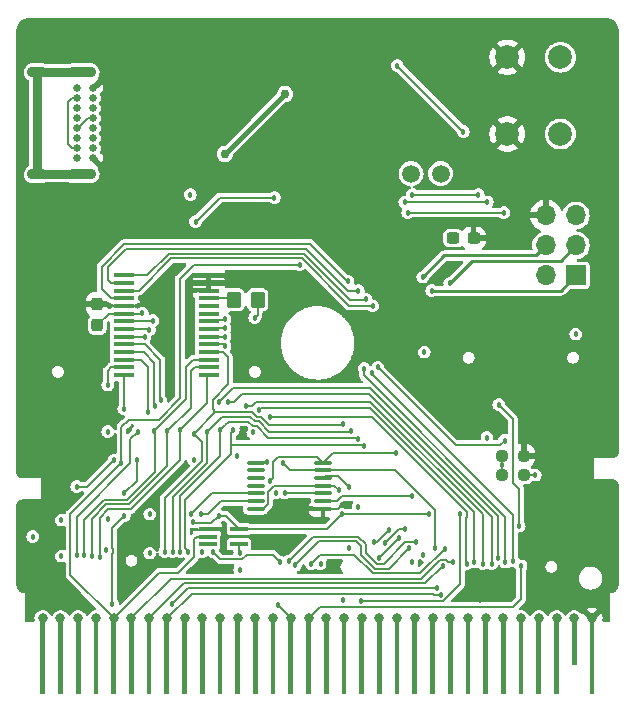
<source format=gbr>
%TF.GenerationSoftware,KiCad,Pcbnew,7.0.7*%
%TF.CreationDate,2023-11-15T05:14:33-06:00*%
%TF.ProjectId,GBA_Cartridge,4742415f-4361-4727-9472-696467652e6b,rev?*%
%TF.SameCoordinates,Original*%
%TF.FileFunction,Copper,L4,Bot*%
%TF.FilePolarity,Positive*%
%FSLAX46Y46*%
G04 Gerber Fmt 4.6, Leading zero omitted, Abs format (unit mm)*
G04 Created by KiCad (PCBNEW 7.0.7) date 2023-11-15 05:14:33*
%MOMM*%
%LPD*%
G01*
G04 APERTURE LIST*
G04 Aperture macros list*
%AMRoundRect*
0 Rectangle with rounded corners*
0 $1 Rounding radius*
0 $2 $3 $4 $5 $6 $7 $8 $9 X,Y pos of 4 corners*
0 Add a 4 corners polygon primitive as box body*
4,1,4,$2,$3,$4,$5,$6,$7,$8,$9,$2,$3,0*
0 Add four circle primitives for the rounded corners*
1,1,$1+$1,$2,$3*
1,1,$1+$1,$4,$5*
1,1,$1+$1,$6,$7*
1,1,$1+$1,$8,$9*
0 Add four rect primitives between the rounded corners*
20,1,$1+$1,$2,$3,$4,$5,0*
20,1,$1+$1,$4,$5,$6,$7,0*
20,1,$1+$1,$6,$7,$8,$9,0*
20,1,$1+$1,$8,$9,$2,$3,0*%
G04 Aperture macros list end*
%TA.AperFunction,ComponentPad*%
%ADD10C,0.800000*%
%TD*%
%TA.AperFunction,ComponentPad*%
%ADD11C,0.650000*%
%TD*%
%TA.AperFunction,ComponentPad*%
%ADD12O,2.400000X0.900000*%
%TD*%
%TA.AperFunction,ComponentPad*%
%ADD13O,1.700000X0.900000*%
%TD*%
%TA.AperFunction,ComponentPad*%
%ADD14C,2.000000*%
%TD*%
%TA.AperFunction,ComponentPad*%
%ADD15C,1.500000*%
%TD*%
%TA.AperFunction,ComponentPad*%
%ADD16R,1.700000X1.700000*%
%TD*%
%TA.AperFunction,ComponentPad*%
%ADD17O,1.700000X1.700000*%
%TD*%
%TA.AperFunction,SMDPad,CuDef*%
%ADD18RoundRect,0.237500X-0.300000X-0.237500X0.300000X-0.237500X0.300000X0.237500X-0.300000X0.237500X0*%
%TD*%
%TA.AperFunction,SMDPad,CuDef*%
%ADD19RoundRect,0.100000X0.637500X0.100000X-0.637500X0.100000X-0.637500X-0.100000X0.637500X-0.100000X0*%
%TD*%
%TA.AperFunction,SMDPad,CuDef*%
%ADD20RoundRect,0.250000X0.350000X0.450000X-0.350000X0.450000X-0.350000X-0.450000X0.350000X-0.450000X0*%
%TD*%
%TA.AperFunction,SMDPad,CuDef*%
%ADD21R,1.500000X0.400000*%
%TD*%
%TA.AperFunction,SMDPad,CuDef*%
%ADD22RoundRect,0.237500X-0.250000X-0.237500X0.250000X-0.237500X0.250000X0.237500X-0.250000X0.237500X0*%
%TD*%
%TA.AperFunction,SMDPad,CuDef*%
%ADD23RoundRect,0.237500X0.237500X-0.300000X0.237500X0.300000X-0.237500X0.300000X-0.237500X-0.300000X0*%
%TD*%
%TA.AperFunction,SMDPad,CuDef*%
%ADD24R,1.750000X0.450000*%
%TD*%
%TA.AperFunction,ViaPad*%
%ADD25C,0.457200*%
%TD*%
%TA.AperFunction,ViaPad*%
%ADD26C,0.762000*%
%TD*%
%TA.AperFunction,ViaPad*%
%ADD27C,1.270000*%
%TD*%
%TA.AperFunction,Conductor*%
%ADD28C,0.203200*%
%TD*%
%TA.AperFunction,Conductor*%
%ADD29C,0.381000*%
%TD*%
%TA.AperFunction,Conductor*%
%ADD30C,0.250000*%
%TD*%
%TA.AperFunction,Conductor*%
%ADD31C,0.762000*%
%TD*%
G04 APERTURE END LIST*
%TA.AperFunction,EtchedComponent*%
%TO.C,J1*%
G36*
X2440000Y-30730000D02*
G01*
X2040000Y-30730000D01*
X2040000Y-24630000D01*
X2440000Y-24630000D01*
X2440000Y-30730000D01*
G37*
%TD.AperFunction*%
%TA.AperFunction,EtchedComponent*%
G36*
X3940000Y-30730000D02*
G01*
X3540000Y-30730000D01*
X3540000Y-24630000D01*
X3940000Y-24630000D01*
X3940000Y-30730000D01*
G37*
%TD.AperFunction*%
%TA.AperFunction,EtchedComponent*%
G36*
X5440000Y-30730000D02*
G01*
X5040000Y-30730000D01*
X5040000Y-24630000D01*
X5440000Y-24630000D01*
X5440000Y-30730000D01*
G37*
%TD.AperFunction*%
%TA.AperFunction,EtchedComponent*%
G36*
X6940000Y-30730000D02*
G01*
X6540000Y-30730000D01*
X6540000Y-24630000D01*
X6940000Y-24630000D01*
X6940000Y-30730000D01*
G37*
%TD.AperFunction*%
%TA.AperFunction,EtchedComponent*%
G36*
X8440000Y-30730000D02*
G01*
X8040000Y-30730000D01*
X8040000Y-24630000D01*
X8440000Y-24630000D01*
X8440000Y-30730000D01*
G37*
%TD.AperFunction*%
%TA.AperFunction,EtchedComponent*%
G36*
X9940000Y-30730000D02*
G01*
X9540000Y-30730000D01*
X9540000Y-24630000D01*
X9940000Y-24630000D01*
X9940000Y-30730000D01*
G37*
%TD.AperFunction*%
%TA.AperFunction,EtchedComponent*%
G36*
X11440000Y-30730000D02*
G01*
X11040000Y-30730000D01*
X11040000Y-24630000D01*
X11440000Y-24630000D01*
X11440000Y-30730000D01*
G37*
%TD.AperFunction*%
%TA.AperFunction,EtchedComponent*%
G36*
X12940000Y-30730000D02*
G01*
X12540000Y-30730000D01*
X12540000Y-24630000D01*
X12940000Y-24630000D01*
X12940000Y-30730000D01*
G37*
%TD.AperFunction*%
%TA.AperFunction,EtchedComponent*%
G36*
X14440000Y-30730000D02*
G01*
X14040000Y-30730000D01*
X14040000Y-24630000D01*
X14440000Y-24630000D01*
X14440000Y-30730000D01*
G37*
%TD.AperFunction*%
%TA.AperFunction,EtchedComponent*%
G36*
X15940000Y-30730000D02*
G01*
X15540000Y-30730000D01*
X15540000Y-24630000D01*
X15940000Y-24630000D01*
X15940000Y-30730000D01*
G37*
%TD.AperFunction*%
%TA.AperFunction,EtchedComponent*%
G36*
X17440000Y-30730000D02*
G01*
X17040000Y-30730000D01*
X17040000Y-24630000D01*
X17440000Y-24630000D01*
X17440000Y-30730000D01*
G37*
%TD.AperFunction*%
%TA.AperFunction,EtchedComponent*%
G36*
X18940000Y-30730000D02*
G01*
X18540000Y-30730000D01*
X18540000Y-24630000D01*
X18940000Y-24630000D01*
X18940000Y-30730000D01*
G37*
%TD.AperFunction*%
%TA.AperFunction,EtchedComponent*%
G36*
X20440000Y-30730000D02*
G01*
X20040000Y-30730000D01*
X20040000Y-24630000D01*
X20440000Y-24630000D01*
X20440000Y-30730000D01*
G37*
%TD.AperFunction*%
%TA.AperFunction,EtchedComponent*%
G36*
X21940000Y-30730000D02*
G01*
X21540000Y-30730000D01*
X21540000Y-24630000D01*
X21940000Y-24630000D01*
X21940000Y-30730000D01*
G37*
%TD.AperFunction*%
%TA.AperFunction,EtchedComponent*%
G36*
X23440000Y-30730000D02*
G01*
X23040000Y-30730000D01*
X23040000Y-24630000D01*
X23440000Y-24630000D01*
X23440000Y-30730000D01*
G37*
%TD.AperFunction*%
%TA.AperFunction,EtchedComponent*%
G36*
X24940000Y-30730000D02*
G01*
X24540000Y-30730000D01*
X24540000Y-24630000D01*
X24940000Y-24630000D01*
X24940000Y-30730000D01*
G37*
%TD.AperFunction*%
%TA.AperFunction,EtchedComponent*%
G36*
X26440000Y-30730000D02*
G01*
X26040000Y-30730000D01*
X26040000Y-24630000D01*
X26440000Y-24630000D01*
X26440000Y-30730000D01*
G37*
%TD.AperFunction*%
%TA.AperFunction,EtchedComponent*%
G36*
X27940000Y-30730000D02*
G01*
X27540000Y-30730000D01*
X27540000Y-24630000D01*
X27940000Y-24630000D01*
X27940000Y-30730000D01*
G37*
%TD.AperFunction*%
%TA.AperFunction,EtchedComponent*%
G36*
X29440000Y-30730000D02*
G01*
X29040000Y-30730000D01*
X29040000Y-24630000D01*
X29440000Y-24630000D01*
X29440000Y-30730000D01*
G37*
%TD.AperFunction*%
%TA.AperFunction,EtchedComponent*%
G36*
X30940000Y-30730000D02*
G01*
X30540000Y-30730000D01*
X30540000Y-24630000D01*
X30940000Y-24630000D01*
X30940000Y-30730000D01*
G37*
%TD.AperFunction*%
%TA.AperFunction,EtchedComponent*%
G36*
X32440000Y-30730000D02*
G01*
X32040000Y-30730000D01*
X32040000Y-24630000D01*
X32440000Y-24630000D01*
X32440000Y-30730000D01*
G37*
%TD.AperFunction*%
%TA.AperFunction,EtchedComponent*%
G36*
X33940000Y-30730000D02*
G01*
X33540000Y-30730000D01*
X33540000Y-24630000D01*
X33940000Y-24630000D01*
X33940000Y-30730000D01*
G37*
%TD.AperFunction*%
%TA.AperFunction,EtchedComponent*%
G36*
X35440000Y-30730000D02*
G01*
X35040000Y-30730000D01*
X35040000Y-24630000D01*
X35440000Y-24630000D01*
X35440000Y-30730000D01*
G37*
%TD.AperFunction*%
%TA.AperFunction,EtchedComponent*%
G36*
X36940000Y-30730000D02*
G01*
X36540000Y-30730000D01*
X36540000Y-24630000D01*
X36940000Y-24630000D01*
X36940000Y-30730000D01*
G37*
%TD.AperFunction*%
%TA.AperFunction,EtchedComponent*%
G36*
X38440000Y-30730000D02*
G01*
X38040000Y-30730000D01*
X38040000Y-24630000D01*
X38440000Y-24630000D01*
X38440000Y-30730000D01*
G37*
%TD.AperFunction*%
%TA.AperFunction,EtchedComponent*%
G36*
X39940000Y-30730000D02*
G01*
X39540000Y-30730000D01*
X39540000Y-24630000D01*
X39940000Y-24630000D01*
X39940000Y-30730000D01*
G37*
%TD.AperFunction*%
%TA.AperFunction,EtchedComponent*%
G36*
X41440000Y-30730000D02*
G01*
X41040000Y-30730000D01*
X41040000Y-24630000D01*
X41440000Y-24630000D01*
X41440000Y-30730000D01*
G37*
%TD.AperFunction*%
%TA.AperFunction,EtchedComponent*%
G36*
X42940000Y-30730000D02*
G01*
X42540000Y-30730000D01*
X42540000Y-24630000D01*
X42940000Y-24630000D01*
X42940000Y-30730000D01*
G37*
%TD.AperFunction*%
%TA.AperFunction,EtchedComponent*%
G36*
X44440000Y-30730000D02*
G01*
X44040000Y-30730000D01*
X44040000Y-24630000D01*
X44440000Y-24630000D01*
X44440000Y-30730000D01*
G37*
%TD.AperFunction*%
%TA.AperFunction,EtchedComponent*%
G36*
X45940000Y-30730000D02*
G01*
X45540000Y-30730000D01*
X45540000Y-24630000D01*
X45940000Y-24630000D01*
X45940000Y-30730000D01*
G37*
%TD.AperFunction*%
%TA.AperFunction,EtchedComponent*%
G36*
X47440000Y-28230000D02*
G01*
X47040000Y-28230000D01*
X47040000Y-24630000D01*
X47440000Y-24630000D01*
X47440000Y-28230000D01*
G37*
%TD.AperFunction*%
%TA.AperFunction,EtchedComponent*%
G36*
X48940000Y-30730000D02*
G01*
X48540000Y-30730000D01*
X48540000Y-24630000D01*
X48940000Y-24630000D01*
X48940000Y-30730000D01*
G37*
%TD.AperFunction*%
%TD*%
D10*
%TO.P,J1,1,Pin_1*%
%TO.N,+3V3*%
X2240000Y-24330000D03*
%TO.P,J1,2,Pin_2*%
%TO.N,unconnected-(J1-Pin_2-Pad2)*%
X3740000Y-24330000D03*
%TO.P,J1,3,Pin_3*%
%TO.N,/~{Write}*%
X5240000Y-24330000D03*
%TO.P,J1,4,Pin_4*%
%TO.N,/~{Read}*%
X6740000Y-24330000D03*
%TO.P,J1,5,Pin_5*%
%TO.N,/~{Chip_Sel}*%
X8240000Y-24330000D03*
%TO.P,J1,6,Pin_6*%
%TO.N,/muxA;D{slash}{slash}A_B0*%
X9740000Y-24330000D03*
%TO.P,J1,7,Pin_7*%
%TO.N,/muxA;D{slash}{slash}A_B1*%
X11240000Y-24330000D03*
%TO.P,J1,8,Pin_8*%
%TO.N,/muxA;D{slash}{slash}A_B2*%
X12740000Y-24330000D03*
%TO.P,J1,9,Pin_9*%
%TO.N,/muxA;D{slash}{slash}A_B3*%
X14240000Y-24330000D03*
%TO.P,J1,10,Pin_10*%
%TO.N,/muxA;D{slash}{slash}A_B4*%
X15740000Y-24330000D03*
%TO.P,J1,11,Pin_11*%
%TO.N,/muxA;D{slash}{slash}A_B5*%
X17240000Y-24330000D03*
%TO.P,J1,12,Pin_12*%
%TO.N,/muxA;D{slash}{slash}A_B6*%
X18740000Y-24330000D03*
%TO.P,J1,13,Pin_13*%
%TO.N,/muxA;D{slash}{slash}A_B7*%
X20240000Y-24330000D03*
%TO.P,J1,14,Pin_14*%
%TO.N,/muxA;D{slash}{slash}A_B8*%
X21740000Y-24330000D03*
%TO.P,J1,15,Pin_15*%
%TO.N,/muxA;D{slash}{slash}A_B9*%
X23240000Y-24330000D03*
%TO.P,J1,16,Pin_16*%
%TO.N,/muxA;D{slash}{slash}A_B10*%
X24740000Y-24330000D03*
%TO.P,J1,17,Pin_17*%
%TO.N,/muxA;D{slash}{slash}A_B11*%
X26240000Y-24330000D03*
%TO.P,J1,18,Pin_18*%
%TO.N,/muxA;D{slash}{slash}A_B12*%
X27740000Y-24330000D03*
%TO.P,J1,19,Pin_19*%
%TO.N,/muxA;D{slash}{slash}A_B13*%
X29240000Y-24330000D03*
%TO.P,J1,20,Pin_20*%
%TO.N,/muxA;D{slash}{slash}A_B14*%
X30740000Y-24330000D03*
%TO.P,J1,21,Pin_21*%
%TO.N,/muxA;D{slash}{slash}A_B15*%
X32240000Y-24330000D03*
%TO.P,J1,22,Pin_22*%
%TO.N,/A{slash}{slash}D_B0*%
X33740000Y-24330000D03*
%TO.P,J1,23,Pin_23*%
%TO.N,/A{slash}{slash}D_B1*%
X35240000Y-24330000D03*
%TO.P,J1,24,Pin_24*%
%TO.N,/A{slash}{slash}D_B2*%
X36740000Y-24330000D03*
%TO.P,J1,25,Pin_25*%
%TO.N,/A{slash}{slash}D_B3*%
X38240000Y-24330000D03*
%TO.P,J1,26,Pin_26*%
%TO.N,/A{slash}{slash}D_B4*%
X39740000Y-24330000D03*
%TO.P,J1,27,Pin_27*%
%TO.N,/A{slash}{slash}D_B5*%
X41240000Y-24330000D03*
%TO.P,J1,28,Pin_28*%
%TO.N,/A{slash}{slash}D_B6*%
X42740000Y-24330000D03*
%TO.P,J1,29,Pin_29*%
%TO.N,/A{slash}{slash}D_B7*%
X44240000Y-24330000D03*
%TO.P,J1,30,Pin_30*%
%TO.N,/~{Chip_Sel2}*%
X45740000Y-24330000D03*
%TO.P,J1,31,Pin_31*%
%TO.N,Net-(J1-Pin_31)*%
X47240000Y-24330000D03*
%TO.P,J1,32,Pin_32*%
%TO.N,GND*%
X48740000Y-24330000D03*
%TD*%
D11*
%TO.P,U11,A1,GND*%
%TO.N,GND*%
X6520853Y20584000D03*
%TO.P,U11,A4,VBUS*%
%TO.N,/USB-C/V_USB*%
X6520853Y19734000D03*
%TO.P,U11,A5,CC1*%
%TO.N,Net-(U11-CC1)*%
X6520853Y18884000D03*
%TO.P,U11,A6,D+*%
%TO.N,/USB-C/D_pre+*%
X6520853Y18034000D03*
%TO.P,U11,A7,D-*%
%TO.N,/USB-C/D_pre-*%
X6520853Y17184000D03*
%TO.P,U11,A8,SBU1*%
%TO.N,unconnected-(U11-SBU1-PadA8)*%
X6520853Y16334000D03*
%TO.P,U11,A9,VBUS*%
%TO.N,/USB-C/V_USB*%
X6520853Y15484000D03*
%TO.P,U11,A12,GND*%
%TO.N,GND*%
X6520853Y14634000D03*
%TO.P,U11,B1,GND*%
X5170853Y14634000D03*
%TO.P,U11,B4,VBUS*%
%TO.N,/USB-C/V_USB*%
X5170853Y15484000D03*
%TO.P,U11,B5,CC2*%
%TO.N,Net-(U11-CC2)*%
X5170853Y16334000D03*
%TO.P,U11,B6,D+*%
%TO.N,/USB-C/D_pre+*%
X5170853Y17184000D03*
%TO.P,U11,B7,D-*%
%TO.N,/USB-C/D_pre-*%
X5170853Y18034000D03*
%TO.P,U11,B8,SBU2*%
%TO.N,unconnected-(U11-SBU2-PadB8)*%
X5170853Y18884000D03*
%TO.P,U11,B9,VBUS*%
%TO.N,/USB-C/V_USB*%
X5170853Y19734000D03*
%TO.P,U11,B12,GND*%
%TO.N,GND*%
X5170853Y20584000D03*
D12*
%TO.P,U11,S1,SHIELD*%
%TO.N,Net-(U11-SHIELD)*%
X5540853Y21934000D03*
D13*
X1790853Y21934000D03*
D12*
X5540853Y13284000D03*
D13*
X1790853Y13284000D03*
%TD*%
D14*
%TO.P,SW1,1,1*%
%TO.N,/Atmega/~{RESET}*%
X46065000Y16689000D03*
X46065000Y23189000D03*
%TO.P,SW1,2,2*%
%TO.N,GND*%
X41565000Y16689000D03*
X41565000Y23189000D03*
%TD*%
D15*
%TO.P,Y1,1,1*%
%TO.N,Net-(U9-PB7(XTAL2{slash}TOSC2))*%
X33421000Y13335000D03*
%TO.P,Y1,2,2*%
%TO.N,Net-(U9-PB6(XTAL1{slash}TOSC1))*%
X35921000Y13335000D03*
%TD*%
D16*
%TO.P,J2,1,Pin_1*%
%TO.N,/Atmega/MISO*%
X47376000Y4714000D03*
D17*
%TO.P,J2,2,Pin_2*%
%TO.N,+5V*%
X44836000Y4714000D03*
%TO.P,J2,3,Pin_3*%
%TO.N,/Atmega/SCK*%
X47376000Y7254000D03*
%TO.P,J2,4,Pin_4*%
%TO.N,/Atmega/MOSI*%
X44836000Y7254000D03*
%TO.P,J2,5,Pin_5*%
%TO.N,/Atmega/~{RESET}*%
X47376000Y9794000D03*
%TO.P,J2,6,Pin_6*%
%TO.N,GND*%
X44836000Y9794000D03*
%TD*%
D18*
%TO.P,C5,1*%
%TO.N,+3V3*%
X36983500Y7874000D03*
%TO.P,C5,2*%
%TO.N,GND*%
X38708500Y7874000D03*
%TD*%
D19*
%TO.P,U4,1*%
%TO.N,/~{Write}*%
X25976500Y-11131000D03*
%TO.P,U4,2*%
%TO.N,/~{Read}*%
X25976500Y-11781000D03*
%TO.P,U4,3*%
%TO.N,Net-(U5-CLK)*%
X25976500Y-12431000D03*
%TO.P,U4,4*%
%TO.N,Net-(U7-ENT)*%
X25976500Y-13081000D03*
%TO.P,U4,5*%
%TO.N,Net-(U7-RCO)*%
X25976500Y-13731000D03*
%TO.P,U4,6*%
%TO.N,Net-(U8-ENT)*%
X25976500Y-14381000D03*
%TO.P,U4,7,GND*%
%TO.N,GND*%
X25976500Y-15031000D03*
%TO.P,U4,8*%
%TO.N,Net-(U7-ENT)*%
X20251500Y-15031000D03*
%TO.P,U4,9*%
%TO.N,Net-(U5-RCO)*%
X20251500Y-14381000D03*
%TO.P,U4,10*%
%TO.N,Net-(U6-RCO)*%
X20251500Y-13731000D03*
%TO.P,U4,11*%
%TO.N,unconnected-(U4-Pad11)*%
X20251500Y-13081000D03*
%TO.P,U4,12*%
%TO.N,unconnected-(U4-Pad12)*%
X20251500Y-12431000D03*
%TO.P,U4,13*%
%TO.N,unconnected-(U4-Pad13)*%
X20251500Y-11781000D03*
%TO.P,U4,14,VCC*%
%TO.N,+3V3*%
X20251500Y-11131000D03*
%TD*%
D20*
%TO.P,R10,1*%
%TO.N,+3V3*%
X20431000Y2667000D03*
%TO.P,R10,2*%
%TO.N,Net-(U10-~{RESET})*%
X18431000Y2667000D03*
%TD*%
D21*
%TO.P,U3,1*%
%TO.N,unconnected-(U3-Pad1)*%
X16196000Y-18049000D03*
%TO.P,U3,2*%
%TO.N,/~{Chip_Sel}*%
X16196000Y-17399000D03*
%TO.P,U3,3*%
%TO.N,GND*%
X16196000Y-16749000D03*
%TO.P,U3,4*%
%TO.N,Net-(U5-~{LOAD})*%
X18856000Y-16749000D03*
%TO.P,U3,5*%
%TO.N,+3V3*%
X18856000Y-18049000D03*
%TD*%
D22*
%TO.P,R7,1*%
%TO.N,Net-(U2-CE2)*%
X41124500Y-12192000D03*
%TO.P,R7,2*%
%TO.N,+3V3*%
X42949500Y-12192000D03*
%TD*%
D23*
%TO.P,C10,1*%
%TO.N,+3V3*%
X6858000Y534500D03*
%TO.P,C10,2*%
%TO.N,GND*%
X6858000Y2259500D03*
%TD*%
D24*
%TO.P,U10,1,GPB0*%
%TO.N,/muxA;D{slash}{slash}A_B8*%
X9100000Y-3717000D03*
%TO.P,U10,2,GPB1*%
%TO.N,/muxA;D{slash}{slash}A_B0*%
X9100000Y-3067000D03*
%TO.P,U10,3,GPB2*%
%TO.N,/muxA;D{slash}{slash}A_B9*%
X9100000Y-2417000D03*
%TO.P,U10,4,GPB3*%
%TO.N,/muxA;D{slash}{slash}A_B10*%
X9100000Y-1767000D03*
%TO.P,U10,5,GPB4*%
%TO.N,/muxA;D{slash}{slash}A_B11*%
X9100000Y-1117000D03*
%TO.P,U10,6,GPB5*%
%TO.N,/muxA;D{slash}{slash}A_B12*%
X9100000Y-467000D03*
%TO.P,U10,7,GPB6*%
%TO.N,/muxA;D{slash}{slash}A_B13*%
X9100000Y183000D03*
%TO.P,U10,8,GPB7*%
%TO.N,/muxA;D{slash}{slash}A_B14*%
X9100000Y833000D03*
%TO.P,U10,9,VDD*%
%TO.N,+3V3*%
X9100000Y1483000D03*
%TO.P,U10,10,VSS*%
%TO.N,GND*%
X9100000Y2133000D03*
%TO.P,U10,11,~{CS}*%
%TO.N,/Atmega/CS_IOexp*%
X9100000Y2783000D03*
%TO.P,U10,12,SCK*%
%TO.N,/Atmega/SCK*%
X9100000Y3433000D03*
%TO.P,U10,13,SI*%
%TO.N,/Atmega/MOSI*%
X9100000Y4083000D03*
%TO.P,U10,14,SO*%
%TO.N,/Atmega/MISO*%
X9100000Y4733000D03*
%TO.P,U10,15,A0*%
%TO.N,GND*%
X16300000Y4733000D03*
%TO.P,U10,16,A1*%
X16300000Y4083000D03*
%TO.P,U10,17,A2*%
X16300000Y3433000D03*
%TO.P,U10,18,~{RESET}*%
%TO.N,Net-(U10-~{RESET})*%
X16300000Y2783000D03*
%TO.P,U10,19,INTB*%
%TO.N,unconnected-(U10-INTB-Pad19)*%
X16300000Y2133000D03*
%TO.P,U10,20,INTA*%
%TO.N,unconnected-(U10-INTA-Pad20)*%
X16300000Y1483000D03*
%TO.P,U10,21,GPA0*%
%TO.N,/muxA;D{slash}{slash}A_B15*%
X16300000Y833000D03*
%TO.P,U10,22,GPA1*%
%TO.N,/muxA;D{slash}{slash}A_B7*%
X16300000Y183000D03*
%TO.P,U10,23,GPA2*%
%TO.N,/muxA;D{slash}{slash}A_B6*%
X16300000Y-467000D03*
%TO.P,U10,24,GPA3*%
%TO.N,/muxA;D{slash}{slash}A_B5*%
X16300000Y-1117000D03*
%TO.P,U10,25,GPA4*%
%TO.N,/muxA;D{slash}{slash}A_B4*%
X16300000Y-1767000D03*
%TO.P,U10,26,GPA5*%
%TO.N,/muxA;D{slash}{slash}A_B1*%
X16300000Y-2417000D03*
%TO.P,U10,27,GPA6*%
%TO.N,/muxA;D{slash}{slash}A_B2*%
X16300000Y-3067000D03*
%TO.P,U10,28,GPA7*%
%TO.N,/muxA;D{slash}{slash}A_B3*%
X16300000Y-3717000D03*
%TD*%
D22*
%TO.P,R8,1*%
%TO.N,Net-(U2-CE2)*%
X41124500Y-10541000D03*
%TO.P,R8,2*%
%TO.N,GND*%
X42949500Y-10541000D03*
%TD*%
D25*
%TO.N,/Atmega/TXD*%
X37846000Y16891000D03*
X32258000Y22479000D03*
D26*
%TO.N,/USB-C/V_USB*%
X17653000Y14986000D03*
D25*
%TO.N,+3V3*%
X47371000Y-254000D03*
X1397000Y-17399000D03*
X7747000Y-15875000D03*
X27677741Y-22754700D03*
X36957000Y7874000D03*
X7747000Y-8509000D03*
X20193000Y1143000D03*
X10668000Y1524000D03*
X18923000Y-18796000D03*
X11303000Y-18796000D03*
X15748000Y-18677102D03*
X28956000Y-14859000D03*
X7620000Y-18563700D03*
X21187300Y-11049000D03*
X43942000Y-12192000D03*
X25759297Y-19685000D03*
X33506297Y-19558000D03*
X18923000Y-20193000D03*
X15008725Y-10899275D03*
X14732000Y11557000D03*
X11303000Y-15494000D03*
X3810000Y-19050000D03*
X3810000Y-16002000D03*
X21971000Y-13716000D03*
X34544000Y-1778000D03*
X39844301Y-9017000D03*
X20018266Y-8575597D03*
%TO.N,GND*%
X16637000Y-20193000D03*
X9652000Y12428500D03*
X34163000Y-19558000D03*
X46990000Y-15367000D03*
X5588000Y9652000D03*
D26*
X24257000Y16891000D03*
D25*
X13462000Y9144000D03*
X17653000Y4699000D03*
X8706853Y23856619D03*
X26416000Y-19685000D03*
D27*
X7165853Y23959000D03*
D25*
X27051000Y13335000D03*
X9292700Y-20806300D03*
X19431000Y-8255000D03*
X31623000Y-762000D03*
X9463187Y-8443813D03*
X44069000Y-10541000D03*
X41148000Y12065000D03*
X38735000Y7874000D03*
X17399000Y-18034000D03*
X38989000Y-762000D03*
X27559000Y-14732000D03*
X10668000Y2286000D03*
X39243000Y-22733000D03*
%TO.N,/~{Write}*%
X41344301Y-9271000D03*
X30607000Y-3048000D03*
X15178300Y9271000D03*
X21463000Y-12700000D03*
X32131000Y-10287000D03*
X21844000Y11303000D03*
%TO.N,/~{Read}*%
X10189100Y-10922000D03*
X9135667Y-13737223D03*
X22606000Y-11176000D03*
X8128000Y-23075300D03*
X9144000Y-15621000D03*
X35455200Y-18354600D03*
%TO.N,/~{Chip_Sel}*%
X8890000Y-11176000D03*
X23997159Y5609310D03*
%TO.N,/muxA;D{slash}{slash}A_B0*%
X7747000Y-4572000D03*
X10287000Y-8509000D03*
X36959095Y-19525727D03*
X5112817Y-18913632D03*
%TO.N,/muxA;D{slash}{slash}A_B1*%
X5766294Y-18978632D03*
X11678753Y-8437336D03*
X36131500Y-19875500D03*
%TO.N,/muxA;D{slash}{slash}A_B2*%
X6421000Y-19029800D03*
X35919840Y-22330840D03*
X12751135Y-8494939D03*
%TO.N,/muxA;D{slash}{slash}A_B3*%
X13834500Y-8377714D03*
X7072680Y-19110864D03*
X13193750Y-23128250D03*
X35581700Y-21768272D03*
%TO.N,/muxA;D{slash}{slash}A_B4*%
X12573000Y-18669000D03*
X15024453Y-8686094D03*
X27686000Y-7874000D03*
%TO.N,/muxA;D{slash}{slash}A_B5*%
X17678300Y-1247964D03*
X28321000Y-8487300D03*
X16129000Y-8509000D03*
X13229703Y-18669000D03*
%TO.N,/muxA;D{slash}{slash}A_B6*%
X17678300Y-463090D03*
X17275100Y-8382000D03*
X13886406Y-18669000D03*
X28956000Y-9138777D03*
%TO.N,/muxA;D{slash}{slash}A_B7*%
X14543109Y-18669000D03*
X17677520Y242370D03*
X18371100Y-8382000D03*
X29464000Y-9745003D03*
%TO.N,/muxA;D{slash}{slash}A_B8*%
X33866696Y-17863600D03*
X23075590Y-19447726D03*
X9100000Y-6581700D03*
%TO.N,/muxA;D{slash}{slash}A_B9*%
X22125300Y-23213700D03*
X23622000Y-19812000D03*
X11176000Y-6858000D03*
X33268338Y-18393300D03*
%TO.N,/muxA;D{slash}{slash}A_B10*%
X42735854Y-19875146D03*
X11705700Y-6350000D03*
%TO.N,/muxA;D{slash}{slash}A_B11*%
X24978000Y-19685000D03*
X36322000Y-18415000D03*
X12213225Y-5874159D03*
%TO.N,/muxA;D{slash}{slash}A_B12*%
X29210000Y-22838300D03*
X10871900Y-508000D03*
X37592000Y-15494000D03*
%TO.N,/muxA;D{slash}{slash}A_B13*%
X11275100Y127000D03*
X32385000Y-17526000D03*
X30734000Y-19177000D03*
%TO.N,/muxA;D{slash}{slash}A_B14*%
X30295945Y-17837055D03*
X11557000Y889000D03*
X31572390Y-16840390D03*
%TO.N,/muxA;D{slash}{slash}A_B15*%
X31184945Y-17976945D03*
X17678781Y1016000D03*
X18708000Y-10541000D03*
X32881895Y-16742300D03*
%TO.N,/A{slash}{slash}D_B0*%
X42577283Y-16510000D03*
X34417000Y-18923000D03*
X40844299Y-6223000D03*
%TO.N,/A{slash}{slash}D_B1*%
X39116000Y11557000D03*
X38121700Y-19685000D03*
X33528000Y11557000D03*
X21452538Y-7245149D03*
%TO.N,/A{slash}{slash}D_B2*%
X20574000Y-6709300D03*
X38764760Y-19551837D03*
X39878000Y10939102D03*
X32893000Y10922000D03*
%TO.N,/A{slash}{slash}D_B3*%
X39497000Y-19685000D03*
X19431000Y-6306100D03*
%TO.N,/A{slash}{slash}D_B4*%
X17957105Y-6019105D03*
X40259000Y-19685000D03*
%TO.N,/A{slash}{slash}D_B5*%
X41275000Y10033000D03*
X17145000Y-6019105D03*
X40788700Y-19177000D03*
X33147000Y10033000D03*
%TO.N,/A{slash}{slash}D_B6*%
X41403700Y-19558000D03*
X29442300Y-3175000D03*
%TO.N,/A{slash}{slash}D_B7*%
X42047583Y-19428878D03*
X30099000Y-3556000D03*
%TO.N,Net-(U2-CE2)*%
X41148000Y-11303000D03*
%TO.N,/Counters/A_Latch_B0*%
X8255000Y-10922000D03*
X5121000Y-13167000D03*
%TO.N,Net-(U5-~{LOAD})*%
X27559000Y-15494000D03*
X34925000Y-15494000D03*
X17123300Y-15621000D03*
X14986000Y-16129000D03*
%TO.N,Net-(U5-CLK)*%
X28194000Y-13208000D03*
X22352000Y-19558000D03*
X16637000Y-18677102D03*
X28194000Y-18392300D03*
%TO.N,Net-(U7-ENT)*%
X27305000Y-13462000D03*
%TO.N,Net-(U7-RCO)*%
X22733000Y-13716000D03*
%TO.N,Net-(U8-ENT)*%
X33528000Y-13970000D03*
%TO.N,Net-(U5-RCO)*%
X15645275Y-15480394D03*
%TO.N,Net-(U6-RCO)*%
X14819306Y-15494029D03*
D26*
%TO.N,/USB-C/V_USB*%
X22742000Y20066000D03*
D25*
%TO.N,/Atmega/MISO*%
X35179000Y3429000D03*
X29615660Y2691660D03*
%TO.N,/Atmega/SCK*%
X30175645Y2131675D03*
X36703000Y4064000D03*
%TO.N,/Atmega/MOSI*%
X34417000Y4572000D03*
X28956000Y3429000D03*
%TO.N,/Atmega/CS_IOexp*%
X28091660Y4215660D03*
%TD*%
D28*
%TO.N,/~{Read}*%
X22606000Y-11176000D02*
X23211000Y-11781000D01*
X23211000Y-11781000D02*
X25976500Y-11781000D01*
%TO.N,/~{Write}*%
X25474900Y-10629400D02*
X25976500Y-11131000D01*
X22136600Y-10629400D02*
X25474900Y-10629400D01*
X21715620Y-11050380D02*
X22136600Y-10629400D01*
X21715620Y-12447380D02*
X21715620Y-11050380D01*
X21463000Y-12700000D02*
X21715620Y-12447380D01*
%TO.N,Net-(U7-ENT)*%
X21844000Y-13081000D02*
X25976500Y-13081000D01*
X21336000Y-13589000D02*
X21844000Y-13081000D01*
X20910000Y-15031000D02*
X21336000Y-14605000D01*
X20251500Y-15031000D02*
X20910000Y-15031000D01*
X21336000Y-14605000D02*
X21336000Y-13589000D01*
%TO.N,/Atmega/TXD*%
X32258000Y22479000D02*
X37846000Y16891000D01*
%TO.N,/~{Read}*%
X8128000Y-18321883D02*
X8128000Y-16637000D01*
X8150200Y-18783317D02*
X8150200Y-18344083D01*
X8128000Y-23075300D02*
X8128000Y-18805517D01*
X8128000Y-18805517D02*
X8150200Y-18783317D01*
X8128000Y-16637000D02*
X9144000Y-15621000D01*
X8150200Y-18344083D02*
X8128000Y-18321883D01*
D29*
%TO.N,/USB-C/V_USB*%
X22733000Y20066000D02*
X22742000Y20066000D01*
X17653000Y14986000D02*
X22733000Y20066000D01*
D28*
%TO.N,+3V3*%
X9100000Y1483000D02*
X10627000Y1483000D01*
X18856000Y-18049000D02*
X18856000Y-18729000D01*
X36957000Y7874000D02*
X36983500Y7874000D01*
X10627000Y1483000D02*
X10668000Y1524000D01*
X21187300Y-11049000D02*
X20333500Y-11049000D01*
X42949500Y-12192000D02*
X43942000Y-12192000D01*
X20333500Y-11049000D02*
X20251500Y-11131000D01*
X20431000Y1381000D02*
X20193000Y1143000D01*
X18856000Y-18729000D02*
X18923000Y-18796000D01*
X20431000Y2667000D02*
X20431000Y1381000D01*
X9100000Y1483000D02*
X7806500Y1483000D01*
X7806500Y1483000D02*
X6858000Y534500D01*
%TO.N,GND*%
X9100000Y2133000D02*
X10515000Y2133000D01*
X42949500Y-10541000D02*
X44069000Y-10541000D01*
X10515000Y2133000D02*
X10668000Y2286000D01*
X16334000Y4699000D02*
X16300000Y4733000D01*
X16196000Y-16749000D02*
X17149200Y-16749000D01*
X27260000Y-15031000D02*
X27559000Y-14732000D01*
X25976500Y-15031000D02*
X27260000Y-15031000D01*
X6984500Y2133000D02*
X6858000Y2259500D01*
X9100000Y2133000D02*
X6984500Y2133000D01*
X16300000Y3433000D02*
X16300000Y4733000D01*
X17653000Y4699000D02*
X16334000Y4699000D01*
X17149200Y-16749000D02*
X17399000Y-16998800D01*
X17399000Y-16998800D02*
X17399000Y-18034000D01*
%TO.N,/~{Write}*%
X40963301Y-9652000D02*
X37211000Y-9652000D01*
X21844000Y11303000D02*
X17210300Y11303000D01*
X26820500Y-10287000D02*
X25976500Y-11131000D01*
X37211000Y-9652000D02*
X30607000Y-3048000D01*
X41344301Y-9271000D02*
X40963301Y-9652000D01*
X32131000Y-10287000D02*
X26820500Y-10287000D01*
X17210300Y11303000D02*
X15178300Y9271000D01*
%TO.N,/~{Read}*%
X35455200Y-15147383D02*
X32088817Y-11781000D01*
X9135667Y-13737223D02*
X10189100Y-12683790D01*
X35455200Y-18354600D02*
X35455200Y-15147383D01*
X32088817Y-11781000D02*
X25976500Y-11781000D01*
X10189100Y-12683790D02*
X10189100Y-10922000D01*
%TO.N,/~{Chip_Sel}*%
X8890000Y-8140183D02*
X9537183Y-7493000D01*
X4582617Y-15483383D02*
X4582617Y-20671017D01*
X13843000Y-5702879D02*
X13843000Y4445000D01*
X12052879Y-7493000D02*
X13843000Y-5702879D01*
X4582617Y-20671017D02*
X8240000Y-24328400D01*
X15007310Y5609310D02*
X23997159Y5609310D01*
X13843000Y4445000D02*
X15007310Y5609310D01*
X13693228Y-20469772D02*
X15073309Y-19089691D01*
X15292800Y-17399000D02*
X16196000Y-17399000D01*
X8890000Y-11176000D02*
X4582617Y-15483383D01*
X12098628Y-20469772D02*
X13693228Y-20469772D01*
X15073309Y-19089691D02*
X15073309Y-17618491D01*
X9537183Y-7493000D02*
X12052879Y-7493000D01*
X8240000Y-24328400D02*
X12098628Y-20469772D01*
X15073309Y-17618491D02*
X15292800Y-17399000D01*
X8890000Y-11176000D02*
X8890000Y-8140183D01*
%TO.N,/muxA;D{slash}{slash}A_B0*%
X5112817Y-15703000D02*
X5112817Y-18913632D01*
X7747000Y-3341800D02*
X8021800Y-3067000D01*
X13106528Y-20961872D02*
X9740000Y-24328400D01*
X36531544Y-19525727D02*
X36351117Y-19345300D01*
X7747000Y-4572000D02*
X7747000Y-3341800D01*
X36351117Y-19345300D02*
X35911883Y-19345300D01*
X8021800Y-3067000D02*
X9100000Y-3067000D01*
X10287000Y-8509000D02*
X9625893Y-9170107D01*
X9625893Y-9170107D02*
X9625893Y-11189924D01*
X34295311Y-20961872D02*
X13106528Y-20961872D01*
X9625893Y-11189924D02*
X5112817Y-15703000D01*
X35911883Y-19345300D02*
X34295311Y-20961872D01*
X36959095Y-19525727D02*
X36531544Y-19525727D01*
%TO.N,/muxA;D{slash}{slash}A_B1*%
X11678753Y-8437336D02*
X11734800Y-8493383D01*
X11734800Y-8493383D02*
X11734800Y-11887907D01*
X34641928Y-21365072D02*
X14207111Y-21365072D01*
X11678753Y-8437336D02*
X14351000Y-5765089D01*
X5766294Y-15950706D02*
X5766294Y-18978632D01*
X14207111Y-21365072D02*
X11243783Y-24328400D01*
X9355284Y-14267423D02*
X7449577Y-14267423D01*
X14351000Y-3048000D02*
X14982000Y-2417000D01*
X11243783Y-24328400D02*
X11240000Y-24328400D01*
X14982000Y-2417000D02*
X16300000Y-2417000D01*
X7449577Y-14267423D02*
X5766294Y-15950706D01*
X14351000Y-5765089D02*
X14351000Y-3048000D01*
X36131500Y-19875500D02*
X34641928Y-21365072D01*
X11734800Y-11887907D02*
X9355284Y-14267423D01*
%TO.N,/muxA;D{slash}{slash}A_B2*%
X35394451Y-22330840D02*
X35288611Y-22225000D01*
X12751135Y-8494939D02*
X12775100Y-8518904D01*
X7616587Y-14670623D02*
X6421000Y-15866210D01*
X9522294Y-14670623D02*
X7616587Y-14670623D01*
X12775100Y-11417817D02*
X9522294Y-14670623D01*
X14859000Y-22225000D02*
X12755600Y-24328400D01*
X12775100Y-8518904D02*
X12775100Y-11417817D01*
X14754200Y-3406800D02*
X15094000Y-3067000D01*
X35288611Y-22225000D02*
X14859000Y-22225000D01*
X12751135Y-8494939D02*
X14754200Y-6491874D01*
X15094000Y-3067000D02*
X16300000Y-3067000D01*
X12755600Y-24328400D02*
X12740000Y-24328400D01*
X6421000Y-15866210D02*
X6421000Y-19029800D01*
X14754200Y-6491874D02*
X14754200Y-3406800D01*
X35919840Y-22330840D02*
X35394451Y-22330840D01*
%TO.N,/muxA;D{slash}{slash}A_B3*%
X14553728Y-21768272D02*
X35581700Y-21768272D01*
X9689305Y-15073823D02*
X7783597Y-15073823D01*
X13193750Y-23128250D02*
X14553728Y-21768272D01*
X13847286Y-8377714D02*
X16129000Y-6096000D01*
X16129000Y-3888000D02*
X16300000Y-3717000D01*
X13834500Y-8377714D02*
X13834500Y-10928628D01*
X7783597Y-15073823D02*
X7072680Y-15784740D01*
X13834500Y-10928628D02*
X9689305Y-15073823D01*
X16129000Y-6096000D02*
X16129000Y-3888000D01*
X7072680Y-15784740D02*
X7072680Y-19110864D01*
X13834500Y-8377714D02*
X13847286Y-8377714D01*
%TO.N,/muxA;D{slash}{slash}A_B4*%
X16614800Y-6620253D02*
X16614800Y-5799488D01*
X15024453Y-8686094D02*
X16852547Y-6858000D01*
X21378926Y-7921354D02*
X27638646Y-7921354D01*
X19972883Y-6858000D02*
X20354383Y-7239500D01*
X15725800Y-11006410D02*
X12573000Y-14159210D01*
X16614800Y-5799488D02*
X17907000Y-4507288D01*
X20354383Y-7239500D02*
X20697072Y-7239500D01*
X20697072Y-7239500D02*
X21378926Y-7921354D01*
X16852547Y-6858000D02*
X19972883Y-6858000D01*
X15024453Y-8686094D02*
X15725800Y-9387441D01*
X12573000Y-14159210D02*
X12573000Y-18669000D01*
X15725800Y-9387441D02*
X15725800Y-11006410D01*
X16852547Y-6858000D02*
X16614800Y-6620253D01*
X17907000Y-2159000D02*
X17515000Y-1767000D01*
X17515000Y-1767000D02*
X16300000Y-1767000D01*
X27638646Y-7921354D02*
X27686000Y-7874000D01*
X17907000Y-4507288D02*
X17907000Y-2159000D01*
%TO.N,/muxA;D{slash}{slash}A_B5*%
X16129000Y-8509000D02*
X16129000Y-11173420D01*
X17376800Y-7261200D02*
X19805872Y-7261200D01*
X13229703Y-14072717D02*
X13229703Y-18669000D01*
X17547336Y-1117000D02*
X16300000Y-1117000D01*
X21396362Y-8509000D02*
X28299300Y-8509000D01*
X16129000Y-11173420D02*
X13229703Y-14072717D01*
X20187372Y-7642700D02*
X20530062Y-7642700D01*
X16129000Y-8509000D02*
X17376800Y-7261200D01*
X19805872Y-7261200D02*
X20187372Y-7642700D01*
X17678300Y-1247964D02*
X17547336Y-1117000D01*
X20530062Y-7642700D02*
X21396362Y-8509000D01*
X28299300Y-8509000D02*
X28321000Y-8487300D01*
%TO.N,/muxA;D{slash}{slash}A_B6*%
X20363052Y-8045900D02*
X21334152Y-9017000D01*
X20020361Y-8045900D02*
X20363052Y-8045900D01*
X18017883Y-7664400D02*
X19638861Y-7664400D01*
X21334152Y-9017000D02*
X28834223Y-9017000D01*
X19638861Y-7664400D02*
X20020361Y-8045900D01*
X17275100Y-8382000D02*
X17682192Y-7974908D01*
X17275100Y-8382000D02*
X17275100Y-10597530D01*
X17678300Y-463090D02*
X16303910Y-463090D01*
X13886406Y-13986224D02*
X13886406Y-18669000D01*
X17682192Y-7974908D02*
X17707375Y-7974908D01*
X17707375Y-7974908D02*
X18017883Y-7664400D01*
X17275100Y-10597530D02*
X13886406Y-13986224D01*
X16303910Y-463090D02*
X16300000Y-467000D01*
X28834223Y-9017000D02*
X28956000Y-9138777D01*
%TO.N,/muxA;D{slash}{slash}A_B7*%
X18161000Y-8592100D02*
X18161000Y-9652000D01*
X17677520Y242370D02*
X16359370Y242370D01*
X14543109Y-18575886D02*
X14289606Y-18322383D01*
X18161000Y-10414000D02*
X18161000Y-9652000D01*
X16359370Y242370D02*
X16300000Y183000D01*
X14289606Y-14285394D02*
X18161000Y-10414000D01*
X14289606Y-18322383D02*
X14289606Y-14285394D01*
X14543109Y-18669000D02*
X14543109Y-18575886D01*
X29387474Y-9668477D02*
X18177477Y-9668477D01*
X18371100Y-8382000D02*
X18161000Y-8592100D01*
X29464000Y-9745003D02*
X29387474Y-9668477D01*
X18177477Y-9668477D02*
X18161000Y-9652000D01*
%TO.N,/muxA;D{slash}{slash}A_B8*%
X29613200Y-18056199D02*
X28956000Y-17399000D01*
X33866696Y-17863600D02*
X32936400Y-17863600D01*
X31092800Y-19707200D02*
X30514383Y-19707200D01*
X30514383Y-19707200D02*
X29613200Y-18806017D01*
X29613200Y-18806017D02*
X29613200Y-18056199D01*
X25124316Y-17399000D02*
X23075590Y-19447726D01*
X32936400Y-17863600D02*
X31092800Y-19707200D01*
X9100000Y-6581700D02*
X9100000Y-3717000D01*
X28956000Y-17399000D02*
X25124316Y-17399000D01*
%TO.N,/muxA;D{slash}{slash}A_B9*%
X11176000Y-3048000D02*
X10545000Y-2417000D01*
X25631800Y-17802200D02*
X23622000Y-19812000D01*
X33268338Y-18393300D02*
X31551238Y-20110400D01*
X22125300Y-23213700D02*
X23240000Y-24328400D01*
X28788990Y-17802200D02*
X25631800Y-17802200D01*
X10545000Y-2417000D02*
X9100000Y-2417000D01*
X29210000Y-18973027D02*
X29210000Y-18223210D01*
X31551238Y-20110400D02*
X30347373Y-20110400D01*
X29210000Y-18223210D02*
X28788990Y-17802200D01*
X11176000Y-6858000D02*
X11176000Y-3048000D01*
X30347373Y-20110400D02*
X29210000Y-18973027D01*
%TO.N,/muxA;D{slash}{slash}A_B10*%
X42735854Y-22669146D02*
X42037000Y-23368000D01*
X11684000Y-6328300D02*
X11684000Y-2667000D01*
X42037000Y-23368000D02*
X25700400Y-23368000D01*
X10784000Y-1767000D02*
X9100000Y-1767000D01*
X11684000Y-2667000D02*
X10784000Y-1767000D01*
X11705700Y-6350000D02*
X11684000Y-6328300D01*
X25700400Y-23368000D02*
X24740000Y-24328400D01*
X42735854Y-19875146D02*
X42735854Y-22669146D01*
%TO.N,/muxA;D{slash}{slash}A_B11*%
X34173373Y-20513600D02*
X30180363Y-20513600D01*
X28589763Y-18923000D02*
X25740000Y-18923000D01*
X10896000Y-1117000D02*
X9100000Y-1117000D01*
X12192000Y-5852934D02*
X12192000Y-2413000D01*
X36271973Y-18415000D02*
X34173373Y-20513600D01*
X25740000Y-18923000D02*
X24978000Y-19685000D01*
X30180363Y-20513600D02*
X28589763Y-18923000D01*
X36322000Y-18415000D02*
X36271973Y-18415000D01*
X12213225Y-5874159D02*
X12192000Y-5852934D01*
X12192000Y-2413000D02*
X10896000Y-1117000D01*
%TO.N,/muxA;D{slash}{slash}A_B12*%
X36139457Y-22861040D02*
X29232740Y-22861040D01*
X29232740Y-22861040D02*
X29210000Y-22838300D01*
X10871900Y-508000D02*
X9141000Y-508000D01*
X9141000Y-508000D02*
X9100000Y-467000D01*
X37592000Y-21408497D02*
X36139457Y-22861040D01*
X37592000Y-15494000D02*
X37592000Y-21408497D01*
%TO.N,/muxA;D{slash}{slash}A_B13*%
X11219100Y183000D02*
X9100000Y183000D01*
X30734000Y-19177000D02*
X32385000Y-17526000D01*
X11275100Y127000D02*
X11219100Y183000D01*
%TO.N,/muxA;D{slash}{slash}A_B14*%
X11501000Y833000D02*
X9100000Y833000D01*
X30295945Y-17837055D02*
X30575725Y-17837055D01*
X11557000Y889000D02*
X11501000Y833000D01*
X30575725Y-17837055D02*
X31572390Y-16840390D01*
%TO.N,/muxA;D{slash}{slash}A_B15*%
X31184945Y-17976945D02*
X32419590Y-16742300D01*
X32419590Y-16742300D02*
X32881895Y-16742300D01*
X16423400Y956400D02*
X16300000Y833000D01*
X17619181Y956400D02*
X16423400Y956400D01*
X17678781Y1016000D02*
X17619181Y956400D01*
%TO.N,/A{slash}{slash}D_B0*%
X42037000Y-12827000D02*
X42037000Y-7415701D01*
X42577283Y-13367283D02*
X42037000Y-12827000D01*
X42577283Y-16510000D02*
X42577283Y-13367283D01*
X42037000Y-7415701D02*
X40844299Y-6223000D01*
%TO.N,/A{slash}{slash}D_B1*%
X38122200Y-15713617D02*
X38100000Y-15735817D01*
X21463000Y-7234687D02*
X30082504Y-7234687D01*
X38100000Y-15735817D02*
X38100000Y-19663300D01*
X38122200Y-15274383D02*
X38122200Y-15713617D01*
X21452538Y-7245149D02*
X21463000Y-7234687D01*
X38100000Y-19663300D02*
X38121700Y-19685000D01*
X33528000Y11557000D02*
X39116000Y11557000D01*
X30082504Y-7234687D02*
X38122200Y-15274383D01*
%TO.N,/A{slash}{slash}D_B2*%
X20574000Y-6709300D02*
X20734495Y-6548805D01*
X39860898Y10922000D02*
X32893000Y10922000D01*
X20734495Y-6548805D02*
X29966832Y-6548805D01*
X38764760Y-15346733D02*
X38764760Y-19551837D01*
X29966832Y-6548805D02*
X38764760Y-15346733D01*
X39878000Y10939102D02*
X39860898Y10922000D01*
%TO.N,/A{slash}{slash}D_B3*%
X29965542Y-5977305D02*
X39497000Y-15508763D01*
X19982900Y-6306100D02*
X20311695Y-5977305D01*
X20311695Y-5977305D02*
X29965542Y-5977305D01*
X19431000Y-6306100D02*
X19982900Y-6306100D01*
X39497000Y-15508763D02*
X39497000Y-19685000D01*
%TO.N,/A{slash}{slash}D_B4*%
X40259000Y-15700553D02*
X40259000Y-19685000D01*
X17957105Y-6019105D02*
X18428395Y-6019105D01*
X18428395Y-6019105D02*
X19113500Y-5334000D01*
X29892447Y-5334000D02*
X40259000Y-15700553D01*
X19113500Y-5334000D02*
X29892447Y-5334000D01*
%TO.N,/A{slash}{slash}D_B5*%
X37849403Y10033000D02*
X41275000Y10033000D01*
X40788700Y-19177000D02*
X40788700Y-15660043D01*
X17145000Y-5981183D02*
X17145000Y-6019105D01*
X29932457Y-4803800D02*
X18322383Y-4803800D01*
X40788700Y-15660043D02*
X29932457Y-4803800D01*
X37849403Y10033000D02*
X33147000Y10033000D01*
X18322383Y-4803800D02*
X17145000Y-5981183D01*
%TO.N,/A{slash}{slash}D_B6*%
X29442300Y-3743433D02*
X41403700Y-15704833D01*
X41403700Y-15704833D02*
X41403700Y-19558000D01*
X29442300Y-3175000D02*
X29442300Y-3743433D01*
%TO.N,/A{slash}{slash}D_B7*%
X42047583Y-15578045D02*
X42047583Y-19428878D01*
X30099000Y-3629462D02*
X42047583Y-15578045D01*
X30099000Y-3556000D02*
X30099000Y-3629462D01*
%TO.N,Net-(U2-CE2)*%
X41124500Y-11326500D02*
X41148000Y-11303000D01*
X41124500Y-12192000D02*
X41124500Y-11326500D01*
X41148000Y-10564500D02*
X41124500Y-10541000D01*
X41148000Y-11303000D02*
X41148000Y-10564500D01*
%TO.N,/Counters/A_Latch_B0*%
X5121000Y-13167000D02*
X6010000Y-13167000D01*
X6010000Y-13167000D02*
X8255000Y-10922000D01*
%TO.N,Net-(U5-~{LOAD})*%
X16496900Y-16247400D02*
X17123300Y-15621000D01*
X17123300Y-15621000D02*
X17728000Y-15621000D01*
X15104400Y-16247400D02*
X16496900Y-16247400D01*
X17728000Y-15621000D02*
X18856000Y-16749000D01*
X14986000Y-16129000D02*
X15104400Y-16247400D01*
X27559000Y-15494000D02*
X34925000Y-15494000D01*
X26304000Y-16749000D02*
X27559000Y-15494000D01*
X18856000Y-16749000D02*
X26304000Y-16749000D01*
%TO.N,Net-(U5-CLK)*%
X19142617Y-19326200D02*
X19545817Y-18923000D01*
X21717000Y-18923000D02*
X22352000Y-19558000D01*
X19545817Y-18923000D02*
X21717000Y-18923000D01*
X16637000Y-18677102D02*
X17286098Y-19326200D01*
X17286098Y-19326200D02*
X19142617Y-19326200D01*
X25976500Y-12431000D02*
X26116450Y-12291050D01*
X26116450Y-12291050D02*
X27277050Y-12291050D01*
X27277050Y-12291050D02*
X28194000Y-13208000D01*
%TO.N,Net-(U7-ENT)*%
X26924000Y-13081000D02*
X27305000Y-13462000D01*
X25976500Y-13081000D02*
X26924000Y-13081000D01*
%TO.N,Net-(U7-RCO)*%
X22733000Y-13716000D02*
X22748000Y-13731000D01*
X22748000Y-13731000D02*
X25976500Y-13731000D01*
%TO.N,Net-(U8-ENT)*%
X27559000Y-13970000D02*
X27148000Y-14381000D01*
X27148000Y-14381000D02*
X25976500Y-14381000D01*
X33528000Y-13970000D02*
X27559000Y-13970000D01*
%TO.N,Net-(U5-RCO)*%
X17369000Y-14381000D02*
X20251500Y-14381000D01*
X16269606Y-15480394D02*
X17369000Y-14381000D01*
X15645275Y-15480394D02*
X16269606Y-15480394D01*
%TO.N,Net-(U6-RCO)*%
X14819306Y-15494029D02*
X16582335Y-13731000D01*
X16582335Y-13731000D02*
X20251500Y-13731000D01*
%TO.N,/USB-C/V_USB*%
X4711234Y19734000D02*
X5170853Y19734000D01*
X5170853Y15484000D02*
X4711234Y15484000D01*
X4388853Y19411619D02*
X4711234Y19734000D01*
X4388853Y15806381D02*
X4388853Y19411619D01*
X4711234Y15484000D02*
X4388853Y15806381D01*
%TO.N,/USB-C/D_pre+*%
X6057000Y18034000D02*
X5207000Y17184000D01*
X6520853Y18034000D02*
X6057000Y18034000D01*
X5207000Y17184000D02*
X5170853Y17184000D01*
%TO.N,/Atmega/MISO*%
X29615660Y2691660D02*
X29591000Y2667000D01*
D30*
X46091000Y3429000D02*
X47376000Y4714000D01*
D28*
X11084290Y4733000D02*
X9100000Y4733000D01*
D30*
X35179000Y3429000D02*
X46091000Y3429000D01*
D28*
X12910890Y6559600D02*
X11084290Y4733000D01*
X24366190Y6559600D02*
X12910890Y6559600D01*
X28258790Y2667000D02*
X24366190Y6559600D01*
X29591000Y2667000D02*
X28258790Y2667000D01*
D30*
%TO.N,/Atmega/SCK*%
X46091000Y5969000D02*
X47376000Y7254000D01*
X36703000Y4064000D02*
X38593000Y5954000D01*
D28*
X30148320Y2159000D02*
X28196580Y2159000D01*
X10354500Y3433000D02*
X9100000Y3433000D01*
X13077900Y6156400D02*
X10354500Y3433000D01*
D30*
X44187396Y5969000D02*
X46091000Y5969000D01*
D28*
X24199180Y6156400D02*
X13077900Y6156400D01*
X28196580Y2159000D02*
X24199180Y6156400D01*
D30*
X38593000Y5954000D02*
X44172396Y5954000D01*
X44172396Y5954000D02*
X44187396Y5969000D01*
D28*
X30175645Y2131675D02*
X30148320Y2159000D01*
%TO.N,/Atmega/MOSI*%
X9311010Y6962800D02*
X7747000Y5398790D01*
D30*
X34417000Y4572000D02*
X36249000Y6404000D01*
D28*
X28956000Y3429000D02*
X28067000Y3429000D01*
X28067000Y3429000D02*
X24533200Y6962800D01*
D30*
X36249000Y6404000D02*
X43986000Y6404000D01*
D28*
X24533200Y6962800D02*
X9311010Y6962800D01*
X7747000Y5398790D02*
X7747000Y4357800D01*
X8021800Y4083000D02*
X9100000Y4083000D01*
D30*
X43986000Y6404000D02*
X44836000Y7254000D01*
D28*
X7747000Y4357800D02*
X8021800Y4083000D01*
%TO.N,Net-(U10-~{RESET})*%
X18431000Y2667000D02*
X18315000Y2783000D01*
X18315000Y2783000D02*
X16300000Y2783000D01*
D31*
%TO.N,Net-(U11-SHIELD)*%
X1790853Y13284000D02*
X1790853Y21934000D01*
X5540853Y13284000D02*
X1790853Y13284000D01*
X1790853Y21934000D02*
X5540853Y21934000D01*
D28*
%TO.N,/Atmega/CS_IOexp*%
X8021800Y2783000D02*
X9100000Y2783000D01*
X28067000Y4191000D02*
X24892000Y7366000D01*
X7239000Y3565800D02*
X8021800Y2783000D01*
X24892000Y7366000D02*
X9144000Y7366000D01*
X9144000Y7366000D02*
X7239000Y5461000D01*
X28091660Y4215660D02*
X28067000Y4191000D01*
X7239000Y5461000D02*
X7239000Y3565800D01*
%TD*%
%TA.AperFunction,Conductor*%
%TO.N,GND*%
G36*
X50002696Y26499264D02*
G01*
X50004789Y26499080D01*
X50045445Y26495523D01*
X50171760Y26483082D01*
X50191699Y26479454D01*
X50258330Y26461601D01*
X50351563Y26433318D01*
X50367971Y26427040D01*
X50435367Y26395614D01*
X50438393Y26394101D01*
X50522327Y26349236D01*
X50528667Y26345341D01*
X50594828Y26299015D01*
X50598600Y26296154D01*
X50670808Y26236895D01*
X50675320Y26232806D01*
X50732806Y26175320D01*
X50736895Y26170808D01*
X50796154Y26098600D01*
X50799015Y26094828D01*
X50845341Y26028667D01*
X50849236Y26022327D01*
X50894101Y25938393D01*
X50895614Y25935367D01*
X50927040Y25867971D01*
X50933318Y25851563D01*
X50961601Y25758330D01*
X50979454Y25691699D01*
X50983082Y25671760D01*
X50995523Y25545445D01*
X50999264Y25502697D01*
X50999500Y25497289D01*
X50999500Y-10246514D01*
X50999110Y-10253462D01*
X50996530Y-10276351D01*
X50986066Y-10355829D01*
X50980169Y-10380597D01*
X50968223Y-10414735D01*
X50966983Y-10417984D01*
X50944536Y-10472180D01*
X50934967Y-10490702D01*
X50913097Y-10525508D01*
X50909786Y-10530267D01*
X50873005Y-10578200D01*
X50867653Y-10584304D01*
X50834304Y-10617653D01*
X50828200Y-10623005D01*
X50780267Y-10659786D01*
X50775508Y-10663097D01*
X50740702Y-10684967D01*
X50722180Y-10694536D01*
X50667984Y-10716983D01*
X50664735Y-10718223D01*
X50630597Y-10730169D01*
X50605829Y-10736066D01*
X50526351Y-10746530D01*
X50505688Y-10748859D01*
X50503460Y-10749110D01*
X50496514Y-10749500D01*
X48924760Y-10749500D01*
X48924554Y-10749459D01*
X48900000Y-10749459D01*
X48899901Y-10749500D01*
X48899617Y-10749616D01*
X48899615Y-10749618D01*
X48899459Y-10749999D01*
X48899476Y-10774616D01*
X48899471Y-10774616D01*
X48899500Y-10774759D01*
X48899500Y-12525467D01*
X48899416Y-12525889D01*
X48899459Y-12550001D01*
X48899500Y-12550099D01*
X48899616Y-12550382D01*
X48899618Y-12550384D01*
X48899808Y-12550462D01*
X48900000Y-12550541D01*
X48900002Y-12550539D01*
X48924616Y-12550524D01*
X48924616Y-12550528D01*
X48924760Y-12550500D01*
X50496518Y-12550500D01*
X50503455Y-12550889D01*
X50516485Y-12552357D01*
X50526354Y-12553470D01*
X50568982Y-12559081D01*
X50605831Y-12563932D01*
X50630599Y-12569830D01*
X50664736Y-12581775D01*
X50667976Y-12583011D01*
X50722195Y-12605469D01*
X50740695Y-12615027D01*
X50775520Y-12636909D01*
X50780267Y-12640212D01*
X50828200Y-12676993D01*
X50834295Y-12682337D01*
X50867660Y-12715702D01*
X50873005Y-12721798D01*
X50909786Y-12769731D01*
X50913097Y-12774490D01*
X50934967Y-12809296D01*
X50944536Y-12827818D01*
X50966983Y-12882014D01*
X50968223Y-12885263D01*
X50980169Y-12919401D01*
X50986066Y-12944169D01*
X50996530Y-13023647D01*
X50999110Y-13046538D01*
X50999500Y-13053486D01*
X50999500Y-21446950D01*
X50999201Y-21453032D01*
X50996028Y-21485251D01*
X50983863Y-21593207D01*
X50979305Y-21615315D01*
X50963406Y-21667732D01*
X50936297Y-21745201D01*
X50928614Y-21762699D01*
X50900588Y-21815132D01*
X50898405Y-21818892D01*
X50855515Y-21887151D01*
X50850941Y-21893503D01*
X50809196Y-21944371D01*
X50805107Y-21948883D01*
X50748883Y-22005107D01*
X50744371Y-22009196D01*
X50693503Y-22050941D01*
X50687151Y-22055515D01*
X50618892Y-22098405D01*
X50615132Y-22100588D01*
X50562699Y-22128614D01*
X50545201Y-22136297D01*
X50467732Y-22163406D01*
X50415317Y-22179304D01*
X50393208Y-22183863D01*
X50285257Y-22196027D01*
X50253427Y-22199161D01*
X50249651Y-22199348D01*
X50249500Y-22199499D01*
X50249500Y-24514000D01*
X50229815Y-24581039D01*
X50177011Y-24626794D01*
X50125500Y-24638000D01*
X49750301Y-24638000D01*
X49683262Y-24618315D01*
X49637507Y-24565511D01*
X49626980Y-24501039D01*
X49644956Y-24330000D01*
X49625180Y-24141845D01*
X49566721Y-23961927D01*
X49566718Y-23961920D01*
X49528253Y-23895297D01*
X49203119Y-24220432D01*
X49141796Y-24253917D01*
X49072104Y-24248933D01*
X49016171Y-24207061D01*
X49004440Y-24188028D01*
X48983552Y-24146078D01*
X48937896Y-24104456D01*
X48900666Y-24070515D01*
X48900663Y-24070514D01*
X48894507Y-24068129D01*
X48839106Y-24025555D01*
X48815518Y-23959788D01*
X48831231Y-23891708D01*
X48851623Y-23864823D01*
X49177037Y-23539409D01*
X49019644Y-23469334D01*
X48834594Y-23430000D01*
X48645406Y-23430000D01*
X48460355Y-23469334D01*
X48302961Y-23539409D01*
X48629736Y-23866183D01*
X48663221Y-23927506D01*
X48658237Y-23997197D01*
X48616366Y-24053131D01*
X48607334Y-24059290D01*
X48534390Y-24104456D01*
X48459874Y-24203132D01*
X48456476Y-24200566D01*
X48424097Y-24235435D01*
X48356420Y-24252803D01*
X48290098Y-24230824D01*
X48273004Y-24216557D01*
X47951745Y-23895298D01*
X47891118Y-23903280D01*
X47891089Y-23903062D01*
X47860100Y-23909033D01*
X47795238Y-23883059D01*
X47777325Y-23863991D01*
X47776775Y-23864479D01*
X47771801Y-23858864D01*
X47755293Y-23844239D01*
X47643599Y-23745286D01*
X47491940Y-23665690D01*
X47491939Y-23665689D01*
X47491938Y-23665689D01*
X47325640Y-23624700D01*
X47325639Y-23624700D01*
X47154361Y-23624700D01*
X47154360Y-23624700D01*
X46988061Y-23665689D01*
X46836402Y-23745285D01*
X46708198Y-23858864D01*
X46708196Y-23858867D01*
X46610902Y-23999820D01*
X46610900Y-23999823D01*
X46610901Y-23999823D01*
X46605944Y-24012895D01*
X46605942Y-24012900D01*
X46563763Y-24068603D01*
X46498165Y-24092659D01*
X46429975Y-24077432D01*
X46380842Y-24027755D01*
X46374058Y-24012900D01*
X46369099Y-23999823D01*
X46271802Y-23858865D01*
X46143599Y-23745286D01*
X45991940Y-23665690D01*
X45991939Y-23665689D01*
X45991938Y-23665689D01*
X45825640Y-23624700D01*
X45825639Y-23624700D01*
X45654361Y-23624700D01*
X45654360Y-23624700D01*
X45488061Y-23665689D01*
X45336402Y-23745285D01*
X45208198Y-23858864D01*
X45208196Y-23858867D01*
X45110902Y-23999820D01*
X45110900Y-23999823D01*
X45110901Y-23999823D01*
X45105944Y-24012895D01*
X45105942Y-24012900D01*
X45063763Y-24068603D01*
X44998165Y-24092659D01*
X44929975Y-24077432D01*
X44880842Y-24027755D01*
X44874058Y-24012900D01*
X44869099Y-23999823D01*
X44771802Y-23858865D01*
X44643599Y-23745286D01*
X44491940Y-23665690D01*
X44491939Y-23665689D01*
X44491938Y-23665689D01*
X44325640Y-23624700D01*
X44325639Y-23624700D01*
X44154361Y-23624700D01*
X44154360Y-23624700D01*
X43988061Y-23665689D01*
X43836402Y-23745285D01*
X43708198Y-23858864D01*
X43708196Y-23858867D01*
X43610902Y-23999820D01*
X43610900Y-23999823D01*
X43610901Y-23999823D01*
X43605944Y-24012895D01*
X43605942Y-24012900D01*
X43563763Y-24068603D01*
X43498165Y-24092659D01*
X43429975Y-24077432D01*
X43380842Y-24027755D01*
X43374058Y-24012900D01*
X43369099Y-23999823D01*
X43271802Y-23858865D01*
X43143599Y-23745286D01*
X42991940Y-23665690D01*
X42991939Y-23665689D01*
X42991938Y-23665689D01*
X42825640Y-23624700D01*
X42825639Y-23624700D01*
X42655105Y-23624700D01*
X42588066Y-23605015D01*
X42542311Y-23552211D01*
X42532367Y-23483053D01*
X42561392Y-23419497D01*
X42567424Y-23413019D01*
X43073265Y-22907178D01*
X43077204Y-22895481D01*
X43077920Y-22894076D01*
X43079428Y-22891114D01*
X43089597Y-22874519D01*
X43102924Y-22856178D01*
X43109929Y-22834614D01*
X43117370Y-22816649D01*
X43127663Y-22796452D01*
X43131209Y-22774060D01*
X43135749Y-22755149D01*
X43142754Y-22733592D01*
X43142754Y-22604699D01*
X43142754Y-20909999D01*
X47646780Y-20909999D01*
X47665614Y-21101229D01*
X47721396Y-21285118D01*
X47811973Y-21454575D01*
X47811977Y-21454582D01*
X47933879Y-21603120D01*
X48082417Y-21725022D01*
X48082424Y-21725026D01*
X48242000Y-21810321D01*
X48251886Y-21815605D01*
X48281896Y-21824708D01*
X48285423Y-21825895D01*
X48287498Y-21826663D01*
X48287504Y-21826666D01*
X48293279Y-21828161D01*
X48435769Y-21871385D01*
X48465630Y-21874326D01*
X48472704Y-21875584D01*
X48472750Y-21875288D01*
X48478970Y-21876240D01*
X48478977Y-21876242D01*
X48484450Y-21876519D01*
X48484452Y-21876520D01*
X48490099Y-21876807D01*
X48493039Y-21877026D01*
X48524820Y-21880155D01*
X48627000Y-21890220D01*
X48661178Y-21886853D01*
X48670225Y-21886640D01*
X48670222Y-21886578D01*
X48676511Y-21886259D01*
X48685813Y-21884833D01*
X48691598Y-21883947D01*
X48694893Y-21883532D01*
X48818231Y-21871385D01*
X48855306Y-21860138D01*
X48870831Y-21856614D01*
X48871183Y-21856524D01*
X48871226Y-21856525D01*
X48871757Y-21856404D01*
X48872011Y-21856309D01*
X48872016Y-21856309D01*
X48888782Y-21850099D01*
X48892283Y-21848921D01*
X49002114Y-21815605D01*
X49043945Y-21793245D01*
X49051629Y-21789787D01*
X49057491Y-21787617D01*
X49057492Y-21787616D01*
X49061199Y-21786244D01*
X49063510Y-21786084D01*
X49069305Y-21783242D01*
X49087590Y-21776470D01*
X49112852Y-21756414D01*
X49171576Y-21725026D01*
X49171577Y-21725025D01*
X49171576Y-21725025D01*
X49171581Y-21725023D01*
X49211627Y-21692157D01*
X49218150Y-21687478D01*
X49222645Y-21684675D01*
X49226717Y-21683539D01*
X49236030Y-21676331D01*
X49250888Y-21667070D01*
X49270581Y-21643775D01*
X49320120Y-21603120D01*
X49351560Y-21564810D01*
X49360211Y-21558917D01*
X49361487Y-21557084D01*
X49377836Y-21538040D01*
X49389038Y-21527392D01*
X49402897Y-21502255D01*
X49442023Y-21454581D01*
X49465832Y-21410036D01*
X49474436Y-21401276D01*
X49476712Y-21395975D01*
X49488888Y-21374037D01*
X49496540Y-21363042D01*
X49504617Y-21337475D01*
X49532605Y-21285114D01*
X49547646Y-21235527D01*
X49555336Y-21223792D01*
X49557148Y-21214978D01*
X49564660Y-21191034D01*
X49569096Y-21180695D01*
X49571777Y-21155980D01*
X49588385Y-21101231D01*
X49595304Y-21030976D01*
X49596271Y-21024597D01*
X49599499Y-21008893D01*
X49599499Y-21008890D01*
X49599958Y-21006658D01*
X49599965Y-21006613D01*
X49603856Y-20987678D01*
X49601807Y-20964949D01*
X49607220Y-20910000D01*
X49601807Y-20855051D01*
X49605032Y-20838046D01*
X49599863Y-20812890D01*
X49599855Y-20812836D01*
X49596274Y-20795415D01*
X49595303Y-20789014D01*
X49588385Y-20718769D01*
X49571777Y-20664022D01*
X49571609Y-20645155D01*
X49564659Y-20628960D01*
X49557147Y-20605017D01*
X49556290Y-20600846D01*
X49547647Y-20584474D01*
X49532605Y-20534886D01*
X49504614Y-20482518D01*
X49500466Y-20462596D01*
X49488888Y-20445961D01*
X49476713Y-20424025D01*
X49476070Y-20422528D01*
X49465830Y-20409960D01*
X49442023Y-20365419D01*
X49402897Y-20317744D01*
X49394375Y-20297678D01*
X49377834Y-20281956D01*
X49362823Y-20264471D01*
X49351559Y-20255188D01*
X49320120Y-20216879D01*
X49270580Y-20176223D01*
X49257533Y-20157069D01*
X49236025Y-20143663D01*
X49228957Y-20138192D01*
X49222646Y-20135324D01*
X49218152Y-20132522D01*
X49211616Y-20127832D01*
X49171584Y-20094979D01*
X49171582Y-20094978D01*
X49171581Y-20094977D01*
X49114065Y-20064234D01*
X49112847Y-20063583D01*
X49095361Y-20046406D01*
X49069308Y-20036758D01*
X49064926Y-20034608D01*
X49061192Y-20033752D01*
X49051640Y-20030214D01*
X49043939Y-20026749D01*
X49002116Y-20004396D01*
X49002115Y-20004395D01*
X49002114Y-20004395D01*
X48942242Y-19986233D01*
X48892300Y-19971083D01*
X48888765Y-19969894D01*
X48871763Y-19963597D01*
X48871258Y-19963482D01*
X48871196Y-19963478D01*
X48870898Y-19963401D01*
X48855295Y-19959858D01*
X48818232Y-19948615D01*
X48818226Y-19948614D01*
X48694905Y-19936467D01*
X48691595Y-19936051D01*
X48676507Y-19933740D01*
X48670239Y-19933423D01*
X48670242Y-19933361D01*
X48661176Y-19933146D01*
X48627000Y-19929780D01*
X48493037Y-19942973D01*
X48490104Y-19943192D01*
X48484465Y-19943477D01*
X48484460Y-19943479D01*
X48478985Y-19943756D01*
X48472770Y-19944709D01*
X48472725Y-19944420D01*
X48465649Y-19945670D01*
X48435780Y-19948612D01*
X48435769Y-19948614D01*
X48293276Y-19991839D01*
X48287496Y-19993336D01*
X48285402Y-19994111D01*
X48281881Y-19995296D01*
X48251883Y-20004395D01*
X48082424Y-20094973D01*
X48082417Y-20094977D01*
X47933879Y-20216879D01*
X47811977Y-20365417D01*
X47811973Y-20365424D01*
X47721396Y-20534881D01*
X47665614Y-20718770D01*
X47646780Y-20909999D01*
X43142754Y-20909999D01*
X43142754Y-20263981D01*
X43162439Y-20196943D01*
X43168367Y-20188509D01*
X43202215Y-20144400D01*
X43256012Y-20014522D01*
X43264507Y-19950000D01*
X44784353Y-19950000D01*
X44791282Y-19998192D01*
X44792544Y-20015839D01*
X44792544Y-20021527D01*
X44794145Y-20026978D01*
X44797903Y-20044255D01*
X44804834Y-20092454D01*
X44804834Y-20092455D01*
X44804835Y-20092457D01*
X44809514Y-20102702D01*
X44825059Y-20136741D01*
X44831239Y-20153309D01*
X44832843Y-20158772D01*
X44832844Y-20158773D01*
X44832845Y-20158776D01*
X44835924Y-20163566D01*
X44844397Y-20179085D01*
X44863946Y-20221890D01*
X44864623Y-20223373D01*
X44896510Y-20260173D01*
X44907102Y-20274322D01*
X44909699Y-20278362D01*
X44910183Y-20279115D01*
X44914473Y-20282832D01*
X44926984Y-20295342D01*
X44958872Y-20332143D01*
X44999835Y-20358468D01*
X45013994Y-20369067D01*
X45018290Y-20372790D01*
X45023463Y-20375152D01*
X45038984Y-20383628D01*
X45057988Y-20395841D01*
X45079948Y-20409954D01*
X45126665Y-20423671D01*
X45143232Y-20429848D01*
X45148409Y-20432213D01*
X45154032Y-20433021D01*
X45171315Y-20436781D01*
X45218039Y-20450500D01*
X45266727Y-20450500D01*
X45284372Y-20451761D01*
X45290000Y-20452571D01*
X45295627Y-20451761D01*
X45313273Y-20450500D01*
X45361962Y-20450500D01*
X45370688Y-20447937D01*
X45408689Y-20436779D01*
X45425963Y-20433022D01*
X45431591Y-20432213D01*
X45436757Y-20429853D01*
X45453331Y-20423671D01*
X45500053Y-20409953D01*
X45541016Y-20383627D01*
X45556547Y-20375148D01*
X45558042Y-20374464D01*
X45561710Y-20372790D01*
X45566008Y-20369065D01*
X45580162Y-20358469D01*
X45621128Y-20332143D01*
X45653015Y-20295342D01*
X45665518Y-20282839D01*
X45669818Y-20279114D01*
X45672892Y-20274329D01*
X45683490Y-20260171D01*
X45715377Y-20223373D01*
X45735607Y-20179074D01*
X45744075Y-20163566D01*
X45747155Y-20158776D01*
X45748756Y-20153322D01*
X45754934Y-20136755D01*
X45775165Y-20092457D01*
X45782094Y-20044258D01*
X45785854Y-20026978D01*
X45787456Y-20021523D01*
X45788026Y-20005495D01*
X45788615Y-19998903D01*
X45795647Y-19950000D01*
X45788616Y-19901101D01*
X45788025Y-19894500D01*
X45787456Y-19878477D01*
X45785852Y-19873016D01*
X45782094Y-19855735D01*
X45779610Y-19838462D01*
X45775165Y-19807543D01*
X45754933Y-19763241D01*
X45748756Y-19746678D01*
X45747155Y-19741224D01*
X45744079Y-19736437D01*
X45735603Y-19720915D01*
X45715377Y-19676627D01*
X45683496Y-19639834D01*
X45672895Y-19625674D01*
X45669818Y-19620886D01*
X45669816Y-19620884D01*
X45669813Y-19620881D01*
X45665521Y-19617162D01*
X45653015Y-19604657D01*
X45621128Y-19567857D01*
X45580164Y-19541531D01*
X45566003Y-19530930D01*
X45561709Y-19527209D01*
X45561706Y-19527207D01*
X45556536Y-19524846D01*
X45541018Y-19516373D01*
X45500053Y-19490047D01*
X45500048Y-19490045D01*
X45453329Y-19476326D01*
X45436764Y-19470148D01*
X45431596Y-19467788D01*
X45431592Y-19467787D01*
X45425965Y-19466978D01*
X45408681Y-19463218D01*
X45361962Y-19449500D01*
X45361961Y-19449500D01*
X45313273Y-19449500D01*
X45295627Y-19448238D01*
X45290000Y-19447429D01*
X45284372Y-19448238D01*
X45266727Y-19449500D01*
X45218036Y-19449500D01*
X45171310Y-19463219D01*
X45154036Y-19466977D01*
X45148412Y-19467785D01*
X45148409Y-19467787D01*
X45143233Y-19470150D01*
X45126677Y-19476324D01*
X45079944Y-19490047D01*
X45038985Y-19516370D01*
X45023468Y-19524844D01*
X45018294Y-19527207D01*
X45018289Y-19527210D01*
X45013994Y-19530932D01*
X44999839Y-19541528D01*
X44958872Y-19567856D01*
X44958868Y-19567860D01*
X44926986Y-19604654D01*
X44914482Y-19617159D01*
X44910183Y-19620884D01*
X44910181Y-19620886D01*
X44907100Y-19625680D01*
X44896506Y-19639830D01*
X44864624Y-19676625D01*
X44864620Y-19676631D01*
X44844396Y-19720915D01*
X44835920Y-19736438D01*
X44832845Y-19741222D01*
X44832843Y-19741226D01*
X44831241Y-19746683D01*
X44825062Y-19763251D01*
X44819933Y-19774483D01*
X44805728Y-19805589D01*
X44804834Y-19807546D01*
X44797903Y-19855745D01*
X44794147Y-19873017D01*
X44792545Y-19878476D01*
X44792544Y-19878478D01*
X44792544Y-19884159D01*
X44791282Y-19901805D01*
X44784353Y-19949999D01*
X44784353Y-19950000D01*
X43264507Y-19950000D01*
X43272412Y-19889953D01*
X43274361Y-19875147D01*
X43274361Y-19875144D01*
X43256591Y-19740166D01*
X43256012Y-19735770D01*
X43215836Y-19638776D01*
X43202217Y-19605897D01*
X43202216Y-19605896D01*
X43202215Y-19605893D01*
X43116636Y-19494364D01*
X43116634Y-19494363D01*
X43116634Y-19494362D01*
X43005108Y-19408785D01*
X43005106Y-19408783D01*
X42875233Y-19354989D01*
X42875228Y-19354987D01*
X42735855Y-19336639D01*
X42735853Y-19336639D01*
X42689283Y-19342770D01*
X42620248Y-19332004D01*
X42567992Y-19285624D01*
X42558539Y-19267288D01*
X42528887Y-19195700D01*
X42513944Y-19159624D01*
X42480107Y-19115527D01*
X42454913Y-19050358D01*
X42454483Y-19040041D01*
X42454483Y-17172507D01*
X42474168Y-17105468D01*
X42526972Y-17059713D01*
X42569346Y-17050494D01*
X42569225Y-17049568D01*
X42623999Y-17042356D01*
X42716659Y-17030158D01*
X42846537Y-16976361D01*
X42958065Y-16890782D01*
X43043644Y-16779254D01*
X43097441Y-16649376D01*
X43115790Y-16510000D01*
X43114397Y-16499422D01*
X43100563Y-16394341D01*
X43097441Y-16370624D01*
X43043644Y-16240747D01*
X43043643Y-16240746D01*
X43043643Y-16240745D01*
X43009807Y-16196649D01*
X42984613Y-16131480D01*
X42984183Y-16121163D01*
X42984183Y-13302839D01*
X42984183Y-13302837D01*
X42977175Y-13281270D01*
X42972638Y-13262366D01*
X42969092Y-13239977D01*
X42969090Y-13239973D01*
X42958803Y-13219783D01*
X42951355Y-13201803D01*
X42950802Y-13200100D01*
X42944353Y-13180251D01*
X42940212Y-13174551D01*
X42936313Y-13169184D01*
X42912833Y-13103378D01*
X42928658Y-13035324D01*
X42978764Y-12986629D01*
X43036631Y-12972299D01*
X43241989Y-12972299D01*
X43241994Y-12972299D01*
X43329224Y-12961825D01*
X43468033Y-12907085D01*
X43586926Y-12816926D01*
X43641111Y-12745471D01*
X43697300Y-12703950D01*
X43767021Y-12699397D01*
X43787359Y-12705835D01*
X43802624Y-12712158D01*
X43829483Y-12715694D01*
X43941999Y-12730507D01*
X43942000Y-12730507D01*
X43942001Y-12730507D01*
X43988458Y-12724390D01*
X44081376Y-12712158D01*
X44194077Y-12665476D01*
X44211252Y-12658362D01*
X44211255Y-12658360D01*
X44322782Y-12572782D01*
X44408361Y-12461254D01*
X44412816Y-12450500D01*
X44426185Y-12418223D01*
X44462158Y-12331376D01*
X44480507Y-12192000D01*
X44479045Y-12180897D01*
X44467542Y-12093521D01*
X44462158Y-12052624D01*
X44419650Y-11950000D01*
X44408363Y-11922751D01*
X44408362Y-11922750D01*
X44408361Y-11922747D01*
X44322782Y-11811218D01*
X44322780Y-11811217D01*
X44322780Y-11811216D01*
X44211254Y-11725639D01*
X44211252Y-11725637D01*
X44081379Y-11671843D01*
X44081374Y-11671841D01*
X43942001Y-11653493D01*
X43941999Y-11653493D01*
X43802625Y-11671841D01*
X43802624Y-11671842D01*
X43787360Y-11678164D01*
X43717890Y-11685629D01*
X43655412Y-11654350D01*
X43641109Y-11638525D01*
X43586223Y-11566147D01*
X43561400Y-11500836D01*
X43575828Y-11432472D01*
X43619931Y-11385683D01*
X43660037Y-11360945D01*
X43781944Y-11239038D01*
X43781947Y-11239034D01*
X43872448Y-11092311D01*
X43872453Y-11092300D01*
X43926680Y-10928652D01*
X43936999Y-10827654D01*
X43937000Y-10827641D01*
X43937000Y-10791000D01*
X42823500Y-10791000D01*
X42756461Y-10771315D01*
X42710706Y-10718511D01*
X42699500Y-10667000D01*
X42699500Y-10290999D01*
X43199499Y-10290999D01*
X43199500Y-10291000D01*
X43936999Y-10291000D01*
X43936999Y-10254360D01*
X43936998Y-10254345D01*
X43926680Y-10153347D01*
X43872453Y-9989699D01*
X43872448Y-9989688D01*
X43781947Y-9842965D01*
X43781944Y-9842961D01*
X43660038Y-9721055D01*
X43660034Y-9721052D01*
X43513311Y-9630551D01*
X43513300Y-9630546D01*
X43349652Y-9576319D01*
X43248654Y-9566000D01*
X43199500Y-9566000D01*
X43199499Y-10290999D01*
X42699500Y-10290999D01*
X42699500Y-9566000D01*
X42699499Y-9565999D01*
X42650361Y-9566000D01*
X42650341Y-9566001D01*
X42580501Y-9573136D01*
X42511808Y-9560366D01*
X42460924Y-9512485D01*
X42443900Y-9449778D01*
X42443900Y-7351257D01*
X42443900Y-7351255D01*
X42436892Y-7329688D01*
X42432355Y-7310784D01*
X42428809Y-7288395D01*
X42420010Y-7271126D01*
X42418520Y-7268201D01*
X42411072Y-7250221D01*
X42404070Y-7228670D01*
X42404070Y-7228669D01*
X42390740Y-7210323D01*
X42380579Y-7193741D01*
X42370292Y-7173550D01*
X42279151Y-7082409D01*
X42279150Y-7082408D01*
X41406969Y-6210227D01*
X41373484Y-6148904D01*
X41371713Y-6138746D01*
X41364457Y-6083624D01*
X41310660Y-5953747D01*
X41225081Y-5842218D01*
X41225079Y-5842217D01*
X41225079Y-5842216D01*
X41113553Y-5756639D01*
X41113551Y-5756637D01*
X40983678Y-5702843D01*
X40983673Y-5702841D01*
X40844300Y-5684493D01*
X40844298Y-5684493D01*
X40704924Y-5702841D01*
X40704919Y-5702843D01*
X40575050Y-5756636D01*
X40575049Y-5756637D01*
X40575046Y-5756638D01*
X40575046Y-5756639D01*
X40486522Y-5824566D01*
X40463517Y-5842218D01*
X40377936Y-5953750D01*
X40377935Y-5953751D01*
X40324142Y-6083620D01*
X40324140Y-6083625D01*
X40305792Y-6222998D01*
X40305792Y-6223001D01*
X40324140Y-6362374D01*
X40324142Y-6362379D01*
X40377936Y-6492252D01*
X40377938Y-6492255D01*
X40463516Y-6603781D01*
X40463517Y-6603782D01*
X40575043Y-6689360D01*
X40575046Y-6689362D01*
X40638232Y-6715534D01*
X40704923Y-6743158D01*
X40760031Y-6750413D01*
X40823926Y-6778677D01*
X40831526Y-6785670D01*
X41593781Y-7547925D01*
X41627266Y-7609248D01*
X41630100Y-7635606D01*
X41630100Y-8628724D01*
X41610415Y-8695763D01*
X41557611Y-8741518D01*
X41489915Y-8751663D01*
X41344302Y-8732493D01*
X41344300Y-8732493D01*
X41204926Y-8750841D01*
X41204921Y-8750843D01*
X41075052Y-8804636D01*
X41075051Y-8804637D01*
X41075048Y-8804638D01*
X41075048Y-8804639D01*
X40963519Y-8890218D01*
X40879740Y-8999402D01*
X40877938Y-9001750D01*
X40877937Y-9001751D01*
X40824142Y-9131623D01*
X40823398Y-9137283D01*
X40795133Y-9201180D01*
X40736809Y-9239652D01*
X40700459Y-9245100D01*
X40494173Y-9245100D01*
X40427134Y-9225415D01*
X40381379Y-9172611D01*
X40371234Y-9104915D01*
X40382808Y-9017001D01*
X40382808Y-9016998D01*
X40367120Y-8897836D01*
X40364459Y-8877624D01*
X40323299Y-8778255D01*
X40310664Y-8747751D01*
X40310663Y-8747750D01*
X40310662Y-8747747D01*
X40225083Y-8636218D01*
X40225081Y-8636217D01*
X40225081Y-8636216D01*
X40113555Y-8550639D01*
X40113553Y-8550637D01*
X39983680Y-8496843D01*
X39983675Y-8496841D01*
X39844302Y-8478493D01*
X39844300Y-8478493D01*
X39704926Y-8496841D01*
X39704921Y-8496843D01*
X39575052Y-8550636D01*
X39575051Y-8550637D01*
X39575048Y-8550638D01*
X39575048Y-8550639D01*
X39463519Y-8636218D01*
X39381112Y-8743614D01*
X39377938Y-8747750D01*
X39377937Y-8747751D01*
X39324144Y-8877620D01*
X39324142Y-8877625D01*
X39305794Y-9016998D01*
X39305794Y-9017001D01*
X39317368Y-9104915D01*
X39306602Y-9173950D01*
X39260222Y-9226206D01*
X39194429Y-9245100D01*
X37430906Y-9245100D01*
X37363867Y-9225415D01*
X37343225Y-9208781D01*
X31169670Y-3035227D01*
X31136185Y-2973904D01*
X31134414Y-2963746D01*
X31127158Y-2908624D01*
X31080682Y-2796422D01*
X31073363Y-2778751D01*
X31073362Y-2778750D01*
X31073361Y-2778747D01*
X30987782Y-2667218D01*
X30987780Y-2667217D01*
X30987780Y-2667216D01*
X30876254Y-2581639D01*
X30876252Y-2581637D01*
X30746379Y-2527843D01*
X30746374Y-2527841D01*
X30607001Y-2509493D01*
X30606999Y-2509493D01*
X30467625Y-2527841D01*
X30467620Y-2527843D01*
X30337751Y-2581636D01*
X30337750Y-2581637D01*
X30337747Y-2581638D01*
X30337747Y-2581639D01*
X30237629Y-2658462D01*
X30226218Y-2667218D01*
X30140637Y-2778749D01*
X30107341Y-2859134D01*
X30063500Y-2913537D01*
X29997206Y-2935602D01*
X29929506Y-2918323D01*
X29894404Y-2887167D01*
X29823082Y-2794218D01*
X29823080Y-2794217D01*
X29823080Y-2794216D01*
X29711554Y-2708639D01*
X29711552Y-2708637D01*
X29581679Y-2654843D01*
X29581674Y-2654841D01*
X29442301Y-2636493D01*
X29442299Y-2636493D01*
X29302925Y-2654841D01*
X29302920Y-2654843D01*
X29173051Y-2708636D01*
X29173050Y-2708637D01*
X29173047Y-2708638D01*
X29173047Y-2708639D01*
X29061518Y-2794218D01*
X29011707Y-2859134D01*
X28975937Y-2905750D01*
X28975936Y-2905751D01*
X28922143Y-3035620D01*
X28922141Y-3035625D01*
X28903793Y-3174998D01*
X28903793Y-3175001D01*
X28922141Y-3314374D01*
X28922143Y-3314379D01*
X28975936Y-3444249D01*
X28975939Y-3444254D01*
X29009775Y-3488350D01*
X29034969Y-3553519D01*
X29035399Y-3563836D01*
X29035399Y-3703648D01*
X29035400Y-3703653D01*
X29035400Y-3807879D01*
X29042403Y-3829435D01*
X29046944Y-3848347D01*
X29050491Y-3870741D01*
X29060779Y-3890931D01*
X29068223Y-3908901D01*
X29075230Y-3930465D01*
X29075231Y-3930467D01*
X29088551Y-3948799D01*
X29098718Y-3965390D01*
X29109006Y-3985582D01*
X29109007Y-3985583D01*
X29109008Y-3985584D01*
X29131934Y-4008510D01*
X29221632Y-4098208D01*
X29308643Y-4185219D01*
X29342128Y-4246542D01*
X29337144Y-4316234D01*
X29295272Y-4372167D01*
X29229808Y-4396584D01*
X29220962Y-4396900D01*
X18437900Y-4396900D01*
X18370861Y-4377215D01*
X18325106Y-4324411D01*
X18313900Y-4272900D01*
X18313900Y-3449999D01*
X19694353Y-3449999D01*
X19701282Y-3498192D01*
X19702544Y-3515839D01*
X19702544Y-3521527D01*
X19704145Y-3526978D01*
X19707903Y-3544255D01*
X19714834Y-3592454D01*
X19735059Y-3636741D01*
X19741239Y-3653309D01*
X19742843Y-3658772D01*
X19742844Y-3658773D01*
X19742845Y-3658776D01*
X19745924Y-3663566D01*
X19754397Y-3679085D01*
X19774623Y-3723373D01*
X19806510Y-3760173D01*
X19817102Y-3774322D01*
X19820182Y-3779114D01*
X19820183Y-3779115D01*
X19824473Y-3782832D01*
X19836984Y-3795342D01*
X19868872Y-3832143D01*
X19909835Y-3858468D01*
X19923994Y-3869067D01*
X19928290Y-3872790D01*
X19933463Y-3875152D01*
X19948984Y-3883628D01*
X19953858Y-3886760D01*
X19989948Y-3909954D01*
X20036665Y-3923671D01*
X20053232Y-3929848D01*
X20058409Y-3932213D01*
X20064032Y-3933021D01*
X20081315Y-3936781D01*
X20128039Y-3950500D01*
X20176727Y-3950500D01*
X20194372Y-3951761D01*
X20200000Y-3952571D01*
X20205627Y-3951761D01*
X20223273Y-3950500D01*
X20271962Y-3950500D01*
X20280688Y-3947937D01*
X20318689Y-3936779D01*
X20335963Y-3933022D01*
X20341591Y-3932213D01*
X20346757Y-3929853D01*
X20363331Y-3923671D01*
X20410053Y-3909953D01*
X20451016Y-3883627D01*
X20466547Y-3875148D01*
X20468042Y-3874464D01*
X20471710Y-3872790D01*
X20476008Y-3869065D01*
X20490162Y-3858469D01*
X20531128Y-3832143D01*
X20563015Y-3795342D01*
X20575518Y-3782839D01*
X20579818Y-3779114D01*
X20582892Y-3774329D01*
X20593490Y-3760171D01*
X20625377Y-3723373D01*
X20645607Y-3679074D01*
X20654075Y-3663566D01*
X20657155Y-3658776D01*
X20658756Y-3653322D01*
X20664934Y-3636755D01*
X20685165Y-3592457D01*
X20692094Y-3544258D01*
X20695854Y-3526978D01*
X20697456Y-3521523D01*
X20698026Y-3505495D01*
X20698615Y-3498903D01*
X20705647Y-3450000D01*
X20698616Y-3401101D01*
X20698025Y-3394500D01*
X20697456Y-3378477D01*
X20695852Y-3373016D01*
X20692094Y-3355735D01*
X20690201Y-3342573D01*
X20685165Y-3307543D01*
X20664933Y-3263241D01*
X20658756Y-3246678D01*
X20657155Y-3241224D01*
X20654079Y-3236437D01*
X20645603Y-3220915D01*
X20625377Y-3176627D01*
X20623965Y-3174998D01*
X20593496Y-3139834D01*
X20582895Y-3125674D01*
X20579818Y-3120886D01*
X20579816Y-3120884D01*
X20579813Y-3120881D01*
X20575521Y-3117162D01*
X20563015Y-3104657D01*
X20531128Y-3067857D01*
X20490164Y-3041531D01*
X20476003Y-3030930D01*
X20471709Y-3027209D01*
X20471706Y-3027207D01*
X20466536Y-3024846D01*
X20451018Y-3016373D01*
X20410053Y-2990047D01*
X20410048Y-2990045D01*
X20363329Y-2976326D01*
X20346764Y-2970148D01*
X20341596Y-2967788D01*
X20341592Y-2967787D01*
X20335965Y-2966978D01*
X20318681Y-2963218D01*
X20271962Y-2949500D01*
X20271961Y-2949500D01*
X20223273Y-2949500D01*
X20205627Y-2948238D01*
X20200000Y-2947429D01*
X20194372Y-2948238D01*
X20176727Y-2949500D01*
X20128036Y-2949500D01*
X20081310Y-2963219D01*
X20064036Y-2966977D01*
X20058412Y-2967785D01*
X20058409Y-2967787D01*
X20053233Y-2970150D01*
X20036677Y-2976324D01*
X19989944Y-2990047D01*
X19948985Y-3016370D01*
X19933468Y-3024844D01*
X19928294Y-3027207D01*
X19928289Y-3027210D01*
X19923994Y-3030932D01*
X19909839Y-3041528D01*
X19868872Y-3067856D01*
X19868868Y-3067860D01*
X19836986Y-3104654D01*
X19824482Y-3117159D01*
X19820183Y-3120884D01*
X19820181Y-3120886D01*
X19817100Y-3125680D01*
X19806506Y-3139830D01*
X19774624Y-3176625D01*
X19774620Y-3176631D01*
X19754396Y-3220915D01*
X19745920Y-3236438D01*
X19742845Y-3241222D01*
X19742843Y-3241226D01*
X19741241Y-3246683D01*
X19735062Y-3263251D01*
X19714834Y-3307546D01*
X19707903Y-3355745D01*
X19704147Y-3373017D01*
X19702545Y-3378476D01*
X19702544Y-3378478D01*
X19702544Y-3384159D01*
X19701282Y-3401805D01*
X19694353Y-3449999D01*
X18313900Y-3449999D01*
X18313900Y-2094556D01*
X18313900Y-2094554D01*
X18306892Y-2072987D01*
X18302355Y-2054083D01*
X18298809Y-2031694D01*
X18298807Y-2031690D01*
X18288520Y-2011500D01*
X18281072Y-1993520D01*
X18275584Y-1976628D01*
X18274070Y-1971968D01*
X18260740Y-1953622D01*
X18250579Y-1937040D01*
X18240292Y-1916849D01*
X18149151Y-1825708D01*
X18149150Y-1825707D01*
X18089565Y-1766122D01*
X18056081Y-1704800D01*
X18061065Y-1635108D01*
X18078872Y-1602955D01*
X18144660Y-1517219D01*
X18144662Y-1517216D01*
X18194367Y-1397216D01*
X18198458Y-1387340D01*
X18210690Y-1294422D01*
X18216807Y-1247965D01*
X18216807Y-1247962D01*
X18198458Y-1108589D01*
X18198456Y-1108584D01*
X18153479Y-1000000D01*
X22394615Y-1000000D01*
X22414140Y-1347688D01*
X22414142Y-1347700D01*
X22472472Y-1691009D01*
X22472474Y-1691017D01*
X22495272Y-1770150D01*
X22568879Y-2025644D01*
X22664630Y-2256806D01*
X22701087Y-2344823D01*
X22702145Y-2347376D01*
X22870595Y-2652164D01*
X23072112Y-2936176D01*
X23304161Y-3195839D01*
X23563824Y-3427888D01*
X23847836Y-3629405D01*
X24125442Y-3782832D01*
X24152626Y-3797856D01*
X24152630Y-3797858D01*
X24209753Y-3821519D01*
X24211161Y-3822162D01*
X24212259Y-3822589D01*
X24213544Y-3823088D01*
X24474356Y-3931121D01*
X24505196Y-3940006D01*
X24535702Y-3948795D01*
X24541039Y-3950598D01*
X24572610Y-3962891D01*
X24590024Y-3964444D01*
X24808987Y-4027527D01*
X24875901Y-4038896D01*
X24881267Y-4040055D01*
X24913457Y-4048516D01*
X24930178Y-4048118D01*
X25152307Y-4085859D01*
X25224109Y-4089891D01*
X25229434Y-4090422D01*
X25234501Y-4091151D01*
X25234506Y-4091151D01*
X25237990Y-4091652D01*
X25238012Y-4091654D01*
X25261760Y-4095068D01*
X25277585Y-4092894D01*
X25500000Y-4105385D01*
X25575862Y-4101124D01*
X25581082Y-4101053D01*
X25585439Y-4101176D01*
X25588596Y-4101267D01*
X25588600Y-4101266D01*
X25589176Y-4101283D01*
X25592130Y-4101368D01*
X25592138Y-4101368D01*
X25613009Y-4101964D01*
X25627767Y-4098209D01*
X25847693Y-4085859D01*
X25926689Y-4072437D01*
X25931715Y-4071796D01*
X25941536Y-4070953D01*
X25941537Y-4070952D01*
X25945056Y-4070651D01*
X25945071Y-4070649D01*
X25962753Y-4069130D01*
X25976276Y-4064012D01*
X26191013Y-4027527D01*
X26191022Y-4027524D01*
X26191024Y-4027524D01*
X26210930Y-4021789D01*
X26271988Y-4004198D01*
X26276791Y-4003021D01*
X26288721Y-4000604D01*
X26288745Y-4000596D01*
X26305175Y-3997267D01*
X26314732Y-3992152D01*
X26322016Y-3989785D01*
X26525644Y-3931121D01*
X26607391Y-3897259D01*
X26611904Y-3895595D01*
X26625623Y-3891138D01*
X26625629Y-3891134D01*
X26639095Y-3886760D01*
X26646646Y-3881536D01*
X26659269Y-3875771D01*
X26847376Y-3797855D01*
X26928548Y-3752992D01*
X26932719Y-3750890D01*
X26947850Y-3743981D01*
X26947856Y-3743977D01*
X26949278Y-3743328D01*
X26949311Y-3743312D01*
X26958358Y-3739180D01*
X26964004Y-3734239D01*
X26980723Y-3724156D01*
X27152164Y-3629405D01*
X27231311Y-3573247D01*
X27235131Y-3570744D01*
X27251203Y-3561053D01*
X27251210Y-3561047D01*
X27254224Y-3559230D01*
X27254243Y-3559218D01*
X27258822Y-3556456D01*
X27262721Y-3552171D01*
X27282354Y-3537029D01*
X27436176Y-3427888D01*
X27511798Y-3360307D01*
X27515223Y-3357462D01*
X27531726Y-3344737D01*
X27531727Y-3344735D01*
X27534532Y-3342573D01*
X27536641Y-3340946D01*
X27539014Y-3337653D01*
X27560337Y-3316930D01*
X27695839Y-3195839D01*
X27766408Y-3116871D01*
X27769349Y-3113805D01*
X27785763Y-3097854D01*
X27785770Y-3097844D01*
X27786963Y-3096686D01*
X27786995Y-3096654D01*
X27788264Y-3095420D01*
X27789380Y-3093430D01*
X27810292Y-3067856D01*
X27811146Y-3066809D01*
X27927888Y-2936176D01*
X27991761Y-2846154D01*
X27994293Y-2842832D01*
X28010001Y-2823623D01*
X28010011Y-2823606D01*
X28010016Y-2823601D01*
X28010468Y-2823047D01*
X28010652Y-2822609D01*
X28030888Y-2791121D01*
X28032451Y-2788806D01*
X28129405Y-2652164D01*
X28185026Y-2551524D01*
X28187099Y-2548053D01*
X28201518Y-2525617D01*
X28218394Y-2491291D01*
X28219713Y-2488763D01*
X28297855Y-2347376D01*
X28343644Y-2236829D01*
X28345259Y-2233262D01*
X28357816Y-2207723D01*
X28370451Y-2172310D01*
X28371536Y-2169493D01*
X28431121Y-2025644D01*
X28465562Y-1906095D01*
X28466736Y-1902452D01*
X28476858Y-1874084D01*
X28485173Y-1838324D01*
X28485983Y-1835214D01*
X28491412Y-1816370D01*
X28502466Y-1778001D01*
X34005493Y-1778001D01*
X34023841Y-1917374D01*
X34023843Y-1917379D01*
X34077637Y-2047252D01*
X34077639Y-2047255D01*
X34163217Y-2158781D01*
X34163218Y-2158782D01*
X34274744Y-2244360D01*
X34274747Y-2244362D01*
X34325780Y-2265500D01*
X34404624Y-2298158D01*
X34460355Y-2305495D01*
X34543999Y-2316507D01*
X34544000Y-2316507D01*
X34544001Y-2316507D01*
X34608048Y-2308075D01*
X34683376Y-2298158D01*
X34799641Y-2250000D01*
X37794353Y-2250000D01*
X37799485Y-2285693D01*
X37801282Y-2298192D01*
X37802544Y-2315839D01*
X37802544Y-2321527D01*
X37804145Y-2326978D01*
X37807903Y-2344255D01*
X37814834Y-2392454D01*
X37835059Y-2436741D01*
X37841239Y-2453309D01*
X37842843Y-2458772D01*
X37842844Y-2458773D01*
X37842845Y-2458776D01*
X37845924Y-2463566D01*
X37854397Y-2479085D01*
X37874623Y-2523373D01*
X37906510Y-2560173D01*
X37917102Y-2574322D01*
X37920182Y-2579114D01*
X37920183Y-2579115D01*
X37924473Y-2582832D01*
X37936984Y-2595342D01*
X37968872Y-2632143D01*
X38009835Y-2658468D01*
X38023994Y-2669067D01*
X38028290Y-2672790D01*
X38033463Y-2675152D01*
X38048984Y-2683628D01*
X38066736Y-2695036D01*
X38089948Y-2709954D01*
X38136665Y-2723671D01*
X38153232Y-2729848D01*
X38158409Y-2732213D01*
X38164032Y-2733021D01*
X38181315Y-2736781D01*
X38228039Y-2750500D01*
X38276727Y-2750500D01*
X38294372Y-2751761D01*
X38300000Y-2752571D01*
X38305627Y-2751761D01*
X38323273Y-2750500D01*
X38371962Y-2750500D01*
X38380688Y-2747937D01*
X38418689Y-2736779D01*
X38435963Y-2733022D01*
X38441591Y-2732213D01*
X38446757Y-2729853D01*
X38463331Y-2723671D01*
X38510053Y-2709953D01*
X38551016Y-2683627D01*
X38566547Y-2675148D01*
X38568042Y-2674464D01*
X38571710Y-2672790D01*
X38576008Y-2669065D01*
X38590162Y-2658469D01*
X38631128Y-2632143D01*
X38663015Y-2595342D01*
X38675518Y-2582839D01*
X38679818Y-2579114D01*
X38682892Y-2574329D01*
X38693490Y-2560171D01*
X38725377Y-2523373D01*
X38745607Y-2479074D01*
X38754075Y-2463566D01*
X38757155Y-2458776D01*
X38758756Y-2453322D01*
X38764934Y-2436755D01*
X38785165Y-2392457D01*
X38792094Y-2344258D01*
X38795854Y-2326978D01*
X38797456Y-2321523D01*
X38798026Y-2305495D01*
X38798615Y-2298903D01*
X38805647Y-2250000D01*
X46634353Y-2250000D01*
X46639485Y-2285693D01*
X46641282Y-2298192D01*
X46642544Y-2315839D01*
X46642544Y-2321527D01*
X46644145Y-2326978D01*
X46647903Y-2344255D01*
X46654834Y-2392454D01*
X46675059Y-2436741D01*
X46681239Y-2453309D01*
X46682843Y-2458772D01*
X46682844Y-2458773D01*
X46682845Y-2458776D01*
X46685924Y-2463566D01*
X46694397Y-2479085D01*
X46714623Y-2523373D01*
X46746510Y-2560173D01*
X46757102Y-2574322D01*
X46760182Y-2579114D01*
X46760183Y-2579115D01*
X46764473Y-2582832D01*
X46776984Y-2595342D01*
X46808872Y-2632143D01*
X46849835Y-2658468D01*
X46863994Y-2669067D01*
X46868290Y-2672790D01*
X46873463Y-2675152D01*
X46888984Y-2683628D01*
X46906736Y-2695036D01*
X46929948Y-2709954D01*
X46976665Y-2723671D01*
X46993232Y-2729848D01*
X46998409Y-2732213D01*
X47004032Y-2733021D01*
X47021315Y-2736781D01*
X47068039Y-2750500D01*
X47116727Y-2750500D01*
X47134372Y-2751761D01*
X47140000Y-2752571D01*
X47145627Y-2751761D01*
X47163273Y-2750500D01*
X47211962Y-2750500D01*
X47220688Y-2747937D01*
X47258689Y-2736779D01*
X47275963Y-2733022D01*
X47281591Y-2732213D01*
X47286757Y-2729853D01*
X47303331Y-2723671D01*
X47350053Y-2709953D01*
X47391016Y-2683627D01*
X47406547Y-2675148D01*
X47408042Y-2674464D01*
X47411710Y-2672790D01*
X47416008Y-2669065D01*
X47430162Y-2658469D01*
X47471128Y-2632143D01*
X47503015Y-2595342D01*
X47515518Y-2582839D01*
X47519818Y-2579114D01*
X47522892Y-2574329D01*
X47533490Y-2560171D01*
X47565377Y-2523373D01*
X47585607Y-2479074D01*
X47594075Y-2463566D01*
X47597155Y-2458776D01*
X47598756Y-2453322D01*
X47604934Y-2436755D01*
X47625165Y-2392457D01*
X47632094Y-2344258D01*
X47635854Y-2326978D01*
X47637456Y-2321523D01*
X47638026Y-2305495D01*
X47638615Y-2298903D01*
X47645647Y-2250000D01*
X47638616Y-2201101D01*
X47638025Y-2194500D01*
X47637456Y-2178477D01*
X47635852Y-2173016D01*
X47632094Y-2155735D01*
X47625752Y-2111628D01*
X47625165Y-2107543D01*
X47604933Y-2063241D01*
X47598756Y-2046678D01*
X47597155Y-2041224D01*
X47594079Y-2036437D01*
X47585603Y-2020915D01*
X47565377Y-1976627D01*
X47533496Y-1939834D01*
X47522895Y-1925674D01*
X47519818Y-1920886D01*
X47519816Y-1920884D01*
X47519813Y-1920881D01*
X47515521Y-1917162D01*
X47503015Y-1904657D01*
X47471128Y-1867857D01*
X47430164Y-1841531D01*
X47416003Y-1830930D01*
X47411709Y-1827209D01*
X47411706Y-1827207D01*
X47406536Y-1824846D01*
X47391018Y-1816373D01*
X47350053Y-1790047D01*
X47350048Y-1790045D01*
X47303329Y-1776326D01*
X47286764Y-1770148D01*
X47281596Y-1767788D01*
X47281592Y-1767787D01*
X47275965Y-1766978D01*
X47258681Y-1763218D01*
X47211962Y-1749500D01*
X47211961Y-1749500D01*
X47163273Y-1749500D01*
X47145627Y-1748238D01*
X47140000Y-1747429D01*
X47134372Y-1748238D01*
X47116727Y-1749500D01*
X47068036Y-1749500D01*
X47021310Y-1763219D01*
X47004036Y-1766977D01*
X46998412Y-1767785D01*
X46998409Y-1767787D01*
X46993233Y-1770150D01*
X46976677Y-1776324D01*
X46929944Y-1790047D01*
X46888985Y-1816370D01*
X46873468Y-1824844D01*
X46868294Y-1827207D01*
X46868289Y-1827210D01*
X46863994Y-1830932D01*
X46849839Y-1841528D01*
X46808872Y-1867856D01*
X46808868Y-1867860D01*
X46776986Y-1904654D01*
X46764482Y-1917159D01*
X46760183Y-1920884D01*
X46760181Y-1920886D01*
X46757100Y-1925680D01*
X46746506Y-1939830D01*
X46714624Y-1976625D01*
X46714620Y-1976631D01*
X46694396Y-2020915D01*
X46685920Y-2036438D01*
X46682845Y-2041222D01*
X46682843Y-2041226D01*
X46681241Y-2046683D01*
X46675062Y-2063251D01*
X46667547Y-2079707D01*
X46660767Y-2094555D01*
X46654834Y-2107546D01*
X46647903Y-2155745D01*
X46644147Y-2173017D01*
X46642545Y-2178476D01*
X46642544Y-2178478D01*
X46642544Y-2184159D01*
X46641282Y-2201805D01*
X46634353Y-2249999D01*
X46634353Y-2250000D01*
X38805647Y-2250000D01*
X38798616Y-2201101D01*
X38798025Y-2194500D01*
X38797456Y-2178477D01*
X38795852Y-2173016D01*
X38792094Y-2155735D01*
X38785752Y-2111628D01*
X38785165Y-2107543D01*
X38764933Y-2063241D01*
X38758756Y-2046678D01*
X38757155Y-2041224D01*
X38754079Y-2036437D01*
X38745603Y-2020915D01*
X38725377Y-1976627D01*
X38693496Y-1939834D01*
X38682895Y-1925674D01*
X38679818Y-1920886D01*
X38679816Y-1920884D01*
X38679813Y-1920881D01*
X38675521Y-1917162D01*
X38663015Y-1904657D01*
X38631128Y-1867857D01*
X38590164Y-1841531D01*
X38576003Y-1830930D01*
X38571709Y-1827209D01*
X38571706Y-1827207D01*
X38566536Y-1824846D01*
X38551018Y-1816373D01*
X38510053Y-1790047D01*
X38510048Y-1790045D01*
X38463329Y-1776326D01*
X38446764Y-1770148D01*
X38441596Y-1767788D01*
X38441592Y-1767787D01*
X38435965Y-1766978D01*
X38418681Y-1763218D01*
X38371962Y-1749500D01*
X38371961Y-1749500D01*
X38323273Y-1749500D01*
X38305627Y-1748238D01*
X38300000Y-1747429D01*
X38294372Y-1748238D01*
X38276727Y-1749500D01*
X38228036Y-1749500D01*
X38181310Y-1763219D01*
X38164036Y-1766977D01*
X38158412Y-1767785D01*
X38158409Y-1767787D01*
X38153233Y-1770150D01*
X38136677Y-1776324D01*
X38089944Y-1790047D01*
X38048985Y-1816370D01*
X38033468Y-1824844D01*
X38028294Y-1827207D01*
X38028289Y-1827210D01*
X38023994Y-1830932D01*
X38009839Y-1841528D01*
X37968872Y-1867856D01*
X37968868Y-1867860D01*
X37936986Y-1904654D01*
X37924482Y-1917159D01*
X37920183Y-1920884D01*
X37920181Y-1920886D01*
X37917100Y-1925680D01*
X37906506Y-1939830D01*
X37874624Y-1976625D01*
X37874620Y-1976631D01*
X37854396Y-2020915D01*
X37845920Y-2036438D01*
X37842845Y-2041222D01*
X37842843Y-2041226D01*
X37841241Y-2046683D01*
X37835062Y-2063251D01*
X37827547Y-2079707D01*
X37820767Y-2094555D01*
X37814834Y-2107546D01*
X37807903Y-2155745D01*
X37804147Y-2173017D01*
X37802545Y-2178476D01*
X37802544Y-2178478D01*
X37802544Y-2184159D01*
X37801282Y-2201805D01*
X37794353Y-2249999D01*
X37794353Y-2250000D01*
X34799641Y-2250000D01*
X34799643Y-2249999D01*
X34813252Y-2244362D01*
X34813255Y-2244360D01*
X34827718Y-2233262D01*
X34924782Y-2158782D01*
X35010361Y-2047254D01*
X35012156Y-2042922D01*
X35039615Y-1976628D01*
X35064158Y-1917376D01*
X35082507Y-1778000D01*
X35082286Y-1776324D01*
X35064158Y-1638625D01*
X35064156Y-1638620D01*
X35062701Y-1635108D01*
X35018771Y-1529051D01*
X35010363Y-1508751D01*
X35010362Y-1508750D01*
X35010361Y-1508747D01*
X34924782Y-1397218D01*
X34924780Y-1397217D01*
X34924780Y-1397216D01*
X34813254Y-1311639D01*
X34813252Y-1311637D01*
X34683379Y-1257843D01*
X34683374Y-1257841D01*
X34544001Y-1239493D01*
X34543999Y-1239493D01*
X34404625Y-1257841D01*
X34404620Y-1257843D01*
X34274751Y-1311636D01*
X34274750Y-1311637D01*
X34274747Y-1311638D01*
X34274747Y-1311639D01*
X34163218Y-1397218D01*
X34091796Y-1490298D01*
X34077637Y-1508750D01*
X34077636Y-1508751D01*
X34023843Y-1638620D01*
X34023841Y-1638625D01*
X34005493Y-1777998D01*
X34005493Y-1778001D01*
X28502466Y-1778001D01*
X28527527Y-1691013D01*
X28549185Y-1563541D01*
X28549909Y-1559936D01*
X28557092Y-1529051D01*
X28561163Y-1493567D01*
X28561619Y-1490356D01*
X28585859Y-1347693D01*
X28593388Y-1213611D01*
X28593693Y-1210052D01*
X28597472Y-1177120D01*
X28598165Y-1128561D01*
X28605385Y-1000000D01*
X28598164Y-871435D01*
X28597808Y-846419D01*
X28597472Y-822880D01*
X28593692Y-789938D01*
X28593388Y-786382D01*
X28585859Y-652307D01*
X28561616Y-509623D01*
X28561164Y-506438D01*
X28557092Y-470949D01*
X28549912Y-440075D01*
X28549181Y-436437D01*
X28527527Y-308987D01*
X28511686Y-254001D01*
X46832493Y-254001D01*
X46850841Y-393374D01*
X46850843Y-393379D01*
X46904637Y-523252D01*
X46904639Y-523255D01*
X46990217Y-634781D01*
X46990218Y-634782D01*
X47101744Y-720360D01*
X47101747Y-720362D01*
X47143350Y-737594D01*
X47231624Y-774158D01*
X47276303Y-780040D01*
X47370999Y-792507D01*
X47371000Y-792507D01*
X47371001Y-792507D01*
X47417745Y-786353D01*
X47510376Y-774158D01*
X47640254Y-720361D01*
X47751782Y-634782D01*
X47837361Y-523254D01*
X47891158Y-393376D01*
X47909507Y-254000D01*
X47909478Y-253782D01*
X47896200Y-152926D01*
X47891158Y-114624D01*
X47837361Y15253D01*
X47751782Y126782D01*
X47640254Y212361D01*
X47640249Y212363D01*
X47567810Y242368D01*
X47510376Y266158D01*
X47412899Y278991D01*
X47371001Y284507D01*
X47370999Y284507D01*
X47329101Y278991D01*
X47231624Y266158D01*
X47174197Y242371D01*
X47101751Y212363D01*
X47101750Y212362D01*
X47101747Y212361D01*
X46990218Y126782D01*
X46904639Y15253D01*
X46904637Y15249D01*
X46904636Y15248D01*
X46850843Y-114620D01*
X46850841Y-114625D01*
X46832493Y-253998D01*
X46832493Y-254001D01*
X28511686Y-254001D01*
X28485983Y-164784D01*
X28485171Y-161662D01*
X28482306Y-149341D01*
X28476856Y-125909D01*
X28476854Y-125901D01*
X28466735Y-97543D01*
X28465557Y-93886D01*
X28431121Y25644D01*
X28371536Y169493D01*
X28370451Y172310D01*
X28357816Y207723D01*
X28345259Y233262D01*
X28343644Y236829D01*
X28297855Y347376D01*
X28219713Y488763D01*
X28218394Y491291D01*
X28201518Y525617D01*
X28187099Y548053D01*
X28185026Y551524D01*
X28129405Y652164D01*
X28032451Y788806D01*
X28030888Y791121D01*
X28010654Y822606D01*
X28010556Y822940D01*
X28010016Y823601D01*
X28010011Y823606D01*
X28010001Y823623D01*
X27994293Y842832D01*
X27991761Y846154D01*
X27927888Y936176D01*
X27811146Y1066809D01*
X27789379Y1093431D01*
X27788730Y1094967D01*
X27786995Y1096654D01*
X27786963Y1096686D01*
X27785770Y1097844D01*
X27785763Y1097854D01*
X27769349Y1113805D01*
X27766408Y1116871D01*
X27695839Y1195839D01*
X27560337Y1316930D01*
X27539016Y1337651D01*
X27537552Y1340243D01*
X27534532Y1342573D01*
X27531726Y1344737D01*
X27515223Y1357462D01*
X27511798Y1360307D01*
X27436176Y1427888D01*
X27282373Y1537016D01*
X27262722Y1552170D01*
X27260220Y1555613D01*
X27254243Y1559218D01*
X27254224Y1559230D01*
X27251210Y1561047D01*
X27251203Y1561053D01*
X27235131Y1570744D01*
X27231311Y1573247D01*
X27152164Y1629405D01*
X26980723Y1724156D01*
X26964007Y1734237D01*
X26960274Y1738304D01*
X26949311Y1743312D01*
X26949278Y1743328D01*
X26947856Y1743977D01*
X26947850Y1743981D01*
X26932715Y1750893D01*
X26928548Y1752992D01*
X26847376Y1797855D01*
X26659269Y1875771D01*
X26646650Y1881535D01*
X26641534Y1885967D01*
X26625631Y1891133D01*
X26625623Y1891138D01*
X26611904Y1895595D01*
X26607391Y1897259D01*
X26525644Y1931121D01*
X26322016Y1989785D01*
X26314733Y1992152D01*
X26308125Y1996669D01*
X26288745Y2000596D01*
X26288721Y2000604D01*
X26276791Y2003021D01*
X26271988Y2004198D01*
X26191034Y2027521D01*
X26191024Y2027524D01*
X26191022Y2027524D01*
X26191013Y2027527D01*
X25976278Y2064011D01*
X25966433Y2068814D01*
X25945071Y2070649D01*
X25945056Y2070651D01*
X25941537Y2070952D01*
X25941536Y2070953D01*
X25931715Y2071796D01*
X25926689Y2072437D01*
X25847693Y2085859D01*
X25627769Y2098209D01*
X25616897Y2102076D01*
X25592138Y2101368D01*
X25592130Y2101368D01*
X25589176Y2101283D01*
X25588600Y2101266D01*
X25588596Y2101267D01*
X25585439Y2101176D01*
X25581082Y2101053D01*
X25575862Y2101124D01*
X25500000Y2105385D01*
X25277586Y2092894D01*
X25265796Y2095649D01*
X25238012Y2091654D01*
X25237990Y2091652D01*
X25234506Y2091151D01*
X25234501Y2091151D01*
X25229434Y2090422D01*
X25224109Y2089891D01*
X25152307Y2085859D01*
X24930181Y2048118D01*
X24917589Y2049602D01*
X24881267Y2040055D01*
X24875901Y2038896D01*
X24808987Y2027527D01*
X24590025Y1964445D01*
X24576771Y1964512D01*
X24541039Y1950598D01*
X24535702Y1948795D01*
X24505196Y1940006D01*
X24474356Y1931121D01*
X24213544Y1823088D01*
X24212259Y1822589D01*
X24211161Y1822162D01*
X24209753Y1821519D01*
X24152630Y1797858D01*
X24152626Y1797856D01*
X24152624Y1797855D01*
X23847836Y1629405D01*
X23563824Y1427888D01*
X23304161Y1195839D01*
X23072112Y936176D01*
X22870595Y652164D01*
X22721140Y381744D01*
X22702144Y347374D01*
X22676104Y284507D01*
X22568879Y25644D01*
X22565884Y15249D01*
X22472474Y-308982D01*
X22472472Y-308990D01*
X22414142Y-652299D01*
X22414140Y-652311D01*
X22394615Y-1000000D01*
X18153479Y-1000000D01*
X18144663Y-978715D01*
X18144662Y-978714D01*
X18144661Y-978711D01*
X18108060Y-931012D01*
X18082867Y-865843D01*
X18096906Y-797399D01*
X18108062Y-780040D01*
X18110200Y-777254D01*
X18144661Y-732344D01*
X18149625Y-720361D01*
X18177811Y-652312D01*
X18198458Y-602466D01*
X18216807Y-463090D01*
X18207629Y-393379D01*
X18198458Y-323715D01*
X18198458Y-323714D01*
X18144661Y-193837D01*
X18144660Y-193836D01*
X18144660Y-193835D01*
X18138139Y-185337D01*
X18112945Y-120168D01*
X18126983Y-51723D01*
X18138136Y-34370D01*
X18143881Y-26884D01*
X18197678Y102994D01*
X18203794Y149452D01*
X18216027Y242368D01*
X18216027Y242371D01*
X18202539Y344823D01*
X18197678Y381746D01*
X18143881Y511623D01*
X18112224Y552878D01*
X18087031Y618044D01*
X18101069Y686489D01*
X18112221Y703842D01*
X18145142Y746746D01*
X18198939Y876624D01*
X18217288Y1016000D01*
X18198939Y1155376D01*
X18145142Y1285253D01*
X18059563Y1396782D01*
X18004120Y1439324D01*
X17962919Y1495752D01*
X17958764Y1565498D01*
X17992976Y1626419D01*
X18054694Y1659171D01*
X18079608Y1661700D01*
X18824470Y1661700D01*
X18824476Y1661700D01*
X18867904Y1666915D01*
X18913709Y1672415D01*
X19035897Y1720600D01*
X19055717Y1728416D01*
X19055719Y1728417D01*
X19177348Y1820651D01*
X19269582Y1942280D01*
X19269584Y1942283D01*
X19315646Y2059088D01*
X19358551Y2114231D01*
X19424459Y2137424D01*
X19492444Y2121303D01*
X19540920Y2070987D01*
X19546350Y2059096D01*
X19581690Y1969479D01*
X19592417Y1942280D01*
X19684651Y1820651D01*
X19813041Y1723291D01*
X19811001Y1720600D01*
X19848638Y1682008D01*
X19862632Y1613555D01*
X19837396Y1548402D01*
X19814560Y1525579D01*
X19812218Y1523782D01*
X19812217Y1523780D01*
X19812216Y1523780D01*
X19809882Y1520738D01*
X19726639Y1412253D01*
X19726637Y1412249D01*
X19726636Y1412248D01*
X19672843Y1282379D01*
X19672841Y1282374D01*
X19654493Y1143001D01*
X19654493Y1142998D01*
X19672841Y1003625D01*
X19672843Y1003620D01*
X19726637Y873747D01*
X19726639Y873744D01*
X19812217Y762218D01*
X19812218Y762217D01*
X19923744Y676639D01*
X19923747Y676637D01*
X20053620Y622843D01*
X20053625Y622841D01*
X20192999Y604493D01*
X20193000Y604493D01*
X20193001Y604493D01*
X20332374Y622841D01*
X20332379Y622843D01*
X20462252Y676637D01*
X20462255Y676639D01*
X20573781Y762217D01*
X20573782Y762218D01*
X20659360Y873744D01*
X20659362Y873747D01*
X20713156Y1003620D01*
X20713158Y1003625D01*
X20714787Y1016001D01*
X20720413Y1058732D01*
X20748677Y1122627D01*
X20755670Y1130227D01*
X20764292Y1138849D01*
X20766407Y1143000D01*
X20774578Y1159036D01*
X20784746Y1175630D01*
X20798070Y1193968D01*
X20805076Y1215532D01*
X20812523Y1233507D01*
X20822808Y1253692D01*
X20822809Y1253694D01*
X20826355Y1276083D01*
X20830892Y1294987D01*
X20837900Y1316554D01*
X20837900Y1445447D01*
X20837900Y1558125D01*
X20857585Y1625164D01*
X20910389Y1670919D01*
X20916409Y1673479D01*
X21055715Y1728415D01*
X21055719Y1728417D01*
X21177348Y1820651D01*
X21269582Y1942280D01*
X21269584Y1942283D01*
X21325584Y2084289D01*
X21336300Y2173524D01*
X21336300Y3160476D01*
X21325584Y3249711D01*
X21269584Y3391717D01*
X21177348Y3513348D01*
X21055717Y3605584D01*
X20913711Y3661584D01*
X20824476Y3672300D01*
X20037524Y3672300D01*
X19948289Y3661584D01*
X19806283Y3605584D01*
X19806280Y3605582D01*
X19684651Y3513348D01*
X19592417Y3391719D01*
X19592416Y3391717D01*
X19546352Y3274909D01*
X19503449Y3219768D01*
X19437541Y3196575D01*
X19369557Y3212695D01*
X19321080Y3263012D01*
X19315652Y3274896D01*
X19269584Y3391717D01*
X19177348Y3513348D01*
X19055717Y3605584D01*
X18913711Y3661584D01*
X18824476Y3672300D01*
X18037524Y3672300D01*
X17948289Y3661584D01*
X17842060Y3619692D01*
X17772475Y3613412D01*
X17710539Y3645749D01*
X17675918Y3706438D01*
X17673283Y3721791D01*
X17670815Y3744743D01*
X17670815Y3771258D01*
X17674999Y3810168D01*
X17675000Y3810179D01*
X17675000Y3858000D01*
X16525000Y3858000D01*
X16525000Y3437299D01*
X16505315Y3370260D01*
X16452511Y3324505D01*
X16401002Y3313299D01*
X15379422Y3313299D01*
X15353891Y3310338D01*
X15249475Y3264234D01*
X15229560Y3244319D01*
X15168237Y3210834D01*
X15141879Y3208000D01*
X14925000Y3208000D01*
X14925000Y3160155D01*
X14931401Y3100627D01*
X14931403Y3100620D01*
X14981645Y2965913D01*
X14981649Y2965906D01*
X15067809Y2850812D01*
X15067813Y2850808D01*
X15070018Y2849158D01*
X15071666Y2846955D01*
X15074081Y2844541D01*
X15073733Y2844193D01*
X15111885Y2793222D01*
X15119700Y2749898D01*
X15119700Y2512428D01*
X15119702Y2512405D01*
X15123736Y2477625D01*
X15121664Y2477384D01*
X15121664Y2438612D01*
X15123737Y2438372D01*
X15119700Y2403580D01*
X15119700Y1862428D01*
X15119702Y1862405D01*
X15123736Y1827625D01*
X15121664Y1827384D01*
X15121664Y1788612D01*
X15123737Y1788372D01*
X15119700Y1753580D01*
X15119700Y1212428D01*
X15119702Y1212405D01*
X15123736Y1177625D01*
X15121664Y1177384D01*
X15121664Y1138612D01*
X15123737Y1138372D01*
X15119700Y1103580D01*
X15119700Y562428D01*
X15119702Y562405D01*
X15123736Y527625D01*
X15121664Y527384D01*
X15121664Y488612D01*
X15123737Y488372D01*
X15119700Y453580D01*
X15119700Y-87571D01*
X15119702Y-87594D01*
X15123736Y-122375D01*
X15121669Y-122614D01*
X15121669Y-161388D01*
X15123737Y-161628D01*
X15119700Y-196419D01*
X15119700Y-737571D01*
X15119702Y-737594D01*
X15123736Y-772375D01*
X15121669Y-772614D01*
X15121669Y-811388D01*
X15123737Y-811628D01*
X15119700Y-846419D01*
X15119700Y-1387571D01*
X15119702Y-1387594D01*
X15123736Y-1422375D01*
X15121669Y-1422614D01*
X15121669Y-1461388D01*
X15123737Y-1461628D01*
X15122662Y-1470890D01*
X15122662Y-1470891D01*
X15119700Y-1496421D01*
X15119700Y-1749500D01*
X15119701Y-1886100D01*
X15100017Y-1953139D01*
X15047213Y-1998894D01*
X14995701Y-2010100D01*
X14917554Y-2010100D01*
X14913245Y-2011500D01*
X14895993Y-2017104D01*
X14877090Y-2021642D01*
X14854698Y-2025189D01*
X14854691Y-2025192D01*
X14834499Y-2035480D01*
X14816531Y-2042922D01*
X14794970Y-2049928D01*
X14794969Y-2049929D01*
X14776624Y-2063257D01*
X14760044Y-2073417D01*
X14751087Y-2077981D01*
X14739846Y-2083709D01*
X14658353Y-2165200D01*
X14658336Y-2165220D01*
X14461581Y-2361976D01*
X14400258Y-2395461D01*
X14330567Y-2390477D01*
X14274633Y-2348606D01*
X14250216Y-2283141D01*
X14249900Y-2274295D01*
X14249900Y3858000D01*
X14925000Y3858000D01*
X14925000Y3810164D01*
X14929183Y3771252D01*
X14929183Y3744748D01*
X14925000Y3705835D01*
X14925000Y3658000D01*
X16075000Y3658000D01*
X16075000Y3858000D01*
X14925000Y3858000D01*
X14249900Y3858000D01*
X14249900Y4225095D01*
X14269585Y4292134D01*
X14286219Y4312776D01*
X14481443Y4508000D01*
X14925000Y4508000D01*
X14925000Y4460164D01*
X14929183Y4421252D01*
X14929183Y4394748D01*
X14925000Y4355835D01*
X14925000Y4308000D01*
X16075000Y4308000D01*
X16075000Y4508000D01*
X16525000Y4508000D01*
X16525000Y4308000D01*
X17675000Y4308000D01*
X17675000Y4355821D01*
X17674999Y4355831D01*
X17670815Y4394742D01*
X17670815Y4421258D01*
X17674999Y4460168D01*
X17675000Y4460179D01*
X17675000Y4508000D01*
X16525000Y4508000D01*
X16075000Y4508000D01*
X14925000Y4508000D01*
X14481443Y4508000D01*
X14895124Y4921681D01*
X14956447Y4955166D01*
X14982805Y4958000D01*
X17675000Y4958000D01*
X17675000Y5005827D01*
X17674999Y5005844D01*
X17668622Y5065154D01*
X17681026Y5133913D01*
X17728636Y5185051D01*
X17791911Y5202410D01*
X23608322Y5202410D01*
X23675361Y5182725D01*
X23683794Y5176795D01*
X23706225Y5159585D01*
X23727907Y5142947D01*
X23857779Y5089153D01*
X23857784Y5089151D01*
X23997158Y5070803D01*
X23997159Y5070803D01*
X23997160Y5070803D01*
X24136533Y5089151D01*
X24136538Y5089153D01*
X24266411Y5142947D01*
X24266414Y5142949D01*
X24384388Y5233475D01*
X24385367Y5232198D01*
X24438416Y5261165D01*
X24508108Y5256181D01*
X24552455Y5227680D01*
X27931502Y1848634D01*
X27954425Y1825710D01*
X27974619Y1815420D01*
X27991198Y1805260D01*
X28009546Y1791930D01*
X28009549Y1791929D01*
X28031111Y1784922D01*
X28049077Y1777480D01*
X28069267Y1767193D01*
X28069273Y1767191D01*
X28091667Y1763644D01*
X28110576Y1759104D01*
X28132133Y1752101D01*
X28161999Y1752101D01*
X28162023Y1752100D01*
X28164556Y1752100D01*
X29751198Y1752100D01*
X29818237Y1732415D01*
X29826685Y1726475D01*
X29906389Y1665314D01*
X29906392Y1665312D01*
X30036265Y1611518D01*
X30036270Y1611516D01*
X30175644Y1593168D01*
X30175645Y1593168D01*
X30175646Y1593168D01*
X30315019Y1611516D01*
X30315024Y1611518D01*
X30444897Y1665312D01*
X30444900Y1665314D01*
X30556426Y1750892D01*
X30556427Y1750893D01*
X30642005Y1862419D01*
X30642007Y1862422D01*
X30684178Y1964234D01*
X30695803Y1992299D01*
X30708883Y2091654D01*
X30714152Y2131673D01*
X30714152Y2131676D01*
X30698219Y2252701D01*
X30695803Y2271051D01*
X30642006Y2400928D01*
X30556427Y2512457D01*
X30444899Y2598036D01*
X30315021Y2651833D01*
X30250998Y2660261D01*
X30187104Y2688527D01*
X30148632Y2746851D01*
X30144246Y2767015D01*
X30135818Y2831036D01*
X30082021Y2960913D01*
X29996442Y3072442D01*
X29884914Y3158021D01*
X29880754Y3159744D01*
X29840702Y3176334D01*
X29755036Y3211818D01*
X29662118Y3224050D01*
X29615661Y3230167D01*
X29609725Y3230167D01*
X29542686Y3249852D01*
X29496931Y3302656D01*
X29486786Y3370352D01*
X29494507Y3428998D01*
X29494507Y3429001D01*
X29487820Y3479793D01*
X29476158Y3568376D01*
X29422361Y3698253D01*
X29336782Y3809782D01*
X29225254Y3895361D01*
X29225249Y3895363D01*
X29201264Y3905297D01*
X29095376Y3949158D01*
X29002458Y3961390D01*
X28956001Y3967507D01*
X28955999Y3967507D01*
X28909541Y3961390D01*
X28816624Y3949158D01*
X28780236Y3934085D01*
X28710768Y3926618D01*
X28648289Y3957894D01*
X28612637Y4017983D01*
X28612940Y4067938D01*
X28610757Y4068226D01*
X28630167Y4215658D01*
X28630167Y4215661D01*
X28618010Y4308000D01*
X28611818Y4355036D01*
X28558021Y4484913D01*
X28491198Y4571998D01*
X33878493Y4571998D01*
X33896841Y4432625D01*
X33896843Y4432620D01*
X33950637Y4302747D01*
X33950639Y4302744D01*
X34036217Y4191218D01*
X34036218Y4191217D01*
X34147744Y4105639D01*
X34147747Y4105637D01*
X34277620Y4051843D01*
X34277625Y4051841D01*
X34416999Y4033493D01*
X34417000Y4033493D01*
X34417001Y4033493D01*
X34556374Y4051841D01*
X34556379Y4051843D01*
X34686252Y4105637D01*
X34686255Y4105639D01*
X34797781Y4191217D01*
X34797782Y4191218D01*
X34883360Y4302744D01*
X34883362Y4302747D01*
X34921469Y4394748D01*
X34937158Y4432624D01*
X34939394Y4449615D01*
X34967657Y4513513D01*
X34974653Y4521117D01*
X36390917Y5937381D01*
X36452240Y5970866D01*
X36478598Y5973700D01*
X37704802Y5973700D01*
X37771841Y5954015D01*
X37817596Y5901211D01*
X37827540Y5832053D01*
X37798515Y5768497D01*
X37792483Y5762019D01*
X36652117Y4621653D01*
X36590794Y4588168D01*
X36580626Y4586396D01*
X36563624Y4584158D01*
X36513032Y4563202D01*
X36433751Y4530363D01*
X36433750Y4530362D01*
X36433747Y4530361D01*
X36322218Y4444782D01*
X36236639Y4333253D01*
X36236637Y4333249D01*
X36236636Y4333248D01*
X36182843Y4203379D01*
X36182841Y4203374D01*
X36164493Y4064001D01*
X36164493Y4063998D01*
X36172986Y3999485D01*
X36162220Y3930449D01*
X36115840Y3878194D01*
X36050047Y3859300D01*
X35537341Y3859300D01*
X35470302Y3878985D01*
X35461853Y3884926D01*
X35461687Y3885053D01*
X35448254Y3895361D01*
X35318376Y3949158D01*
X35225458Y3961390D01*
X35179001Y3967507D01*
X35178999Y3967507D01*
X35109312Y3958332D01*
X35039624Y3949158D01*
X35003614Y3934242D01*
X34909751Y3895363D01*
X34909750Y3895362D01*
X34909747Y3895361D01*
X34798218Y3809782D01*
X34712639Y3698253D01*
X34712637Y3698249D01*
X34712636Y3698248D01*
X34658843Y3568379D01*
X34658841Y3568374D01*
X34640493Y3429001D01*
X34640493Y3428998D01*
X34658841Y3289625D01*
X34658843Y3289620D01*
X34712637Y3159747D01*
X34712639Y3159744D01*
X34798217Y3048218D01*
X34798218Y3048217D01*
X34909744Y2962639D01*
X34909747Y2962637D01*
X35039620Y2908843D01*
X35039625Y2908841D01*
X35178999Y2890493D01*
X35179000Y2890493D01*
X35179001Y2890493D01*
X35318374Y2908841D01*
X35318379Y2908843D01*
X35448249Y2962636D01*
X35448252Y2962638D01*
X35448254Y2962639D01*
X35461853Y2973074D01*
X35527021Y2998270D01*
X35537341Y2998700D01*
X46063352Y2998700D01*
X46070290Y2998310D01*
X46082804Y2996900D01*
X46107271Y2994143D01*
X46163102Y3004707D01*
X46219266Y3013173D01*
X46227054Y3015575D01*
X46234725Y3018259D01*
X46284962Y3044811D01*
X46336133Y3069453D01*
X46342866Y3074043D01*
X46349409Y3078872D01*
X46389582Y3119046D01*
X46431222Y3157682D01*
X46437014Y3164945D01*
X46437707Y3164392D01*
X46446870Y3176334D01*
X46792917Y3522381D01*
X46854240Y3555866D01*
X46880598Y3558700D01*
X48271571Y3558700D01*
X48271594Y3558702D01*
X48297106Y3561661D01*
X48297109Y3561662D01*
X48401524Y3607765D01*
X48482233Y3688474D01*
X48482234Y3688475D01*
X48511389Y3754505D01*
X48528337Y3792888D01*
X48528338Y3792891D01*
X48531300Y3818421D01*
X48531299Y5609578D01*
X48528338Y5635109D01*
X48482234Y5739525D01*
X48401525Y5820234D01*
X48297109Y5866338D01*
X48271579Y5869300D01*
X47594038Y5869299D01*
X47527002Y5888983D01*
X47481247Y5941787D01*
X47471303Y6010946D01*
X47500328Y6074502D01*
X47559106Y6112276D01*
X47571255Y6115187D01*
X47693505Y6138040D01*
X47693511Y6138042D01*
X47693517Y6138043D01*
X47893167Y6215388D01*
X47893170Y6215389D01*
X48075204Y6328099D01*
X48075206Y6328101D01*
X48233432Y6472342D01*
X48362463Y6643207D01*
X48362464Y6643208D01*
X48417696Y6754129D01*
X48457895Y6834859D01*
X48457896Y6834863D01*
X48457900Y6834870D01*
X48516494Y7040805D01*
X48535716Y7248249D01*
X48536249Y7253999D01*
X48536249Y7254000D01*
X48516494Y7467194D01*
X48516494Y7467195D01*
X48457900Y7673130D01*
X48362464Y7864792D01*
X48233434Y8035655D01*
X48075206Y8179899D01*
X47893167Y8292612D01*
X47693517Y8369957D01*
X47521506Y8402111D01*
X47459227Y8433779D01*
X47423954Y8494092D01*
X47426888Y8563900D01*
X47467097Y8621040D01*
X47521505Y8645888D01*
X47693517Y8678043D01*
X47893167Y8755388D01*
X47893170Y8755389D01*
X48075204Y8868099D01*
X48075206Y8868101D01*
X48233432Y9012342D01*
X48362463Y9183207D01*
X48362464Y9183208D01*
X48435813Y9330513D01*
X48457895Y9374859D01*
X48457896Y9374863D01*
X48457900Y9374870D01*
X48516494Y9580805D01*
X48531001Y9737363D01*
X48536249Y9793999D01*
X48536249Y9794000D01*
X48526209Y9902353D01*
X48516494Y10007195D01*
X48457900Y10213130D01*
X48362464Y10404792D01*
X48233434Y10575655D01*
X48075206Y10719899D01*
X47893167Y10832612D01*
X47693517Y10909957D01*
X47483054Y10949300D01*
X47268946Y10949300D01*
X47058483Y10909957D01*
X46858833Y10832612D01*
X46858830Y10832610D01*
X46858829Y10832610D01*
X46676795Y10719900D01*
X46676793Y10719898D01*
X46518567Y10575657D01*
X46389536Y10404792D01*
X46324083Y10273345D01*
X46276580Y10222108D01*
X46208917Y10204687D01*
X46142577Y10226613D01*
X46100701Y10276212D01*
X46009600Y10471577D01*
X46009599Y10471579D01*
X45874113Y10665073D01*
X45874108Y10665079D01*
X45707082Y10832105D01*
X45513578Y10967600D01*
X45299492Y11067429D01*
X45299483Y11067433D01*
X45086000Y11124633D01*
X45086000Y10406301D01*
X45066315Y10339262D01*
X45013511Y10293507D01*
X44944353Y10283563D01*
X44871763Y10294000D01*
X44800237Y10294000D01*
X44734380Y10284531D01*
X44727646Y10283563D01*
X44658487Y10293507D01*
X44605683Y10339262D01*
X44585999Y10406301D01*
X44585999Y11124633D01*
X44372516Y11067433D01*
X44372507Y11067429D01*
X44158422Y10967600D01*
X44158420Y10967599D01*
X43964926Y10832113D01*
X43964920Y10832108D01*
X43797891Y10665079D01*
X43797886Y10665073D01*
X43662400Y10471579D01*
X43662399Y10471577D01*
X43562570Y10257492D01*
X43562567Y10257486D01*
X43505364Y10044000D01*
X44222653Y10044000D01*
X44289692Y10024315D01*
X44335447Y9971511D01*
X44345391Y9902353D01*
X44341631Y9885067D01*
X44336000Y9865888D01*
X44336000Y9722111D01*
X44341631Y9702933D01*
X44341630Y9633064D01*
X44303855Y9574286D01*
X44240299Y9545262D01*
X44222653Y9544000D01*
X43505364Y9544000D01*
X43562567Y9330513D01*
X43562570Y9330507D01*
X43662399Y9116421D01*
X43797894Y8922917D01*
X43964917Y8755894D01*
X44158421Y8620399D01*
X44351544Y8530344D01*
X44403983Y8484171D01*
X44423135Y8416977D01*
X44402919Y8350096D01*
X44349753Y8304762D01*
X44343952Y8302343D01*
X44325277Y8295108D01*
X44318835Y8292613D01*
X44318829Y8292610D01*
X44136795Y8179900D01*
X44136793Y8179898D01*
X43978567Y8035657D01*
X43849536Y7864792D01*
X43754104Y7673140D01*
X43754099Y7673127D01*
X43695505Y7467194D01*
X43675751Y7254000D01*
X43675751Y7253999D01*
X43695505Y7040806D01*
X43695876Y7039503D01*
X43709325Y6992233D01*
X43708740Y6922368D01*
X43670473Y6863909D01*
X43606676Y6835418D01*
X43590060Y6834300D01*
X39547860Y6834300D01*
X39480821Y6853985D01*
X39435066Y6906789D01*
X39425122Y6975947D01*
X39454147Y7039503D01*
X39463977Y7048901D01*
X39463931Y7048948D01*
X39590944Y7175961D01*
X39590947Y7175965D01*
X39681448Y7322688D01*
X39681453Y7322699D01*
X39735680Y7486347D01*
X39745999Y7587345D01*
X39746000Y7587358D01*
X39746000Y7624000D01*
X38582500Y7624000D01*
X38515461Y7643685D01*
X38469706Y7696489D01*
X38458500Y7748000D01*
X38458500Y8124000D01*
X38958499Y8124000D01*
X39745999Y8124000D01*
X39745999Y8160639D01*
X39745998Y8160654D01*
X39735680Y8261652D01*
X39681453Y8425300D01*
X39681448Y8425311D01*
X39590947Y8572034D01*
X39590944Y8572038D01*
X39469038Y8693944D01*
X39469034Y8693947D01*
X39322311Y8784448D01*
X39322300Y8784453D01*
X39158652Y8838680D01*
X39057648Y8848999D01*
X38958500Y8848998D01*
X38958499Y8124000D01*
X38458500Y8124000D01*
X38458500Y8848999D01*
X38359360Y8848999D01*
X38359345Y8848998D01*
X38258347Y8838680D01*
X38094699Y8784453D01*
X38094688Y8784448D01*
X37947965Y8693947D01*
X37947961Y8693944D01*
X37826052Y8572035D01*
X37817567Y8558278D01*
X37765619Y8511555D01*
X37696656Y8500334D01*
X37637105Y8524573D01*
X37592658Y8558278D01*
X37552033Y8589085D01*
X37552031Y8589085D01*
X37552031Y8589086D01*
X37472627Y8620399D01*
X37413224Y8643825D01*
X37325995Y8654300D01*
X36641006Y8654299D01*
X36553776Y8643825D01*
X36495998Y8621040D01*
X36414969Y8589086D01*
X36414967Y8589085D01*
X36296073Y8498926D01*
X36205914Y8380032D01*
X36205913Y8380030D01*
X36151175Y8241225D01*
X36151175Y8241224D01*
X36140700Y8153995D01*
X36140700Y8153988D01*
X36140700Y7594011D01*
X36151175Y7506776D01*
X36151176Y7506772D01*
X36205913Y7367969D01*
X36205914Y7367967D01*
X36296073Y7249073D01*
X36414967Y7158914D01*
X36414969Y7158913D01*
X36553774Y7104175D01*
X36575583Y7101556D01*
X36641005Y7093700D01*
X36641010Y7093700D01*
X36641011Y7093700D01*
X37325988Y7093700D01*
X37387012Y7101027D01*
X37413224Y7104175D01*
X37413227Y7104176D01*
X37552030Y7158913D01*
X37552032Y7158914D01*
X37637105Y7223426D01*
X37702417Y7248249D01*
X37770781Y7233821D01*
X37817566Y7189723D01*
X37826052Y7175964D01*
X37826055Y7175961D01*
X37953069Y7048948D01*
X37951704Y7047583D01*
X37986429Y6998541D01*
X37989565Y6928741D01*
X37954468Y6868327D01*
X37892279Y6836478D01*
X37869140Y6834300D01*
X36276645Y6834300D01*
X36269706Y6834689D01*
X36232729Y6838856D01*
X36176906Y6828293D01*
X36120734Y6819827D01*
X36120728Y6819824D01*
X36112950Y6817425D01*
X36105275Y6814740D01*
X36055042Y6788191D01*
X36003866Y6763546D01*
X36003865Y6763545D01*
X35997122Y6758947D01*
X35990594Y6754129D01*
X35990593Y6754129D01*
X35950417Y6713953D01*
X35908778Y6675318D01*
X35902986Y6668055D01*
X35902293Y6668607D01*
X35893130Y6656666D01*
X34366117Y5129653D01*
X34304794Y5096168D01*
X34294626Y5094396D01*
X34277624Y5092158D01*
X34226069Y5070803D01*
X34147751Y5038363D01*
X34147750Y5038362D01*
X34147747Y5038361D01*
X34036218Y4952782D01*
X33950639Y4841253D01*
X33950637Y4841249D01*
X33950636Y4841248D01*
X33896843Y4711379D01*
X33896841Y4711374D01*
X33878493Y4572001D01*
X33878493Y4571998D01*
X28491198Y4571998D01*
X28472442Y4596442D01*
X28360914Y4682021D01*
X28348531Y4687150D01*
X28336924Y4691957D01*
X28231036Y4735818D01*
X28119126Y4750550D01*
X28055233Y4778816D01*
X28047645Y4785796D01*
X25157077Y7676366D01*
X25134151Y7699292D01*
X25113957Y7709580D01*
X25097373Y7719743D01*
X25079032Y7733070D01*
X25057468Y7740075D01*
X25039503Y7747516D01*
X25019306Y7757809D01*
X24996914Y7761355D01*
X24978003Y7765895D01*
X24956446Y7772900D01*
X24924024Y7772900D01*
X9208447Y7772900D01*
X9079554Y7772900D01*
X9057987Y7765892D01*
X9039083Y7761355D01*
X9016694Y7757809D01*
X9016690Y7757807D01*
X8996500Y7747520D01*
X8978520Y7740072D01*
X8956968Y7733070D01*
X8938622Y7719740D01*
X8922040Y7709579D01*
X8901849Y7699292D01*
X6905707Y5703150D01*
X6895418Y5682957D01*
X6885252Y5666368D01*
X6871930Y5648032D01*
X6867731Y5635106D01*
X6864926Y5626474D01*
X6857479Y5608498D01*
X6847191Y5588308D01*
X6843644Y5565914D01*
X6839103Y5547002D01*
X6832100Y5525446D01*
X6832100Y3501354D01*
X6832099Y3501354D01*
X6839104Y3479793D01*
X6843642Y3460891D01*
X6846888Y3440406D01*
X6837938Y3371112D01*
X6792946Y3317656D01*
X6726195Y3297012D01*
X6724416Y3296999D01*
X6571360Y3296999D01*
X6571345Y3296998D01*
X6470347Y3286680D01*
X6306699Y3232453D01*
X6306688Y3232448D01*
X6159965Y3141947D01*
X6159961Y3141944D01*
X6038055Y3020038D01*
X6038052Y3020034D01*
X5947551Y2873311D01*
X5947546Y2873300D01*
X5893319Y2709652D01*
X5883000Y2608654D01*
X5883000Y2509500D01*
X7668494Y2509500D01*
X7735533Y2489815D01*
X7756175Y2473181D01*
X7756722Y2472634D01*
X7756725Y2472631D01*
X7768187Y2461169D01*
X7779650Y2449706D01*
X7779652Y2449705D01*
X7799850Y2439413D01*
X7816420Y2429260D01*
X7821872Y2425300D01*
X7864545Y2369976D01*
X7865359Y2365640D01*
X7873000Y2358000D01*
X7941879Y2358000D01*
X8008918Y2338315D01*
X8029560Y2321681D01*
X8049474Y2301766D01*
X8153888Y2255662D01*
X8162889Y2253214D01*
X8162223Y2250768D01*
X8213805Y2228891D01*
X8253168Y2171165D01*
X8255072Y2101321D01*
X8218914Y2041535D01*
X8162584Y2013930D01*
X8162895Y2012788D01*
X8156953Y2011171D01*
X8156173Y2010789D01*
X8154847Y2010598D01*
X8153895Y2010338D01*
X8153891Y2010338D01*
X8050105Y1964512D01*
X8049475Y1964234D01*
X8029560Y1944319D01*
X7968237Y1910834D01*
X7941879Y1908000D01*
X7809000Y1908000D01*
X7741961Y1927685D01*
X7696206Y1980489D01*
X7691255Y2003244D01*
X7685000Y2009500D01*
X5883001Y2009500D01*
X5883001Y1910345D01*
X5893319Y1809347D01*
X5947546Y1645699D01*
X5947551Y1645688D01*
X6038052Y1498965D01*
X6038055Y1498961D01*
X6159964Y1377052D01*
X6173723Y1368566D01*
X6220446Y1316616D01*
X6231665Y1247653D01*
X6207426Y1188105D01*
X6142914Y1103032D01*
X6142913Y1103030D01*
X6088175Y964225D01*
X6088175Y964224D01*
X6077700Y876995D01*
X6077700Y876988D01*
X6077700Y192011D01*
X6088175Y104776D01*
X6088176Y104772D01*
X6142913Y-34030D01*
X6142914Y-34032D01*
X6233073Y-152926D01*
X6351967Y-243085D01*
X6351969Y-243086D01*
X6421371Y-270455D01*
X6490776Y-297825D01*
X6578005Y-308300D01*
X7137994Y-308299D01*
X7225224Y-297825D01*
X7364033Y-243085D01*
X7482926Y-152926D01*
X7573085Y-34033D01*
X7627825Y104776D01*
X7638300Y192005D01*
X7638299Y687994D01*
X7657983Y755033D01*
X7674618Y775675D01*
X7708019Y809076D01*
X7769342Y842561D01*
X7839034Y837577D01*
X7894967Y795705D01*
X7919384Y730241D01*
X7919700Y721396D01*
X7919700Y562428D01*
X7919702Y562405D01*
X7923736Y527625D01*
X7921664Y527384D01*
X7921664Y488612D01*
X7923737Y488372D01*
X7919700Y453580D01*
X7919700Y-87571D01*
X7919702Y-87594D01*
X7923736Y-122375D01*
X7921669Y-122614D01*
X7921669Y-161388D01*
X7923737Y-161628D01*
X7919700Y-196419D01*
X7919700Y-737571D01*
X7919702Y-737594D01*
X7923736Y-772375D01*
X7921669Y-772614D01*
X7921669Y-811388D01*
X7923737Y-811628D01*
X7919700Y-846419D01*
X7919700Y-1387571D01*
X7919702Y-1387594D01*
X7923736Y-1422375D01*
X7921669Y-1422614D01*
X7921669Y-1461388D01*
X7923737Y-1461628D01*
X7919700Y-1496419D01*
X7919700Y-2037571D01*
X7919702Y-2037594D01*
X7923736Y-2072375D01*
X7921669Y-2072614D01*
X7921669Y-2111388D01*
X7923737Y-2111628D01*
X7919700Y-2146419D01*
X7919700Y-2582242D01*
X7900015Y-2649281D01*
X7847211Y-2695036D01*
X7835167Y-2699726D01*
X7834769Y-2699929D01*
X7816424Y-2713257D01*
X7799844Y-2723417D01*
X7782583Y-2732213D01*
X7779645Y-2733710D01*
X7779644Y-2733711D01*
X7739285Y-2774069D01*
X7739281Y-2774075D01*
X7504849Y-3008508D01*
X7413708Y-3099648D01*
X7403419Y-3119841D01*
X7393256Y-3136424D01*
X7379931Y-3154765D01*
X7379928Y-3154770D01*
X7372922Y-3176331D01*
X7365480Y-3194299D01*
X7355192Y-3214491D01*
X7355189Y-3214498D01*
X7351642Y-3236890D01*
X7347104Y-3255793D01*
X7340100Y-3277354D01*
X7340100Y-3309776D01*
X7340099Y-4183163D01*
X7320414Y-4250203D01*
X7314476Y-4258648D01*
X7280639Y-4302746D01*
X7226842Y-4432623D01*
X7226841Y-4432625D01*
X7208493Y-4571998D01*
X7208493Y-4572001D01*
X7226841Y-4711374D01*
X7226843Y-4711379D01*
X7280637Y-4841252D01*
X7280639Y-4841255D01*
X7366217Y-4952781D01*
X7366218Y-4952782D01*
X7477744Y-5038360D01*
X7477747Y-5038362D01*
X7559644Y-5072284D01*
X7607624Y-5092158D01*
X7677312Y-5101332D01*
X7746999Y-5110507D01*
X7747000Y-5110507D01*
X7747001Y-5110507D01*
X7793458Y-5104390D01*
X7886376Y-5092158D01*
X8016254Y-5038361D01*
X8127782Y-4952782D01*
X8213361Y-4841254D01*
X8267158Y-4711376D01*
X8285507Y-4572000D01*
X8267158Y-4432624D01*
X8261411Y-4418750D01*
X8253942Y-4349286D01*
X8285215Y-4286806D01*
X8345303Y-4251152D01*
X8375967Y-4247299D01*
X8569100Y-4247299D01*
X8636139Y-4266984D01*
X8681894Y-4319788D01*
X8693100Y-4371299D01*
X8693100Y-6192863D01*
X8673415Y-6259902D01*
X8667476Y-6268349D01*
X8633639Y-6312445D01*
X8579842Y-6442323D01*
X8579841Y-6442325D01*
X8561493Y-6581698D01*
X8561493Y-6581701D01*
X8579841Y-6721074D01*
X8579843Y-6721079D01*
X8633637Y-6850952D01*
X8633639Y-6850955D01*
X8719217Y-6962481D01*
X8719218Y-6962482D01*
X8830744Y-7048060D01*
X8830747Y-7048062D01*
X8876966Y-7067206D01*
X8960624Y-7101858D01*
X9057953Y-7114671D01*
X9121849Y-7142937D01*
X9160320Y-7201261D01*
X9161152Y-7271126D01*
X9129448Y-7325291D01*
X8915491Y-7539248D01*
X8647849Y-7806890D01*
X8630408Y-7824332D01*
X8556707Y-7898033D01*
X8546419Y-7918224D01*
X8536256Y-7934807D01*
X8522931Y-7953148D01*
X8522928Y-7953153D01*
X8515922Y-7974714D01*
X8508480Y-7992682D01*
X8498192Y-8012874D01*
X8498189Y-8012881D01*
X8494642Y-8035273D01*
X8490104Y-8054176D01*
X8483100Y-8075737D01*
X8483100Y-8267564D01*
X8463415Y-8334603D01*
X8410611Y-8380358D01*
X8341453Y-8390302D01*
X8277897Y-8361277D01*
X8244539Y-8315017D01*
X8213362Y-8239749D01*
X8213361Y-8239748D01*
X8213361Y-8239747D01*
X8127782Y-8128218D01*
X8127780Y-8128217D01*
X8127780Y-8128216D01*
X8016254Y-8042639D01*
X8016252Y-8042637D01*
X7886379Y-7988843D01*
X7886374Y-7988841D01*
X7747001Y-7970493D01*
X7746999Y-7970493D01*
X7607625Y-7988841D01*
X7607620Y-7988843D01*
X7477751Y-8042636D01*
X7477750Y-8042637D01*
X7477747Y-8042638D01*
X7477747Y-8042639D01*
X7366218Y-8128218D01*
X7296165Y-8219514D01*
X7280637Y-8239750D01*
X7280636Y-8239751D01*
X7226843Y-8369620D01*
X7226841Y-8369625D01*
X7208493Y-8508998D01*
X7208493Y-8509001D01*
X7226841Y-8648374D01*
X7226843Y-8648379D01*
X7280637Y-8778252D01*
X7280639Y-8778255D01*
X7366217Y-8889781D01*
X7366218Y-8889782D01*
X7477744Y-8975360D01*
X7477747Y-8975362D01*
X7541455Y-9001750D01*
X7607624Y-9029158D01*
X7662724Y-9036412D01*
X7746999Y-9047507D01*
X7747000Y-9047507D01*
X7747001Y-9047507D01*
X7817808Y-9038185D01*
X7886376Y-9029158D01*
X8016254Y-8975361D01*
X8127782Y-8889782D01*
X8213361Y-8778254D01*
X8244539Y-8702982D01*
X8288379Y-8648579D01*
X8354673Y-8626514D01*
X8422373Y-8643793D01*
X8469984Y-8694930D01*
X8483100Y-8750435D01*
X8483100Y-10272128D01*
X8463415Y-10339167D01*
X8410611Y-10384922D01*
X8342915Y-10395067D01*
X8255001Y-10383493D01*
X8254999Y-10383493D01*
X8115625Y-10401841D01*
X8115620Y-10401843D01*
X7985751Y-10455636D01*
X7985750Y-10455637D01*
X7985747Y-10455638D01*
X7985747Y-10455639D01*
X7874218Y-10541218D01*
X7797859Y-10640732D01*
X7788637Y-10652750D01*
X7788636Y-10652751D01*
X7734843Y-10782620D01*
X7734842Y-10782624D01*
X7727587Y-10837731D01*
X7699320Y-10901627D01*
X7692329Y-10909226D01*
X5877776Y-12723781D01*
X5816453Y-12757266D01*
X5790095Y-12760100D01*
X5509837Y-12760100D01*
X5442798Y-12740415D01*
X5434364Y-12734485D01*
X5390254Y-12700639D01*
X5390253Y-12700638D01*
X5390251Y-12700637D01*
X5260379Y-12646843D01*
X5260374Y-12646841D01*
X5121001Y-12628493D01*
X5120999Y-12628493D01*
X4981625Y-12646841D01*
X4981620Y-12646843D01*
X4851751Y-12700636D01*
X4851750Y-12700637D01*
X4851747Y-12700638D01*
X4851747Y-12700639D01*
X4740218Y-12786218D01*
X4664219Y-12885263D01*
X4654637Y-12897750D01*
X4654636Y-12897751D01*
X4600843Y-13027620D01*
X4600841Y-13027625D01*
X4582493Y-13166998D01*
X4582493Y-13167001D01*
X4600841Y-13306374D01*
X4600843Y-13306379D01*
X4654637Y-13436252D01*
X4654639Y-13436255D01*
X4740217Y-13547781D01*
X4740218Y-13547782D01*
X4851744Y-13633360D01*
X4851747Y-13633362D01*
X4933644Y-13667284D01*
X4981624Y-13687158D01*
X5051312Y-13696332D01*
X5120999Y-13705507D01*
X5121000Y-13705507D01*
X5121001Y-13705507D01*
X5167458Y-13699390D01*
X5260376Y-13687158D01*
X5390254Y-13633361D01*
X5434352Y-13599523D01*
X5499519Y-13574330D01*
X5509837Y-13573900D01*
X5617295Y-13573900D01*
X5684334Y-13593585D01*
X5730089Y-13646389D01*
X5740033Y-13715547D01*
X5711008Y-13779103D01*
X5704976Y-13785581D01*
X4281883Y-15208671D01*
X4281879Y-15208677D01*
X4249325Y-15241231D01*
X4239036Y-15261424D01*
X4228873Y-15278007D01*
X4215548Y-15296348D01*
X4215545Y-15296353D01*
X4208539Y-15317914D01*
X4201097Y-15335882D01*
X4190809Y-15356074D01*
X4190806Y-15356081D01*
X4187259Y-15378473D01*
X4182721Y-15397376D01*
X4172704Y-15428213D01*
X4169226Y-15427083D01*
X4147086Y-15473754D01*
X4087764Y-15510669D01*
X4017902Y-15509652D01*
X4007113Y-15505757D01*
X3949379Y-15481843D01*
X3949374Y-15481841D01*
X3810001Y-15463493D01*
X3809999Y-15463493D01*
X3670625Y-15481841D01*
X3670620Y-15481843D01*
X3540751Y-15535636D01*
X3540750Y-15535637D01*
X3540747Y-15535638D01*
X3540747Y-15535639D01*
X3429218Y-15621218D01*
X3344981Y-15730999D01*
X3343637Y-15732750D01*
X3343636Y-15732751D01*
X3289843Y-15862620D01*
X3289841Y-15862625D01*
X3271493Y-16001998D01*
X3271493Y-16002001D01*
X3289841Y-16141374D01*
X3289843Y-16141379D01*
X3343637Y-16271252D01*
X3343639Y-16271255D01*
X3429217Y-16382781D01*
X3429218Y-16382782D01*
X3540744Y-16468360D01*
X3540747Y-16468362D01*
X3615734Y-16499422D01*
X3670624Y-16522158D01*
X3678752Y-16523228D01*
X3809999Y-16540507D01*
X3810000Y-16540507D01*
X3810001Y-16540507D01*
X3856458Y-16534390D01*
X3949376Y-16522158D01*
X4004266Y-16499421D01*
X4073733Y-16491953D01*
X4136212Y-16523228D01*
X4171865Y-16583316D01*
X4175717Y-16613983D01*
X4175717Y-18438016D01*
X4156032Y-18505055D01*
X4103228Y-18550810D01*
X4034070Y-18560754D01*
X4004267Y-18552578D01*
X3949376Y-18529842D01*
X3949373Y-18529841D01*
X3949374Y-18529841D01*
X3810001Y-18511493D01*
X3809999Y-18511493D01*
X3670625Y-18529841D01*
X3670620Y-18529843D01*
X3540751Y-18583636D01*
X3540750Y-18583637D01*
X3540747Y-18583638D01*
X3540747Y-18583639D01*
X3429218Y-18669218D01*
X3348754Y-18774082D01*
X3343637Y-18780750D01*
X3343636Y-18780751D01*
X3289843Y-18910620D01*
X3289841Y-18910625D01*
X3271493Y-19049998D01*
X3271493Y-19050001D01*
X3289841Y-19189374D01*
X3289843Y-19189379D01*
X3343637Y-19319252D01*
X3343639Y-19319255D01*
X3429217Y-19430781D01*
X3429218Y-19430782D01*
X3540744Y-19516360D01*
X3540747Y-19516362D01*
X3621852Y-19549956D01*
X3670624Y-19570158D01*
X3724319Y-19577227D01*
X3809999Y-19588507D01*
X3810000Y-19588507D01*
X3810001Y-19588507D01*
X3856458Y-19582390D01*
X3949376Y-19570158D01*
X4004266Y-19547421D01*
X4073733Y-19539953D01*
X4136212Y-19571228D01*
X4171865Y-19631316D01*
X4175717Y-19661983D01*
X4175717Y-20735463D01*
X4182720Y-20757019D01*
X4187261Y-20775931D01*
X4190808Y-20798325D01*
X4201096Y-20818515D01*
X4208543Y-20836491D01*
X4215548Y-20858051D01*
X4228868Y-20876383D01*
X4239035Y-20892974D01*
X4249323Y-20913166D01*
X4249324Y-20913167D01*
X4249325Y-20913168D01*
X4272251Y-20936094D01*
X5515461Y-22179304D01*
X6749176Y-23413019D01*
X6782661Y-23474342D01*
X6777677Y-23544034D01*
X6735805Y-23599967D01*
X6670341Y-23624384D01*
X6661495Y-23624700D01*
X6654360Y-23624700D01*
X6488061Y-23665689D01*
X6336402Y-23745285D01*
X6208198Y-23858864D01*
X6208196Y-23858867D01*
X6110901Y-23999821D01*
X6110901Y-23999823D01*
X6105939Y-24012905D01*
X6063758Y-24068606D01*
X5998159Y-24092659D01*
X5929969Y-24077429D01*
X5880839Y-24027750D01*
X5874058Y-24012900D01*
X5869099Y-23999823D01*
X5869098Y-23999821D01*
X5776853Y-23866183D01*
X5771802Y-23858865D01*
X5643599Y-23745286D01*
X5491940Y-23665690D01*
X5491939Y-23665689D01*
X5491938Y-23665689D01*
X5325640Y-23624700D01*
X5325639Y-23624700D01*
X5154361Y-23624700D01*
X5154360Y-23624700D01*
X4988061Y-23665689D01*
X4836402Y-23745285D01*
X4708198Y-23858864D01*
X4708196Y-23858867D01*
X4610901Y-23999821D01*
X4610901Y-23999823D01*
X4605939Y-24012905D01*
X4563758Y-24068606D01*
X4498159Y-24092659D01*
X4429969Y-24077429D01*
X4380839Y-24027750D01*
X4374058Y-24012900D01*
X4369099Y-23999823D01*
X4369098Y-23999821D01*
X4276853Y-23866183D01*
X4271802Y-23858865D01*
X4143599Y-23745286D01*
X3991940Y-23665690D01*
X3991939Y-23665689D01*
X3991938Y-23665689D01*
X3825640Y-23624700D01*
X3825639Y-23624700D01*
X3654361Y-23624700D01*
X3654360Y-23624700D01*
X3488061Y-23665689D01*
X3336402Y-23745285D01*
X3208198Y-23858864D01*
X3208196Y-23858867D01*
X3110902Y-23999820D01*
X3110900Y-23999823D01*
X3110901Y-23999823D01*
X3105944Y-24012895D01*
X3105942Y-24012900D01*
X3063763Y-24068603D01*
X2998165Y-24092659D01*
X2929975Y-24077432D01*
X2880842Y-24027755D01*
X2874058Y-24012900D01*
X2869099Y-23999823D01*
X2771802Y-23858865D01*
X2643599Y-23745286D01*
X2491940Y-23665690D01*
X2491939Y-23665689D01*
X2491938Y-23665689D01*
X2325640Y-23624700D01*
X2325639Y-23624700D01*
X2154361Y-23624700D01*
X2154360Y-23624700D01*
X1988061Y-23665689D01*
X1836402Y-23745285D01*
X1708198Y-23858864D01*
X1708196Y-23858867D01*
X1610901Y-23999821D01*
X1610901Y-23999822D01*
X1550165Y-24159970D01*
X1530164Y-24324700D01*
X1529520Y-24330000D01*
X1550046Y-24499054D01*
X1538587Y-24567977D01*
X1491683Y-24619763D01*
X1426951Y-24638000D01*
X874500Y-24638000D01*
X807461Y-24618315D01*
X761706Y-24565511D01*
X750500Y-24514000D01*
X750500Y-22199500D01*
X750355Y-22199355D01*
X746629Y-22199167D01*
X714748Y-22196027D01*
X606792Y-22183863D01*
X584682Y-22179304D01*
X532273Y-22163407D01*
X512428Y-22156464D01*
X454797Y-22136297D01*
X437299Y-22128614D01*
X384866Y-22100588D01*
X381106Y-22098405D01*
X312847Y-22055515D01*
X306495Y-22050941D01*
X255627Y-22009196D01*
X251125Y-22005116D01*
X194881Y-21948872D01*
X190802Y-21944371D01*
X177708Y-21928416D01*
X149057Y-21893503D01*
X144483Y-21887151D01*
X101593Y-21818892D01*
X99410Y-21815132D01*
X96838Y-21810321D01*
X71383Y-21762696D01*
X63705Y-21745211D01*
X36594Y-21667732D01*
X20694Y-21615317D01*
X16135Y-21593206D01*
X13969Y-21573979D01*
X3972Y-21485251D01*
X1253Y-21457647D01*
X799Y-21453034D01*
X500Y-21446955D01*
X500Y-17399001D01*
X858493Y-17399001D01*
X876841Y-17538374D01*
X876843Y-17538379D01*
X930637Y-17668252D01*
X930639Y-17668255D01*
X1016217Y-17779781D01*
X1016218Y-17779782D01*
X1127744Y-17865360D01*
X1127747Y-17865362D01*
X1198917Y-17894841D01*
X1257624Y-17919158D01*
X1327312Y-17928332D01*
X1396999Y-17937507D01*
X1397000Y-17937507D01*
X1397001Y-17937507D01*
X1443458Y-17931390D01*
X1536376Y-17919158D01*
X1666254Y-17865361D01*
X1777782Y-17779782D01*
X1863361Y-17668254D01*
X1917158Y-17538376D01*
X1935507Y-17399000D01*
X1931780Y-17370694D01*
X1917158Y-17259625D01*
X1917156Y-17259620D01*
X1914952Y-17254300D01*
X1863361Y-17129747D01*
X1777782Y-17018218D01*
X1777780Y-17018217D01*
X1777780Y-17018216D01*
X1666254Y-16932639D01*
X1666252Y-16932637D01*
X1536379Y-16878843D01*
X1536374Y-16878841D01*
X1397001Y-16860493D01*
X1396999Y-16860493D01*
X1257625Y-16878841D01*
X1257620Y-16878843D01*
X1127751Y-16932636D01*
X1127750Y-16932637D01*
X1127747Y-16932638D01*
X1127747Y-16932639D01*
X1016218Y-17018218D01*
X935754Y-17123082D01*
X930637Y-17129750D01*
X930636Y-17129751D01*
X876843Y-17259620D01*
X876841Y-17259625D01*
X858493Y-17398998D01*
X858493Y-17399001D01*
X500Y-17399001D01*
X500Y-14753486D01*
X890Y-14746540D01*
X1399Y-14742023D01*
X3472Y-14723619D01*
X13933Y-14644163D01*
X19830Y-14619399D01*
X30205Y-14589751D01*
X31778Y-14585253D01*
X33001Y-14582047D01*
X55474Y-14527794D01*
X65021Y-14509313D01*
X86922Y-14474459D01*
X90197Y-14469752D01*
X127003Y-14421786D01*
X132323Y-14415718D01*
X165718Y-14382323D01*
X171786Y-14377003D01*
X219752Y-14340197D01*
X224459Y-14336922D01*
X259313Y-14315021D01*
X277794Y-14305474D01*
X332047Y-14283001D01*
X335253Y-14281778D01*
X369402Y-14269829D01*
X394163Y-14263933D01*
X441020Y-14257764D01*
X473646Y-14253470D01*
X482632Y-14252456D01*
X496545Y-14250889D01*
X503481Y-14250500D01*
X2075240Y-14250500D01*
X2075383Y-14250528D01*
X2075384Y-14250524D01*
X2099997Y-14250539D01*
X2100000Y-14250541D01*
X2100383Y-14250383D01*
X2100500Y-14250099D01*
X2100541Y-14250000D01*
X2100540Y-14249997D01*
X2100583Y-14225890D01*
X2100500Y-14225472D01*
X2100500Y-12474759D01*
X2100528Y-12474616D01*
X2100524Y-12474616D01*
X2100539Y-12450002D01*
X2100541Y-12450000D01*
X2100462Y-12449808D01*
X2100384Y-12449618D01*
X2100382Y-12449616D01*
X2100099Y-12449500D01*
X2100000Y-12449459D01*
X2075446Y-12449459D01*
X2075240Y-12449500D01*
X503486Y-12449500D01*
X496539Y-12449110D01*
X493592Y-12448777D01*
X473647Y-12446530D01*
X394169Y-12436066D01*
X369401Y-12430169D01*
X335263Y-12418223D01*
X332014Y-12416983D01*
X289999Y-12399581D01*
X277813Y-12394533D01*
X259296Y-12384967D01*
X224490Y-12363097D01*
X219731Y-12359786D01*
X171798Y-12323005D01*
X165702Y-12317660D01*
X132337Y-12284295D01*
X126993Y-12278200D01*
X90212Y-12230267D01*
X86909Y-12225520D01*
X65027Y-12190695D01*
X55469Y-12172195D01*
X33011Y-12117976D01*
X31775Y-12114736D01*
X19830Y-12080599D01*
X13932Y-12055828D01*
X13510Y-12052625D01*
X3470Y-11976354D01*
X2357Y-11966485D01*
X889Y-11953455D01*
X500Y-11946518D01*
X500Y-3449999D01*
X3014353Y-3449999D01*
X3021282Y-3498192D01*
X3022544Y-3515839D01*
X3022544Y-3521527D01*
X3024145Y-3526978D01*
X3027903Y-3544255D01*
X3034834Y-3592454D01*
X3055059Y-3636741D01*
X3061239Y-3653309D01*
X3062843Y-3658772D01*
X3062844Y-3658773D01*
X3062845Y-3658776D01*
X3065924Y-3663566D01*
X3074397Y-3679085D01*
X3094623Y-3723373D01*
X3126510Y-3760173D01*
X3137102Y-3774322D01*
X3140182Y-3779114D01*
X3140183Y-3779115D01*
X3144473Y-3782832D01*
X3156984Y-3795342D01*
X3188872Y-3832143D01*
X3229835Y-3858468D01*
X3243994Y-3869067D01*
X3248290Y-3872790D01*
X3253463Y-3875152D01*
X3268984Y-3883628D01*
X3273858Y-3886760D01*
X3309948Y-3909954D01*
X3356665Y-3923671D01*
X3373232Y-3929848D01*
X3378409Y-3932213D01*
X3384032Y-3933021D01*
X3401315Y-3936781D01*
X3448039Y-3950500D01*
X3496727Y-3950500D01*
X3514372Y-3951761D01*
X3520000Y-3952571D01*
X3525627Y-3951761D01*
X3543273Y-3950500D01*
X3591962Y-3950500D01*
X3600688Y-3947937D01*
X3638689Y-3936779D01*
X3655963Y-3933022D01*
X3661591Y-3932213D01*
X3666757Y-3929853D01*
X3683331Y-3923671D01*
X3730053Y-3909953D01*
X3771016Y-3883627D01*
X3786547Y-3875148D01*
X3788042Y-3874464D01*
X3791710Y-3872790D01*
X3796008Y-3869065D01*
X3810162Y-3858469D01*
X3851128Y-3832143D01*
X3883015Y-3795342D01*
X3895518Y-3782839D01*
X3899818Y-3779114D01*
X3902892Y-3774329D01*
X3913490Y-3760171D01*
X3945377Y-3723373D01*
X3965607Y-3679074D01*
X3974075Y-3663566D01*
X3977155Y-3658776D01*
X3978756Y-3653322D01*
X3984934Y-3636755D01*
X4005165Y-3592457D01*
X4012094Y-3544258D01*
X4015854Y-3526978D01*
X4017456Y-3521523D01*
X4018026Y-3505495D01*
X4018615Y-3498903D01*
X4025647Y-3450000D01*
X4018616Y-3401101D01*
X4018025Y-3394500D01*
X4017456Y-3378477D01*
X4015852Y-3373016D01*
X4012094Y-3355735D01*
X4010201Y-3342573D01*
X4005165Y-3307543D01*
X3984933Y-3263241D01*
X3978756Y-3246678D01*
X3977155Y-3241224D01*
X3974079Y-3236437D01*
X3965603Y-3220915D01*
X3945377Y-3176627D01*
X3943965Y-3174998D01*
X3913496Y-3139834D01*
X3902895Y-3125674D01*
X3899818Y-3120886D01*
X3899816Y-3120884D01*
X3899813Y-3120881D01*
X3895521Y-3117162D01*
X3883015Y-3104657D01*
X3851128Y-3067857D01*
X3810164Y-3041531D01*
X3796003Y-3030930D01*
X3791709Y-3027209D01*
X3791706Y-3027207D01*
X3786536Y-3024846D01*
X3771018Y-3016373D01*
X3730053Y-2990047D01*
X3730048Y-2990045D01*
X3683329Y-2976326D01*
X3666764Y-2970148D01*
X3661596Y-2967788D01*
X3661592Y-2967787D01*
X3655965Y-2966978D01*
X3638681Y-2963218D01*
X3591962Y-2949500D01*
X3591961Y-2949500D01*
X3543273Y-2949500D01*
X3525627Y-2948238D01*
X3520000Y-2947429D01*
X3514372Y-2948238D01*
X3496727Y-2949500D01*
X3448036Y-2949500D01*
X3401310Y-2963219D01*
X3384036Y-2966977D01*
X3378412Y-2967785D01*
X3378409Y-2967787D01*
X3373233Y-2970150D01*
X3356677Y-2976324D01*
X3309944Y-2990047D01*
X3268985Y-3016370D01*
X3253468Y-3024844D01*
X3248294Y-3027207D01*
X3248289Y-3027210D01*
X3243994Y-3030932D01*
X3229839Y-3041528D01*
X3188872Y-3067856D01*
X3188868Y-3067860D01*
X3156986Y-3104654D01*
X3144482Y-3117159D01*
X3140183Y-3120884D01*
X3140181Y-3120886D01*
X3137100Y-3125680D01*
X3126506Y-3139830D01*
X3094624Y-3176625D01*
X3094620Y-3176631D01*
X3074396Y-3220915D01*
X3065920Y-3236438D01*
X3062845Y-3241222D01*
X3062843Y-3241226D01*
X3061241Y-3246683D01*
X3055062Y-3263251D01*
X3034834Y-3307546D01*
X3027903Y-3355745D01*
X3024147Y-3373017D01*
X3022545Y-3378476D01*
X3022544Y-3378478D01*
X3022544Y-3384159D01*
X3021282Y-3401805D01*
X3014353Y-3449999D01*
X500Y-3449999D01*
X500Y9270998D01*
X14639793Y9270998D01*
X14658141Y9131625D01*
X14658143Y9131620D01*
X14711937Y9001747D01*
X14711939Y9001744D01*
X14797517Y8890218D01*
X14797518Y8890217D01*
X14909044Y8804639D01*
X14909047Y8804637D01*
X15038920Y8750843D01*
X15038925Y8750841D01*
X15178299Y8732493D01*
X15178300Y8732493D01*
X15178301Y8732493D01*
X15317674Y8750841D01*
X15317679Y8750843D01*
X15447552Y8804637D01*
X15447555Y8804639D01*
X15559081Y8890217D01*
X15559082Y8890218D01*
X15644660Y9001744D01*
X15644662Y9001747D01*
X15698456Y9131620D01*
X15698458Y9131625D01*
X15705713Y9186732D01*
X15733977Y9250627D01*
X15740970Y9258227D01*
X17342524Y10859781D01*
X17403847Y10893266D01*
X17430205Y10896100D01*
X21455163Y10896100D01*
X21522202Y10876415D01*
X21530635Y10870485D01*
X21544587Y10859781D01*
X21574748Y10836637D01*
X21704620Y10782843D01*
X21704625Y10782841D01*
X21843999Y10764493D01*
X21844000Y10764493D01*
X21844001Y10764493D01*
X21983374Y10782841D01*
X21983379Y10782843D01*
X22113252Y10836637D01*
X22113255Y10836639D01*
X22224496Y10921998D01*
X32354493Y10921998D01*
X32372841Y10782625D01*
X32372843Y10782620D01*
X32426637Y10652747D01*
X32426639Y10652744D01*
X32512217Y10541218D01*
X32512218Y10541217D01*
X32623745Y10455639D01*
X32626761Y10453898D01*
X32628795Y10451764D01*
X32630194Y10450691D01*
X32630026Y10450472D01*
X32674974Y10403328D01*
X32688193Y10334720D01*
X32679316Y10299062D01*
X32626843Y10172379D01*
X32626841Y10172374D01*
X32608493Y10033001D01*
X32608493Y10032998D01*
X32626841Y9893625D01*
X32626843Y9893620D01*
X32680637Y9763747D01*
X32680639Y9763744D01*
X32766217Y9652218D01*
X32766218Y9652217D01*
X32877744Y9566639D01*
X32877747Y9566637D01*
X33007620Y9512843D01*
X33007625Y9512841D01*
X33146999Y9494493D01*
X33147000Y9494493D01*
X33147001Y9494493D01*
X33286374Y9512841D01*
X33286379Y9512843D01*
X33416251Y9566637D01*
X33416254Y9566639D01*
X33460352Y9600476D01*
X33525519Y9625670D01*
X33535837Y9626100D01*
X37817379Y9626100D01*
X40886163Y9626100D01*
X40953202Y9606415D01*
X40961635Y9600485D01*
X40987285Y9580805D01*
X41005748Y9566637D01*
X41135620Y9512843D01*
X41135625Y9512841D01*
X41274999Y9494493D01*
X41275000Y9494493D01*
X41275001Y9494493D01*
X41414374Y9512841D01*
X41414379Y9512843D01*
X41544252Y9566637D01*
X41544255Y9566639D01*
X41655781Y9652217D01*
X41655782Y9652218D01*
X41741360Y9763744D01*
X41741362Y9763747D01*
X41783670Y9865889D01*
X41795158Y9893624D01*
X41813507Y10033000D01*
X41795158Y10172376D01*
X41741361Y10302253D01*
X41655782Y10413782D01*
X41544254Y10499361D01*
X41544249Y10499363D01*
X41512801Y10512389D01*
X41414376Y10553158D01*
X41321458Y10565390D01*
X41275001Y10571507D01*
X41274999Y10571507D01*
X41205312Y10562332D01*
X41135624Y10553158D01*
X41106796Y10541217D01*
X41005751Y10499363D01*
X41005750Y10499363D01*
X41005749Y10499362D01*
X41005747Y10499361D01*
X40961648Y10465523D01*
X40896482Y10440330D01*
X40886164Y10439900D01*
X40419362Y10439900D01*
X40352323Y10459585D01*
X40306568Y10512389D01*
X40296624Y10581547D01*
X40320985Y10639384D01*
X40344361Y10669848D01*
X40398158Y10799726D01*
X40416507Y10939102D01*
X40415164Y10949300D01*
X40404047Y11033747D01*
X40398158Y11078478D01*
X40344361Y11208355D01*
X40258782Y11319884D01*
X40147254Y11405463D01*
X40017376Y11459260D01*
X39924458Y11471492D01*
X39878001Y11477609D01*
X39878000Y11477609D01*
X39791524Y11466224D01*
X39722493Y11476989D01*
X39670237Y11523369D01*
X39652403Y11572978D01*
X39636364Y11694807D01*
X39636158Y11696376D01*
X39582361Y11826253D01*
X39496782Y11937782D01*
X39385254Y12023361D01*
X39385249Y12023363D01*
X39321424Y12049800D01*
X39255376Y12077158D01*
X39162458Y12089390D01*
X39116001Y12095507D01*
X39115999Y12095507D01*
X39046312Y12086332D01*
X38976624Y12077158D01*
X38969879Y12074364D01*
X38846751Y12023363D01*
X38846750Y12023363D01*
X38846749Y12023362D01*
X38846747Y12023361D01*
X38802648Y11989523D01*
X38737482Y11964330D01*
X38727164Y11963900D01*
X33916837Y11963900D01*
X33849798Y11983585D01*
X33841364Y11989514D01*
X33797254Y12023361D01*
X33667376Y12077158D01*
X33667374Y12077158D01*
X33667310Y12077185D01*
X33612906Y12121025D01*
X33590841Y12187319D01*
X33608120Y12255019D01*
X33659257Y12302630D01*
X33678766Y12310406D01*
X33826801Y12355313D01*
X34010124Y12453301D01*
X34010131Y12453305D01*
X34170820Y12585179D01*
X34302694Y12745868D01*
X34302698Y12745875D01*
X34400686Y12929198D01*
X34416948Y12982804D01*
X34461031Y13128125D01*
X34481406Y13335000D01*
X34860594Y13335000D01*
X34880969Y13128122D01*
X34941313Y12929198D01*
X35039301Y12745875D01*
X35039305Y12745868D01*
X35171179Y12585179D01*
X35331868Y12453305D01*
X35331875Y12453301D01*
X35515198Y12355313D01*
X35714122Y12294969D01*
X35920999Y12274594D01*
X35921000Y12274594D01*
X35989958Y12281385D01*
X36127877Y12294969D01*
X36326801Y12355313D01*
X36510124Y12453301D01*
X36510131Y12453305D01*
X36670820Y12585179D01*
X36802694Y12745868D01*
X36802698Y12745875D01*
X36900686Y12929198D01*
X36916948Y12982804D01*
X36961031Y13128125D01*
X36981406Y13335000D01*
X36961031Y13541875D01*
X36900687Y13740800D01*
X36802695Y13924130D01*
X36670820Y14084820D01*
X36510130Y14216695D01*
X36326800Y14314687D01*
X36127875Y14375031D01*
X35921000Y14395406D01*
X35714125Y14375031D01*
X35515200Y14314687D01*
X35515198Y14314686D01*
X35331875Y14216698D01*
X35331868Y14216694D01*
X35171179Y14084820D01*
X35039305Y13924131D01*
X35039301Y13924124D01*
X34941313Y13740801D01*
X34880969Y13541877D01*
X34860594Y13335000D01*
X34481406Y13335000D01*
X34461031Y13541875D01*
X34400687Y13740800D01*
X34302695Y13924130D01*
X34170820Y14084820D01*
X34010130Y14216695D01*
X33826800Y14314687D01*
X33627875Y14375031D01*
X33421000Y14395406D01*
X33214125Y14375031D01*
X33015200Y14314687D01*
X33015198Y14314686D01*
X32831875Y14216698D01*
X32831868Y14216694D01*
X32671179Y14084820D01*
X32539305Y13924131D01*
X32539301Y13924124D01*
X32441313Y13740801D01*
X32380969Y13541877D01*
X32360594Y13335000D01*
X32380969Y13128122D01*
X32441313Y12929198D01*
X32539301Y12745875D01*
X32539305Y12745868D01*
X32671179Y12585179D01*
X32831868Y12453305D01*
X32831875Y12453301D01*
X33015198Y12355313D01*
X33214123Y12294969D01*
X33287277Y12287764D01*
X33352064Y12261603D01*
X33392423Y12204568D01*
X33395540Y12134768D01*
X33360425Y12074364D01*
X33322576Y12049800D01*
X33258752Y12023363D01*
X33258747Y12023361D01*
X33147218Y11937782D01*
X33061639Y11826253D01*
X33061637Y11826249D01*
X33061636Y11826248D01*
X33009294Y11699881D01*
X33007842Y11696376D01*
X33006281Y11684520D01*
X32990686Y11566066D01*
X32962419Y11502170D01*
X32904095Y11463699D01*
X32883934Y11459313D01*
X32753624Y11442158D01*
X32694396Y11417625D01*
X32623751Y11388363D01*
X32623750Y11388362D01*
X32623747Y11388361D01*
X32512218Y11302782D01*
X32426639Y11191253D01*
X32426637Y11191249D01*
X32426636Y11191248D01*
X32372843Y11061379D01*
X32372841Y11061374D01*
X32354493Y10922001D01*
X32354493Y10921998D01*
X22224496Y10921998D01*
X22224781Y10922217D01*
X22224782Y10922218D01*
X22310360Y11033744D01*
X22310362Y11033747D01*
X22364156Y11163620D01*
X22364158Y11163625D01*
X22382507Y11302998D01*
X22382507Y11303001D01*
X22369018Y11405462D01*
X22364158Y11442376D01*
X22310361Y11572253D01*
X22224782Y11683782D01*
X22113254Y11769361D01*
X22113249Y11769363D01*
X22089264Y11779297D01*
X21983376Y11823158D01*
X21890458Y11835390D01*
X21844001Y11841507D01*
X21843999Y11841507D01*
X21774312Y11832332D01*
X21704624Y11823158D01*
X21639685Y11796259D01*
X21574751Y11769363D01*
X21574750Y11769363D01*
X21574749Y11769362D01*
X21574747Y11769361D01*
X21530648Y11735523D01*
X21465482Y11710330D01*
X21455164Y11709900D01*
X17274746Y11709900D01*
X17145854Y11709900D01*
X17124287Y11702892D01*
X17105383Y11698355D01*
X17082994Y11694809D01*
X17082990Y11694807D01*
X17062800Y11684520D01*
X17044820Y11677072D01*
X17023268Y11670070D01*
X17004922Y11656740D01*
X16988340Y11646579D01*
X16968149Y11636292D01*
X15165527Y9833670D01*
X15104204Y9800185D01*
X15094046Y9798414D01*
X15038924Y9791158D01*
X14973985Y9764259D01*
X14909051Y9737363D01*
X14909050Y9737362D01*
X14909047Y9737361D01*
X14797518Y9651782D01*
X14711939Y9540253D01*
X14711937Y9540249D01*
X14711936Y9540248D01*
X14658143Y9410379D01*
X14658141Y9410374D01*
X14639793Y9271001D01*
X14639793Y9270998D01*
X500Y9270998D01*
X500Y11556998D01*
X14193493Y11556998D01*
X14211841Y11417625D01*
X14211843Y11417620D01*
X14265637Y11287747D01*
X14265639Y11287744D01*
X14351217Y11176218D01*
X14351218Y11176217D01*
X14462744Y11090639D01*
X14462747Y11090637D01*
X14592620Y11036843D01*
X14592625Y11036841D01*
X14731999Y11018493D01*
X14732000Y11018493D01*
X14732001Y11018493D01*
X14871374Y11036841D01*
X14871379Y11036843D01*
X15001252Y11090637D01*
X15001255Y11090639D01*
X15112781Y11176217D01*
X15112782Y11176218D01*
X15198360Y11287744D01*
X15198362Y11287747D01*
X15252156Y11417620D01*
X15252158Y11417625D01*
X15255878Y11445877D01*
X15258556Y11466224D01*
X15270507Y11556998D01*
X15270507Y11557001D01*
X15253719Y11684520D01*
X15252158Y11696376D01*
X15198361Y11826253D01*
X15112782Y11937782D01*
X15001254Y12023361D01*
X15001249Y12023363D01*
X14937424Y12049800D01*
X14871376Y12077158D01*
X14778458Y12089390D01*
X14732001Y12095507D01*
X14731999Y12095507D01*
X14662312Y12086332D01*
X14592624Y12077158D01*
X14585879Y12074364D01*
X14462751Y12023363D01*
X14462750Y12023362D01*
X14462747Y12023361D01*
X14351218Y11937782D01*
X14265639Y11826253D01*
X14265637Y11826249D01*
X14265636Y11826248D01*
X14211843Y11696379D01*
X14211841Y11696374D01*
X14193493Y11557001D01*
X14193493Y11556998D01*
X500Y11556998D01*
X500Y13239785D01*
X631697Y13239785D01*
X631698Y13239784D01*
X662356Y13065909D01*
X662357Y13065904D01*
X662358Y13065903D01*
X721326Y12929200D01*
X732291Y12903779D01*
X732294Y12903773D01*
X837728Y12762152D01*
X972982Y12648660D01*
X972984Y12648659D01*
X1130763Y12569419D01*
X1130766Y12569418D01*
X1130767Y12569418D01*
X1302571Y12528700D01*
X1302573Y12528700D01*
X2234838Y12528700D01*
X2234845Y12528700D01*
X2366223Y12544056D01*
X2493064Y12590222D01*
X2535474Y12597700D01*
X4445065Y12597700D01*
X4500715Y12584510D01*
X4507594Y12581055D01*
X4530765Y12569418D01*
X4616668Y12549058D01*
X4702571Y12528700D01*
X4702573Y12528700D01*
X6334838Y12528700D01*
X6334845Y12528700D01*
X6466223Y12544056D01*
X6466226Y12544057D01*
X6632137Y12604443D01*
X6632141Y12604445D01*
X6779653Y12701465D01*
X6779654Y12701466D01*
X6900820Y12829894D01*
X6989100Y12982799D01*
X6989103Y12982804D01*
X7039742Y13151951D01*
X7050008Y13328216D01*
X7019348Y13502097D01*
X6949415Y13664221D01*
X6897965Y13733328D01*
X6873722Y13798854D01*
X6888753Y13867088D01*
X6896344Y13874639D01*
X6901084Y13900215D01*
X6558668Y14242631D01*
X6525183Y14303954D01*
X6530167Y14373645D01*
X6572038Y14429579D01*
X6598001Y14441597D01*
X6597272Y14443111D01*
X6609861Y14449173D01*
X6681240Y14506095D01*
X6709776Y14565349D01*
X6756599Y14617209D01*
X6824026Y14635521D01*
X6890650Y14614473D01*
X6909177Y14599228D01*
X7254202Y14254202D01*
X7278679Y14296595D01*
X7332267Y14461523D01*
X7332268Y14461526D01*
X7350396Y14634000D01*
X7332268Y14806473D01*
X7332267Y14806476D01*
X7278680Y14971402D01*
X7270252Y14985999D01*
X16961659Y14985999D01*
X16981747Y14820551D01*
X17040849Y14664715D01*
X17135523Y14527557D01*
X17260276Y14417036D01*
X17407847Y14339584D01*
X17407846Y14339584D01*
X17569668Y14299700D01*
X17736332Y14299700D01*
X17898152Y14339584D01*
X18045723Y14417036D01*
X18045724Y14417037D01*
X18045726Y14417038D01*
X18170476Y14527556D01*
X18265152Y14664718D01*
X18324252Y14820551D01*
X18337825Y14932337D01*
X18365447Y14996515D01*
X18373240Y15005072D01*
X22711549Y19343381D01*
X22772872Y19376866D01*
X22799230Y19379700D01*
X22825332Y19379700D01*
X22987152Y19419584D01*
X23134723Y19497036D01*
X23134724Y19497037D01*
X23134726Y19497038D01*
X23259476Y19607556D01*
X23354152Y19744718D01*
X23413252Y19900551D01*
X23433341Y20065999D01*
X23433341Y20066000D01*
X23419526Y20179781D01*
X23413252Y20231449D01*
X23354152Y20387282D01*
X23259476Y20524444D01*
X23134726Y20634962D01*
X22987153Y20712415D01*
X22825332Y20752300D01*
X22658668Y20752300D01*
X22496847Y20712415D01*
X22349274Y20634962D01*
X22224524Y20524444D01*
X22224523Y20524442D01*
X22138056Y20399173D01*
X22129848Y20387282D01*
X22121132Y20364300D01*
X22070748Y20231449D01*
X22070747Y20231447D01*
X22058417Y20129903D01*
X22030794Y20065726D01*
X22023002Y20057170D01*
X19847883Y17882050D01*
X17674452Y15708619D01*
X17613129Y15675134D01*
X17586771Y15672300D01*
X17569668Y15672300D01*
X17407847Y15632415D01*
X17260274Y15554962D01*
X17135524Y15444444D01*
X17103894Y15398620D01*
X17040849Y15307284D01*
X16981747Y15151448D01*
X16961659Y14986000D01*
X16961659Y14985999D01*
X7270252Y14985999D01*
X7254202Y15013797D01*
X7239416Y15015744D01*
X7214955Y15002387D01*
X7145263Y15007371D01*
X7089330Y15049243D01*
X7064913Y15114707D01*
X7079610Y15182267D01*
X7079568Y15182290D01*
X7079648Y15182442D01*
X7079765Y15182980D01*
X7080881Y15184793D01*
X7083054Y15188933D01*
X7083055Y15188934D01*
X7137332Y15332052D01*
X7155782Y15484000D01*
X7137332Y15635948D01*
X7083055Y15779066D01*
X7041988Y15838560D01*
X7020106Y15904914D01*
X7037571Y15972566D01*
X7041989Y15979440D01*
X7083054Y16038932D01*
X7083054Y16038933D01*
X7083055Y16038934D01*
X7137332Y16182052D01*
X7155782Y16334000D01*
X7137332Y16485948D01*
X7083055Y16629066D01*
X7041988Y16688560D01*
X7020106Y16754914D01*
X7037571Y16822566D01*
X7041989Y16829440D01*
X7083054Y16888932D01*
X7083054Y16888933D01*
X7083055Y16888934D01*
X7137332Y17032052D01*
X7155782Y17184000D01*
X7137332Y17335948D01*
X7083055Y17479066D01*
X7041988Y17538560D01*
X7020106Y17604914D01*
X7037571Y17672566D01*
X7041989Y17679440D01*
X7051170Y17692740D01*
X7083055Y17738934D01*
X7137332Y17882052D01*
X7155782Y18034000D01*
X7137332Y18185948D01*
X7083055Y18329066D01*
X7041988Y18388560D01*
X7020106Y18454914D01*
X7037571Y18522566D01*
X7041989Y18529440D01*
X7083054Y18588932D01*
X7083054Y18588933D01*
X7083055Y18588934D01*
X7137332Y18732052D01*
X7155782Y18884000D01*
X7137332Y19035948D01*
X7083055Y19179066D01*
X7041988Y19238560D01*
X7020106Y19304914D01*
X7037571Y19372566D01*
X7041989Y19379440D01*
X7042169Y19379700D01*
X7069699Y19419584D01*
X7083054Y19438932D01*
X7083054Y19438933D01*
X7083055Y19438934D01*
X7137332Y19582052D01*
X7155782Y19734000D01*
X7137332Y19885948D01*
X7083055Y20029066D01*
X7083050Y20029072D01*
X7079568Y20035710D01*
X7082237Y20037110D01*
X7064668Y20090295D01*
X7082100Y20157956D01*
X7133343Y20205451D01*
X7202131Y20217702D01*
X7239242Y20202232D01*
X7254202Y20204201D01*
X7278679Y20246595D01*
X7332267Y20411523D01*
X7332268Y20411526D01*
X7350396Y20583999D01*
X7332268Y20756473D01*
X7332267Y20756476D01*
X7278680Y20921402D01*
X7254202Y20963796D01*
X6909176Y20618772D01*
X6847853Y20585287D01*
X6778161Y20590271D01*
X6722228Y20632143D01*
X6709775Y20652652D01*
X6681241Y20711903D01*
X6681240Y20711903D01*
X6681240Y20711905D01*
X6609861Y20768827D01*
X6609857Y20768827D01*
X6597272Y20774889D01*
X6598761Y20777982D01*
X6557790Y20800893D01*
X6524924Y20862550D01*
X6530609Y20932188D01*
X6558668Y20975368D01*
X6901084Y21317783D01*
X6894244Y21354685D01*
X6878249Y21407290D01*
X6897289Y21474515D01*
X6899988Y21478452D01*
X6989100Y21632799D01*
X6989103Y21632804D01*
X7039742Y21801951D01*
X7050008Y21978216D01*
X7019348Y22152097D01*
X6949415Y22314221D01*
X6843978Y22455847D01*
X6816388Y22478998D01*
X31719493Y22478998D01*
X31737841Y22339625D01*
X31737843Y22339620D01*
X31791637Y22209747D01*
X31791639Y22209744D01*
X31877217Y22098218D01*
X31877218Y22098217D01*
X31988744Y22012639D01*
X31988747Y22012637D01*
X32118623Y21958842D01*
X32173733Y21951586D01*
X32237629Y21923318D01*
X32245227Y21916328D01*
X37283329Y16878226D01*
X37316814Y16816903D01*
X37318587Y16806731D01*
X37325842Y16751624D01*
X37325843Y16751620D01*
X37379637Y16621747D01*
X37379639Y16621744D01*
X37465217Y16510218D01*
X37465218Y16510217D01*
X37576744Y16424639D01*
X37576747Y16424637D01*
X37706620Y16370843D01*
X37706625Y16370841D01*
X37845999Y16352493D01*
X37846000Y16352493D01*
X37846001Y16352493D01*
X37985374Y16370841D01*
X37985379Y16370843D01*
X38115252Y16424637D01*
X38115255Y16424639D01*
X38226781Y16510217D01*
X38226782Y16510218D01*
X38312360Y16621744D01*
X38312362Y16621747D01*
X38340216Y16688994D01*
X40059859Y16688994D01*
X40080385Y16441270D01*
X40080387Y16441261D01*
X40141412Y16200282D01*
X40241267Y15972632D01*
X40341564Y15819116D01*
X40916482Y16394035D01*
X40977805Y16427520D01*
X41047496Y16422536D01*
X41103430Y16380665D01*
X41106514Y16375750D01*
X41106549Y16375775D01*
X41111441Y16368843D01*
X41214639Y16258346D01*
X41214643Y16258343D01*
X41249700Y16237024D01*
X41296751Y16185372D01*
X41308407Y16116481D01*
X41280967Y16052225D01*
X41272950Y16043397D01*
X40694942Y15465390D01*
X40694942Y15465388D01*
X40741761Y15428949D01*
X40960390Y15310632D01*
X40960396Y15310630D01*
X41195506Y15229916D01*
X41440707Y15189000D01*
X41689293Y15189000D01*
X41934493Y15229916D01*
X42169603Y15310630D01*
X42169614Y15310635D01*
X42388229Y15428943D01*
X42435056Y15465389D01*
X41858165Y16042280D01*
X41824680Y16103603D01*
X41829664Y16173294D01*
X41867591Y16226149D01*
X41970738Y16310065D01*
X41970739Y16310066D01*
X42021052Y16381343D01*
X42075792Y16424760D01*
X42145317Y16431689D01*
X42207552Y16399931D01*
X42210036Y16397515D01*
X42788434Y15819116D01*
X42888731Y15972630D01*
X42988587Y16200282D01*
X43049612Y16441261D01*
X43049614Y16441270D01*
X43070141Y16688994D01*
X43070141Y16688998D01*
X44754714Y16688998D01*
X44774619Y16461476D01*
X44774620Y16461468D01*
X44833732Y16240860D01*
X44833735Y16240854D01*
X44930259Y16033856D01*
X44930261Y16033852D01*
X45061259Y15846769D01*
X45061264Y15846762D01*
X45222762Y15685264D01*
X45222769Y15685259D01*
X45409852Y15554261D01*
X45409856Y15554259D01*
X45616854Y15457735D01*
X45616860Y15457732D01*
X45837468Y15398620D01*
X45837476Y15398619D01*
X46064998Y15378714D01*
X46065000Y15378714D01*
X46065002Y15378714D01*
X46292523Y15398619D01*
X46292531Y15398620D01*
X46513139Y15457732D01*
X46513141Y15457733D01*
X46513144Y15457734D01*
X46720143Y15554259D01*
X46720147Y15554261D01*
X46898394Y15679072D01*
X46907236Y15685263D01*
X47068737Y15846764D01*
X47156825Y15972566D01*
X47199738Y16033852D01*
X47199740Y16033856D01*
X47199741Y16033857D01*
X47296266Y16240856D01*
X47355380Y16461471D01*
X47370043Y16629075D01*
X47375286Y16688998D01*
X47375286Y16689001D01*
X47371971Y16726886D01*
X47355380Y16916529D01*
X47296266Y17137144D01*
X47199741Y17344143D01*
X47068737Y17531236D01*
X46907236Y17692737D01*
X46720143Y17823741D01*
X46513144Y17920266D01*
X46292529Y17979380D01*
X46121882Y17994309D01*
X46065002Y17999286D01*
X46064998Y17999286D01*
X45999991Y17993598D01*
X45837471Y17979380D01*
X45616856Y17920266D01*
X45409857Y17823741D01*
X45409856Y17823740D01*
X45409852Y17823738D01*
X45316310Y17758238D01*
X45222764Y17692737D01*
X45222762Y17692735D01*
X45061264Y17531237D01*
X45061259Y17531230D01*
X44930261Y17344147D01*
X44930259Y17344143D01*
X44833734Y17137144D01*
X44833732Y17137139D01*
X44774620Y16916531D01*
X44774619Y16916523D01*
X44754714Y16689001D01*
X44754714Y16688998D01*
X43070141Y16688998D01*
X43070141Y16689005D01*
X43049614Y16936729D01*
X43049612Y16936738D01*
X42988587Y17177717D01*
X42888731Y17405369D01*
X42788434Y17558882D01*
X42213517Y16983964D01*
X42152194Y16950479D01*
X42082503Y16955463D01*
X42026569Y16997334D01*
X42023486Y17002249D01*
X42023451Y17002225D01*
X42018558Y17009156D01*
X41915362Y17119652D01*
X41880301Y17140972D01*
X41833250Y17192620D01*
X41821590Y17261510D01*
X41849026Y17325768D01*
X41857048Y17334601D01*
X42435056Y17912609D01*
X42388231Y17949055D01*
X42388228Y17949057D01*
X42169614Y18067364D01*
X42169603Y18067369D01*
X41934493Y18148083D01*
X41689293Y18189000D01*
X41440707Y18189000D01*
X41195506Y18148083D01*
X40960396Y18067369D01*
X40960385Y18067364D01*
X40741770Y17949056D01*
X40741768Y17949055D01*
X40694942Y17912609D01*
X41271833Y17335718D01*
X41305318Y17274395D01*
X41300334Y17204703D01*
X41262407Y17151849D01*
X41159261Y17067934D01*
X41159258Y17067930D01*
X41159255Y17067927D01*
X41108947Y16996656D01*
X41054205Y16953238D01*
X40984680Y16946309D01*
X40922446Y16978067D01*
X40919962Y16980483D01*
X40341564Y17558882D01*
X40241266Y17405364D01*
X40141412Y17177717D01*
X40080387Y16936738D01*
X40080385Y16936729D01*
X40059859Y16689005D01*
X40059859Y16688994D01*
X38340216Y16688994D01*
X38366156Y16751620D01*
X38366158Y16751625D01*
X38384507Y16890998D01*
X38384507Y16891001D01*
X38377416Y16944865D01*
X38366158Y17030376D01*
X38312361Y17160253D01*
X38226782Y17271782D01*
X38115254Y17357361D01*
X37985376Y17411158D01*
X37930267Y17418412D01*
X37866373Y17446676D01*
X37858783Y17453658D01*
X32820668Y22491773D01*
X32787185Y22553094D01*
X32785415Y22563250D01*
X32778158Y22618376D01*
X32724361Y22748253D01*
X32638782Y22859782D01*
X32527254Y22945361D01*
X32527249Y22945363D01*
X32488349Y22961476D01*
X32397376Y22999158D01*
X32304458Y23011390D01*
X32258001Y23017507D01*
X32257999Y23017507D01*
X32188312Y23008332D01*
X32118624Y22999158D01*
X32053685Y22972259D01*
X31988751Y22945363D01*
X31988750Y22945362D01*
X31988747Y22945361D01*
X31877218Y22859782D01*
X31791639Y22748253D01*
X31791637Y22748249D01*
X31791636Y22748248D01*
X31737843Y22618379D01*
X31737841Y22618374D01*
X31719493Y22479001D01*
X31719493Y22478998D01*
X6816388Y22478998D01*
X6708723Y22569340D01*
X6550939Y22648582D01*
X6379135Y22689300D01*
X4746861Y22689300D01*
X4615483Y22673944D01*
X4504336Y22633490D01*
X4488642Y22627778D01*
X4446232Y22620300D01*
X2536641Y22620300D01*
X2480990Y22633489D01*
X2450939Y22648582D01*
X2279135Y22689300D01*
X1346861Y22689300D01*
X1215483Y22673944D01*
X1049567Y22613556D01*
X1049564Y22613554D01*
X902052Y22516534D01*
X902051Y22516533D01*
X780885Y22388105D01*
X692605Y22235200D01*
X692603Y22235196D01*
X667723Y22152090D01*
X641964Y22066050D01*
X641963Y22066044D01*
X631697Y21889785D01*
X631698Y21889784D01*
X662356Y21715909D01*
X662357Y21715904D01*
X662358Y21715903D01*
X732290Y21553779D01*
X732291Y21553779D01*
X732294Y21553773D01*
X837728Y21412152D01*
X972980Y21298662D01*
X972981Y21298661D01*
X972983Y21298660D01*
X1036205Y21266908D01*
X1087278Y21219232D01*
X1104553Y21156099D01*
X1104553Y14066580D01*
X1084868Y13999541D01*
X1048696Y13962983D01*
X902050Y13866532D01*
X902049Y13866531D01*
X780885Y13738105D01*
X692605Y13585200D01*
X692603Y13585196D01*
X667723Y13502090D01*
X641964Y13416050D01*
X641963Y13416044D01*
X631697Y13239785D01*
X500Y13239785D01*
X500Y23188994D01*
X40059859Y23188994D01*
X40080385Y22941270D01*
X40080387Y22941261D01*
X40141412Y22700282D01*
X40241267Y22472632D01*
X40341564Y22319116D01*
X40916482Y22894035D01*
X40977805Y22927520D01*
X41047496Y22922536D01*
X41103430Y22880665D01*
X41106514Y22875750D01*
X41106549Y22875775D01*
X41111441Y22868843D01*
X41214639Y22758346D01*
X41214643Y22758343D01*
X41249700Y22737024D01*
X41296751Y22685372D01*
X41308407Y22616481D01*
X41280967Y22552225D01*
X41272950Y22543397D01*
X40694942Y21965390D01*
X40694942Y21965388D01*
X40741761Y21928949D01*
X40960390Y21810632D01*
X40960396Y21810630D01*
X41195506Y21729916D01*
X41440707Y21689000D01*
X41689293Y21689000D01*
X41934493Y21729916D01*
X42169603Y21810630D01*
X42169614Y21810635D01*
X42388229Y21928943D01*
X42435056Y21965389D01*
X41858165Y22542280D01*
X41824680Y22603603D01*
X41829664Y22673294D01*
X41867591Y22726149D01*
X41970738Y22810065D01*
X41970739Y22810066D01*
X42021052Y22881343D01*
X42075792Y22924760D01*
X42145317Y22931689D01*
X42207552Y22899931D01*
X42210036Y22897515D01*
X42788434Y22319116D01*
X42888731Y22472630D01*
X42988587Y22700282D01*
X43049612Y22941261D01*
X43049614Y22941270D01*
X43070141Y23188994D01*
X43070141Y23188998D01*
X44754714Y23188998D01*
X44774619Y22961476D01*
X44774620Y22961468D01*
X44833732Y22740860D01*
X44833735Y22740854D01*
X44930259Y22533856D01*
X44930261Y22533852D01*
X45061259Y22346769D01*
X45061264Y22346762D01*
X45222762Y22185264D01*
X45222769Y22185259D01*
X45409852Y22054261D01*
X45409856Y22054259D01*
X45616854Y21957735D01*
X45616860Y21957732D01*
X45837468Y21898620D01*
X45837476Y21898619D01*
X46064998Y21878714D01*
X46065000Y21878714D01*
X46065002Y21878714D01*
X46292523Y21898619D01*
X46292531Y21898620D01*
X46513139Y21957732D01*
X46513141Y21957733D01*
X46513144Y21957734D01*
X46720143Y22054259D01*
X46720147Y22054261D01*
X46907230Y22185259D01*
X46907237Y22185264D01*
X47068735Y22346762D01*
X47068737Y22346764D01*
X47145118Y22455847D01*
X47199738Y22533852D01*
X47199740Y22533856D01*
X47199741Y22533857D01*
X47296266Y22740856D01*
X47355380Y22961471D01*
X47369598Y23123991D01*
X47375286Y23188998D01*
X47375286Y23189001D01*
X47365404Y23301953D01*
X47355380Y23416529D01*
X47296266Y23637144D01*
X47199741Y23844143D01*
X47068737Y24031236D01*
X46907236Y24192737D01*
X46720143Y24323741D01*
X46513144Y24420266D01*
X46292529Y24479380D01*
X46121882Y24494309D01*
X46065002Y24499286D01*
X46064998Y24499286D01*
X45999991Y24493598D01*
X45837471Y24479380D01*
X45616856Y24420266D01*
X45409857Y24323741D01*
X45409856Y24323740D01*
X45409852Y24323738D01*
X45316310Y24258238D01*
X45222764Y24192737D01*
X45222762Y24192735D01*
X45061264Y24031237D01*
X45061259Y24031230D01*
X44930261Y23844147D01*
X44930259Y23844143D01*
X44833734Y23637144D01*
X44833732Y23637139D01*
X44774620Y23416531D01*
X44774619Y23416523D01*
X44754714Y23189001D01*
X44754714Y23188998D01*
X43070141Y23188998D01*
X43070141Y23189005D01*
X43049614Y23436729D01*
X43049612Y23436738D01*
X42988587Y23677717D01*
X42888731Y23905369D01*
X42788434Y24058882D01*
X42213517Y23483964D01*
X42152194Y23450479D01*
X42082503Y23455463D01*
X42026569Y23497334D01*
X42023486Y23502249D01*
X42023451Y23502225D01*
X42018558Y23509156D01*
X41915362Y23619652D01*
X41880301Y23640972D01*
X41833250Y23692620D01*
X41821590Y23761510D01*
X41849026Y23825768D01*
X41857048Y23834601D01*
X42435056Y24412609D01*
X42388231Y24449055D01*
X42388228Y24449057D01*
X42169614Y24567364D01*
X42169603Y24567369D01*
X41934493Y24648083D01*
X41689293Y24689000D01*
X41440707Y24689000D01*
X41195506Y24648083D01*
X40960396Y24567369D01*
X40960385Y24567364D01*
X40741770Y24449056D01*
X40741768Y24449055D01*
X40694942Y24412609D01*
X41271833Y23835718D01*
X41305318Y23774395D01*
X41300334Y23704703D01*
X41262407Y23651849D01*
X41159261Y23567934D01*
X41159258Y23567930D01*
X41159255Y23567927D01*
X41108947Y23496656D01*
X41054205Y23453238D01*
X40984680Y23446309D01*
X40922446Y23478067D01*
X40919962Y23480483D01*
X40341564Y24058882D01*
X40241266Y23905364D01*
X40141412Y23677717D01*
X40080387Y23436738D01*
X40080385Y23436729D01*
X40059859Y23189005D01*
X40059859Y23188994D01*
X500Y23188994D01*
X500Y25497293D01*
X736Y25502699D01*
X4476Y25545445D01*
X16918Y25671771D01*
X20541Y25691685D01*
X38401Y25758343D01*
X66682Y25851570D01*
X72958Y25867971D01*
X73367Y25868848D01*
X104406Y25935411D01*
X105888Y25938375D01*
X125982Y25975969D01*
X150762Y26022327D01*
X154657Y26028667D01*
X200983Y26094828D01*
X203844Y26098600D01*
X263103Y26170808D01*
X267182Y26175309D01*
X324688Y26232815D01*
X329190Y26236895D01*
X401398Y26296154D01*
X405170Y26299015D01*
X471331Y26345341D01*
X477671Y26349236D01*
X561605Y26394101D01*
X564618Y26395607D01*
X583433Y26404381D01*
X632027Y26427040D01*
X648435Y26433319D01*
X741669Y26461601D01*
X808299Y26479454D01*
X828238Y26483082D01*
X954554Y26495523D01*
X995015Y26499063D01*
X997303Y26499264D01*
X1002710Y26499500D01*
X49997290Y26499500D01*
X50002696Y26499264D01*
G37*
%TD.AperFunction*%
%TA.AperFunction,Conductor*%
G36*
X14416326Y-10913082D02*
G01*
X14467802Y-10960326D01*
X14484554Y-11008172D01*
X14488257Y-11036300D01*
X14488567Y-11038650D01*
X14488568Y-11038654D01*
X14542362Y-11168527D01*
X14542364Y-11168530D01*
X14619262Y-11268744D01*
X14627943Y-11280057D01*
X14656526Y-11301990D01*
X14697728Y-11358415D01*
X14701883Y-11428161D01*
X14668720Y-11488045D01*
X12272266Y-13884498D01*
X12272262Y-13884504D01*
X12239708Y-13917058D01*
X12229419Y-13937251D01*
X12219256Y-13953834D01*
X12205931Y-13972175D01*
X12205928Y-13972180D01*
X12198922Y-13993741D01*
X12191480Y-14011709D01*
X12181192Y-14031901D01*
X12181189Y-14031908D01*
X12177642Y-14054300D01*
X12173104Y-14073203D01*
X12166100Y-14094764D01*
X12166100Y-14127186D01*
X12166099Y-18280163D01*
X12146414Y-18347202D01*
X12140477Y-18355647D01*
X12106638Y-18399748D01*
X12054032Y-18526750D01*
X12052842Y-18529624D01*
X12052440Y-18532676D01*
X12045163Y-18587950D01*
X12016896Y-18651847D01*
X11958571Y-18690317D01*
X11888707Y-18691148D01*
X11829483Y-18654075D01*
X11807663Y-18619216D01*
X11769363Y-18526751D01*
X11769362Y-18526750D01*
X11769361Y-18526747D01*
X11683782Y-18415218D01*
X11683780Y-18415217D01*
X11683780Y-18415216D01*
X11572254Y-18329639D01*
X11572252Y-18329637D01*
X11442379Y-18275843D01*
X11442374Y-18275841D01*
X11303001Y-18257493D01*
X11302999Y-18257493D01*
X11163625Y-18275841D01*
X11163620Y-18275843D01*
X11033751Y-18329636D01*
X11033750Y-18329637D01*
X11033747Y-18329638D01*
X11033747Y-18329639D01*
X10922218Y-18415218D01*
X10853147Y-18505234D01*
X10836637Y-18526750D01*
X10836636Y-18526751D01*
X10782843Y-18656620D01*
X10782841Y-18656625D01*
X10764493Y-18795998D01*
X10764493Y-18796001D01*
X10782841Y-18935374D01*
X10782843Y-18935379D01*
X10836637Y-19065252D01*
X10836639Y-19065255D01*
X10922217Y-19176781D01*
X10922218Y-19176782D01*
X11033744Y-19262360D01*
X11033747Y-19262362D01*
X11098722Y-19289275D01*
X11163624Y-19316158D01*
X11233312Y-19325332D01*
X11302999Y-19334507D01*
X11303000Y-19334507D01*
X11303001Y-19334507D01*
X11349458Y-19328390D01*
X11442376Y-19316158D01*
X11572254Y-19262361D01*
X11683782Y-19176782D01*
X11769361Y-19065254D01*
X11771875Y-19059186D01*
X11783721Y-19030586D01*
X11823158Y-18935376D01*
X11830836Y-18877049D01*
X11859102Y-18813154D01*
X11917426Y-18774682D01*
X11987290Y-18773850D01*
X12046514Y-18810922D01*
X12068336Y-18845782D01*
X12106639Y-18938254D01*
X12106639Y-18938255D01*
X12192217Y-19049781D01*
X12192218Y-19049782D01*
X12303744Y-19135360D01*
X12303747Y-19135362D01*
X12363109Y-19159950D01*
X12433624Y-19189158D01*
X12503312Y-19198332D01*
X12572999Y-19207507D01*
X12573000Y-19207507D01*
X12573001Y-19207507D01*
X12623072Y-19200915D01*
X12712376Y-19189158D01*
X12783678Y-19159624D01*
X12849764Y-19132251D01*
X12850615Y-19134306D01*
X12907236Y-19120564D01*
X12952300Y-19133793D01*
X12952939Y-19132251D01*
X13019812Y-19159950D01*
X13090327Y-19189158D01*
X13160014Y-19198332D01*
X13229702Y-19207507D01*
X13229703Y-19207507D01*
X13229704Y-19207507D01*
X13279775Y-19200915D01*
X13369079Y-19189158D01*
X13440381Y-19159624D01*
X13506467Y-19132251D01*
X13507318Y-19134306D01*
X13563939Y-19120564D01*
X13609003Y-19133793D01*
X13609642Y-19132251D01*
X13676515Y-19159950D01*
X13747030Y-19189158D01*
X13816717Y-19198332D01*
X13886405Y-19207507D01*
X13886406Y-19207507D01*
X13886407Y-19207507D01*
X13936478Y-19200915D01*
X14025782Y-19189158D01*
X14085939Y-19164240D01*
X14155409Y-19156771D01*
X14217888Y-19188046D01*
X14253540Y-19248135D01*
X14251046Y-19317960D01*
X14221073Y-19366482D01*
X13561004Y-20026553D01*
X13499681Y-20060038D01*
X13473323Y-20062872D01*
X12163074Y-20062872D01*
X12034182Y-20062872D01*
X12030242Y-20064152D01*
X12012621Y-20069876D01*
X11993718Y-20074414D01*
X11971326Y-20077961D01*
X11971319Y-20077964D01*
X11951127Y-20088252D01*
X11933159Y-20095694D01*
X11911598Y-20102700D01*
X11911597Y-20102701D01*
X11893252Y-20116029D01*
X11876672Y-20126189D01*
X11873449Y-20127832D01*
X11856473Y-20136482D01*
X11856472Y-20136483D01*
X11816113Y-20176841D01*
X11816109Y-20176847D01*
X8873524Y-23119431D01*
X8812201Y-23152916D01*
X8742509Y-23147932D01*
X8686576Y-23106060D01*
X8662904Y-23047935D01*
X8652394Y-22968104D01*
X8648158Y-22935924D01*
X8594361Y-22806047D01*
X8594360Y-22806046D01*
X8594360Y-22806045D01*
X8560524Y-22761949D01*
X8535330Y-22696780D01*
X8534900Y-22686463D01*
X8534900Y-19430000D01*
X9244353Y-19430000D01*
X9250860Y-19475255D01*
X9251282Y-19478192D01*
X9252544Y-19495839D01*
X9252544Y-19501527D01*
X9254145Y-19506978D01*
X9257903Y-19524255D01*
X9264834Y-19572454D01*
X9264834Y-19572455D01*
X9264835Y-19572457D01*
X9272165Y-19588507D01*
X9285059Y-19616741D01*
X9291239Y-19633309D01*
X9292843Y-19638772D01*
X9292844Y-19638773D01*
X9292845Y-19638776D01*
X9295924Y-19643566D01*
X9304397Y-19659085D01*
X9321883Y-19697374D01*
X9324623Y-19703373D01*
X9356510Y-19740173D01*
X9367102Y-19754322D01*
X9370182Y-19759114D01*
X9370183Y-19759115D01*
X9374473Y-19762832D01*
X9386984Y-19775342D01*
X9418872Y-19812143D01*
X9459835Y-19838468D01*
X9473994Y-19849067D01*
X9478290Y-19852790D01*
X9483463Y-19855152D01*
X9498984Y-19863628D01*
X9513594Y-19873017D01*
X9539948Y-19889954D01*
X9586665Y-19903671D01*
X9603232Y-19909848D01*
X9608409Y-19912213D01*
X9614032Y-19913021D01*
X9631315Y-19916781D01*
X9678039Y-19930500D01*
X9726727Y-19930500D01*
X9744372Y-19931761D01*
X9750000Y-19932571D01*
X9755627Y-19931761D01*
X9773273Y-19930500D01*
X9821962Y-19930500D01*
X9830688Y-19927937D01*
X9868689Y-19916779D01*
X9885963Y-19913022D01*
X9891591Y-19912213D01*
X9896757Y-19909853D01*
X9913331Y-19903671D01*
X9960053Y-19889953D01*
X10001016Y-19863627D01*
X10016547Y-19855148D01*
X10018042Y-19854464D01*
X10021710Y-19852790D01*
X10026008Y-19849065D01*
X10040162Y-19838469D01*
X10081128Y-19812143D01*
X10113015Y-19775342D01*
X10125518Y-19762839D01*
X10129818Y-19759114D01*
X10132892Y-19754329D01*
X10143490Y-19740171D01*
X10175377Y-19703373D01*
X10195607Y-19659074D01*
X10204075Y-19643566D01*
X10207155Y-19638776D01*
X10208756Y-19633322D01*
X10214934Y-19616755D01*
X10235165Y-19572457D01*
X10242094Y-19524258D01*
X10245854Y-19506978D01*
X10247456Y-19501523D01*
X10248026Y-19485495D01*
X10248615Y-19478903D01*
X10255647Y-19430000D01*
X10248616Y-19381101D01*
X10248025Y-19374500D01*
X10247456Y-19358477D01*
X10245852Y-19353016D01*
X10242094Y-19335735D01*
X10238632Y-19311658D01*
X10235165Y-19287543D01*
X10214933Y-19243241D01*
X10208756Y-19226678D01*
X10207155Y-19221224D01*
X10204079Y-19216437D01*
X10195603Y-19200915D01*
X10175377Y-19156627D01*
X10171447Y-19152092D01*
X10143496Y-19119834D01*
X10132895Y-19105674D01*
X10129818Y-19100886D01*
X10129816Y-19100884D01*
X10129813Y-19100881D01*
X10125521Y-19097162D01*
X10113015Y-19084657D01*
X10081128Y-19047857D01*
X10040164Y-19021531D01*
X10026003Y-19010930D01*
X10021709Y-19007209D01*
X10021706Y-19007207D01*
X10016536Y-19004846D01*
X10001018Y-18996373D01*
X9960053Y-18970047D01*
X9960048Y-18970045D01*
X9913329Y-18956326D01*
X9896764Y-18950148D01*
X9891596Y-18947788D01*
X9891592Y-18947787D01*
X9885965Y-18946978D01*
X9868681Y-18943218D01*
X9821962Y-18929500D01*
X9821961Y-18929500D01*
X9773273Y-18929500D01*
X9755627Y-18928238D01*
X9750000Y-18927429D01*
X9744372Y-18928238D01*
X9726727Y-18929500D01*
X9678036Y-18929500D01*
X9631310Y-18943219D01*
X9614036Y-18946977D01*
X9608412Y-18947785D01*
X9608409Y-18947787D01*
X9603233Y-18950150D01*
X9586677Y-18956324D01*
X9539944Y-18970047D01*
X9498985Y-18996370D01*
X9483468Y-19004844D01*
X9478294Y-19007207D01*
X9478289Y-19007210D01*
X9473994Y-19010932D01*
X9459839Y-19021528D01*
X9418872Y-19047856D01*
X9418868Y-19047860D01*
X9386986Y-19084654D01*
X9374482Y-19097159D01*
X9370183Y-19100884D01*
X9370181Y-19100886D01*
X9367100Y-19105680D01*
X9356506Y-19119830D01*
X9324624Y-19156625D01*
X9324620Y-19156631D01*
X9304396Y-19200915D01*
X9295920Y-19216438D01*
X9292845Y-19221222D01*
X9292843Y-19221226D01*
X9291241Y-19226683D01*
X9285062Y-19243251D01*
X9273748Y-19268027D01*
X9265712Y-19285624D01*
X9264834Y-19287546D01*
X9257903Y-19335745D01*
X9254147Y-19353017D01*
X9252545Y-19358476D01*
X9252544Y-19358478D01*
X9252544Y-19364159D01*
X9251282Y-19381805D01*
X9245573Y-19421512D01*
X9244353Y-19430000D01*
X8534900Y-19430000D01*
X8534900Y-18952141D01*
X8540970Y-18913820D01*
X8542008Y-18910624D01*
X8542009Y-18910623D01*
X8545555Y-18888229D01*
X8550095Y-18869320D01*
X8557100Y-18847763D01*
X8557100Y-18718870D01*
X8557100Y-18312059D01*
X8557100Y-18279637D01*
X8550092Y-18258070D01*
X8545555Y-18239166D01*
X8542009Y-18216777D01*
X8542008Y-18216775D01*
X8540969Y-18213576D01*
X8534900Y-18175258D01*
X8534900Y-16856904D01*
X8554585Y-16789865D01*
X8571215Y-16769227D01*
X9156773Y-16183668D01*
X9218094Y-16150185D01*
X9228250Y-16148415D01*
X9283376Y-16141158D01*
X9389264Y-16097297D01*
X9413252Y-16087362D01*
X9413255Y-16087360D01*
X9524782Y-16001782D01*
X9610361Y-15890254D01*
X9664158Y-15760376D01*
X9682507Y-15621000D01*
X9681180Y-15610923D01*
X9691944Y-15541891D01*
X9734447Y-15494001D01*
X10764493Y-15494001D01*
X10782841Y-15633374D01*
X10782843Y-15633379D01*
X10836637Y-15763252D01*
X10836639Y-15763255D01*
X10922217Y-15874781D01*
X10922218Y-15874782D01*
X11033744Y-15960360D01*
X11033747Y-15960362D01*
X11115644Y-15994284D01*
X11163624Y-16014158D01*
X11218724Y-16021412D01*
X11302999Y-16032507D01*
X11303000Y-16032507D01*
X11303001Y-16032507D01*
X11373808Y-16023185D01*
X11442376Y-16014158D01*
X11572254Y-15960361D01*
X11683782Y-15874782D01*
X11769361Y-15763254D01*
X11823158Y-15633376D01*
X11841507Y-15494000D01*
X11839906Y-15481842D01*
X11823158Y-15354625D01*
X11823156Y-15354620D01*
X11812158Y-15328069D01*
X11783055Y-15257806D01*
X11769363Y-15224751D01*
X11769362Y-15224750D01*
X11769361Y-15224747D01*
X11683782Y-15113218D01*
X11683780Y-15113217D01*
X11683780Y-15113216D01*
X11572254Y-15027639D01*
X11572252Y-15027637D01*
X11442379Y-14973843D01*
X11442374Y-14973841D01*
X11303001Y-14955493D01*
X11302999Y-14955493D01*
X11163625Y-14973841D01*
X11163620Y-14973843D01*
X11033751Y-15027636D01*
X11033750Y-15027637D01*
X11033747Y-15027638D01*
X11033747Y-15027639D01*
X10922218Y-15113218D01*
X10893925Y-15150091D01*
X10836637Y-15224750D01*
X10836636Y-15224751D01*
X10782843Y-15354620D01*
X10782841Y-15354625D01*
X10764493Y-15493998D01*
X10764493Y-15494001D01*
X9734447Y-15494001D01*
X9738323Y-15489634D01*
X9765799Y-15476808D01*
X9775306Y-15473719D01*
X9794219Y-15469178D01*
X9816611Y-15465632D01*
X9836808Y-15455339D01*
X9854773Y-15447898D01*
X9876337Y-15440893D01*
X9894678Y-15427566D01*
X9911262Y-15417403D01*
X9931456Y-15407115D01*
X10022597Y-15315974D01*
X10022596Y-15315974D01*
X10081165Y-15257405D01*
X10081164Y-15257405D01*
X14144866Y-11193705D01*
X14171911Y-11166660D01*
X14175850Y-11154963D01*
X14178074Y-11150596D01*
X14188243Y-11134001D01*
X14201570Y-11115660D01*
X14208575Y-11094096D01*
X14216016Y-11076131D01*
X14226309Y-11055934D01*
X14229855Y-11033542D01*
X14234397Y-11014626D01*
X14236494Y-11008172D01*
X14241400Y-10993074D01*
X14241400Y-10993072D01*
X14243684Y-10986043D01*
X14283121Y-10928367D01*
X14347479Y-10901168D01*
X14416326Y-10913082D01*
G37*
%TD.AperFunction*%
%TA.AperFunction,Conductor*%
G36*
X40929481Y-19831604D02*
G01*
X40964581Y-19862756D01*
X41022918Y-19938782D01*
X41060842Y-19967882D01*
X41134444Y-20024360D01*
X41134447Y-20024362D01*
X41203401Y-20052923D01*
X41264324Y-20078158D01*
X41331600Y-20087015D01*
X41403699Y-20096507D01*
X41403700Y-20096507D01*
X41403701Y-20096507D01*
X41450513Y-20090344D01*
X41543076Y-20078158D01*
X41672954Y-20024361D01*
X41762381Y-19955740D01*
X41827549Y-19930546D01*
X41885319Y-19939555D01*
X41908207Y-19949036D01*
X41947850Y-19954255D01*
X42047582Y-19967385D01*
X42047583Y-19967385D01*
X42047584Y-19967385D01*
X42094153Y-19961254D01*
X42163188Y-19972020D01*
X42215444Y-20018399D01*
X42224899Y-20036741D01*
X42269490Y-20144395D01*
X42269491Y-20144396D01*
X42269493Y-20144400D01*
X42303330Y-20188496D01*
X42328524Y-20253663D01*
X42328954Y-20263982D01*
X42328954Y-22449241D01*
X42309269Y-22516280D01*
X42292635Y-22536922D01*
X41904776Y-22924781D01*
X41843453Y-22958266D01*
X41817095Y-22961100D01*
X36914202Y-22961100D01*
X36847163Y-22941415D01*
X36801408Y-22888611D01*
X36791464Y-22819453D01*
X36820489Y-22755897D01*
X36826521Y-22749419D01*
X37126699Y-22449241D01*
X37902366Y-21673574D01*
X37902366Y-21673573D01*
X37925292Y-21650648D01*
X37935580Y-21630454D01*
X37945743Y-21613870D01*
X37959070Y-21595529D01*
X37966075Y-21573965D01*
X37973516Y-21556000D01*
X37983809Y-21535803D01*
X37987355Y-21513411D01*
X37991895Y-21494500D01*
X37998900Y-21472943D01*
X37998900Y-21344051D01*
X37998900Y-21344050D01*
X37998900Y-20347507D01*
X38018585Y-20280468D01*
X38071389Y-20234713D01*
X38113763Y-20225494D01*
X38113642Y-20224568D01*
X38172045Y-20216879D01*
X38261076Y-20205158D01*
X38390954Y-20151361D01*
X38483514Y-20080336D01*
X38548679Y-20055143D01*
X38606447Y-20064151D01*
X38625384Y-20071995D01*
X38670701Y-20077961D01*
X38764759Y-20090344D01*
X38764760Y-20090344D01*
X38764761Y-20090344D01*
X38799604Y-20085756D01*
X38904136Y-20071995D01*
X38981950Y-20039763D01*
X39051415Y-20032295D01*
X39109399Y-20061319D01*
X39109771Y-20060835D01*
X39112283Y-20062762D01*
X39113894Y-20063569D01*
X39116066Y-20065665D01*
X39116217Y-20065781D01*
X39116218Y-20065782D01*
X39150981Y-20092457D01*
X39227744Y-20151360D01*
X39227747Y-20151362D01*
X39309644Y-20185284D01*
X39357624Y-20205158D01*
X39427312Y-20214332D01*
X39496999Y-20223507D01*
X39497000Y-20223507D01*
X39497001Y-20223507D01*
X39547345Y-20216879D01*
X39636376Y-20205158D01*
X39766254Y-20151361D01*
X39802514Y-20123536D01*
X39867681Y-20098343D01*
X39936126Y-20112381D01*
X39953479Y-20123532D01*
X39989746Y-20151361D01*
X39989748Y-20151362D01*
X39989747Y-20151362D01*
X40071644Y-20185284D01*
X40119624Y-20205158D01*
X40189312Y-20214332D01*
X40258999Y-20223507D01*
X40259000Y-20223507D01*
X40259001Y-20223507D01*
X40309345Y-20216879D01*
X40398376Y-20205158D01*
X40528254Y-20151361D01*
X40639782Y-20065782D01*
X40725361Y-19954254D01*
X40726555Y-19951373D01*
X40751647Y-19890794D01*
X40795488Y-19836390D01*
X40861782Y-19814325D01*
X40929481Y-19831604D01*
G37*
%TD.AperFunction*%
%TA.AperFunction,Conductor*%
G36*
X16250627Y-19055758D02*
G01*
X16267981Y-19066910D01*
X16367746Y-19143463D01*
X16497624Y-19197260D01*
X16552732Y-19204515D01*
X16616627Y-19232779D01*
X16624227Y-19239772D01*
X16935364Y-19550908D01*
X16935365Y-19550910D01*
X16952806Y-19568351D01*
X17043947Y-19659492D01*
X17064138Y-19669779D01*
X17080720Y-19679940D01*
X17099066Y-19693270D01*
X17099067Y-19693270D01*
X17099068Y-19693271D01*
X17120626Y-19700276D01*
X17138600Y-19707721D01*
X17158787Y-19718007D01*
X17158788Y-19718007D01*
X17158792Y-19718009D01*
X17181178Y-19721553D01*
X17200095Y-19726095D01*
X17221651Y-19733100D01*
X17254074Y-19733100D01*
X18351935Y-19733100D01*
X18418974Y-19752785D01*
X18464729Y-19805589D01*
X18474673Y-19874747D01*
X18459320Y-19919105D01*
X18456634Y-19923755D01*
X18402843Y-20053620D01*
X18402841Y-20053625D01*
X18384493Y-20192998D01*
X18384493Y-20193001D01*
X18402841Y-20332374D01*
X18402843Y-20332379D01*
X18424026Y-20383520D01*
X18431495Y-20452989D01*
X18400219Y-20515468D01*
X18340130Y-20551120D01*
X18309465Y-20554972D01*
X14482833Y-20554972D01*
X14415794Y-20535287D01*
X14370039Y-20482483D01*
X14360095Y-20413325D01*
X14389120Y-20349769D01*
X14395152Y-20343291D01*
X14784189Y-19954255D01*
X15383675Y-19354769D01*
X15383675Y-19354768D01*
X15390743Y-19347701D01*
X15390748Y-19347694D01*
X15406601Y-19331842D01*
X15416888Y-19311650D01*
X15427055Y-19295061D01*
X15431259Y-19289275D01*
X15440379Y-19276723D01*
X15441638Y-19272846D01*
X15444449Y-19268735D01*
X15444810Y-19268027D01*
X15444901Y-19268073D01*
X15481071Y-19215169D01*
X15545428Y-19187967D01*
X15600627Y-19195700D01*
X15600773Y-19195156D01*
X15605195Y-19196340D01*
X15607023Y-19196597D01*
X15608624Y-19197260D01*
X15636387Y-19200915D01*
X15747999Y-19215609D01*
X15748000Y-19215609D01*
X15748001Y-19215609D01*
X15809541Y-19207507D01*
X15887376Y-19197260D01*
X16017254Y-19143463D01*
X16117014Y-19066913D01*
X16182182Y-19041720D01*
X16250627Y-19055758D01*
G37*
%TD.AperFunction*%
%TA.AperFunction,Conductor*%
G36*
X27623873Y-19349585D02*
G01*
X27669628Y-19402389D01*
X27679572Y-19471547D01*
X27650547Y-19535103D01*
X27623876Y-19558214D01*
X27608873Y-19567856D01*
X27608868Y-19567860D01*
X27576986Y-19604654D01*
X27564482Y-19617159D01*
X27560183Y-19620884D01*
X27560181Y-19620886D01*
X27557100Y-19625680D01*
X27546506Y-19639830D01*
X27514624Y-19676625D01*
X27514620Y-19676631D01*
X27494396Y-19720915D01*
X27485920Y-19736438D01*
X27482845Y-19741222D01*
X27482843Y-19741226D01*
X27481241Y-19746683D01*
X27475062Y-19763251D01*
X27469933Y-19774483D01*
X27455728Y-19805589D01*
X27454834Y-19807546D01*
X27447903Y-19855745D01*
X27444147Y-19873017D01*
X27442545Y-19878476D01*
X27442544Y-19878478D01*
X27442544Y-19884159D01*
X27441282Y-19901805D01*
X27434353Y-19949999D01*
X27434353Y-19950000D01*
X27441282Y-19998192D01*
X27442544Y-20015839D01*
X27442544Y-20021527D01*
X27444145Y-20026978D01*
X27447903Y-20044255D01*
X27454834Y-20092454D01*
X27454834Y-20092455D01*
X27454835Y-20092457D01*
X27459514Y-20102702D01*
X27475059Y-20136741D01*
X27481239Y-20153309D01*
X27482843Y-20158772D01*
X27482844Y-20158773D01*
X27482845Y-20158776D01*
X27485924Y-20163566D01*
X27494397Y-20179085D01*
X27513946Y-20221890D01*
X27514623Y-20223373D01*
X27546510Y-20260173D01*
X27557102Y-20274322D01*
X27559699Y-20278362D01*
X27560183Y-20279115D01*
X27564473Y-20282832D01*
X27576984Y-20295342D01*
X27608870Y-20332141D01*
X27608874Y-20332145D01*
X27614780Y-20337263D01*
X27652552Y-20396042D01*
X27652549Y-20465912D01*
X27614772Y-20524689D01*
X27551215Y-20553711D01*
X27533573Y-20554972D01*
X23846845Y-20554972D01*
X23779806Y-20535287D01*
X23734051Y-20482483D01*
X23724107Y-20413325D01*
X23753132Y-20349769D01*
X23799393Y-20316411D01*
X23891252Y-20278362D01*
X23891255Y-20278360D01*
X24002782Y-20192782D01*
X24088361Y-20081254D01*
X24088741Y-20080338D01*
X24108640Y-20032295D01*
X24142158Y-19951376D01*
X24149413Y-19896266D01*
X24177677Y-19832372D01*
X24184648Y-19824794D01*
X24248332Y-19761109D01*
X24309652Y-19727627D01*
X24379344Y-19732611D01*
X24435277Y-19774483D01*
X24455784Y-19816695D01*
X24457843Y-19824379D01*
X24511637Y-19954252D01*
X24511639Y-19954255D01*
X24597217Y-20065781D01*
X24597218Y-20065782D01*
X24708744Y-20151360D01*
X24708747Y-20151362D01*
X24790644Y-20185284D01*
X24838624Y-20205158D01*
X24908312Y-20214332D01*
X24977999Y-20223507D01*
X24978000Y-20223507D01*
X24978001Y-20223507D01*
X25028345Y-20216879D01*
X25117376Y-20205158D01*
X25247254Y-20151361D01*
X25293161Y-20116134D01*
X25358330Y-20090940D01*
X25426775Y-20104978D01*
X25444134Y-20116134D01*
X25490042Y-20151360D01*
X25490044Y-20151362D01*
X25571941Y-20185284D01*
X25619921Y-20205158D01*
X25689608Y-20214332D01*
X25759296Y-20223507D01*
X25759297Y-20223507D01*
X25759298Y-20223507D01*
X25809642Y-20216879D01*
X25898673Y-20205158D01*
X26028551Y-20151361D01*
X26140079Y-20065782D01*
X26225658Y-19954254D01*
X26227421Y-19949999D01*
X26240217Y-19919105D01*
X26279455Y-19824376D01*
X26295385Y-19703373D01*
X26297804Y-19685001D01*
X26297804Y-19684998D01*
X26280151Y-19550908D01*
X26279455Y-19545624D01*
X26261116Y-19501352D01*
X26253648Y-19431883D01*
X26284923Y-19369404D01*
X26345012Y-19333752D01*
X26375678Y-19329900D01*
X27556834Y-19329900D01*
X27623873Y-19349585D01*
G37*
%TD.AperFunction*%
%TA.AperFunction,Conductor*%
G36*
X34213807Y-19416724D02*
G01*
X34277624Y-19443158D01*
X34373618Y-19455795D01*
X34437513Y-19484061D01*
X34475985Y-19542385D01*
X34476817Y-19612250D01*
X34445113Y-19666415D01*
X34193113Y-19918416D01*
X34131790Y-19951901D01*
X34062099Y-19946917D01*
X34006165Y-19905046D01*
X33981748Y-19839581D01*
X33990870Y-19783284D01*
X34026455Y-19697376D01*
X34043441Y-19568351D01*
X34044804Y-19558001D01*
X34044804Y-19557998D01*
X34043418Y-19547471D01*
X34054184Y-19478436D01*
X34100564Y-19426180D01*
X34167833Y-19407295D01*
X34213807Y-19416724D01*
G37*
%TD.AperFunction*%
%TA.AperFunction,Conductor*%
G36*
X17567977Y-16044123D02*
G01*
X17597531Y-16065974D01*
X17806630Y-16275073D01*
X17840115Y-16336396D01*
X17835131Y-16406088D01*
X17832384Y-16412839D01*
X17803662Y-16477888D01*
X17803662Y-16477890D01*
X17800700Y-16503419D01*
X17800700Y-16994571D01*
X17800702Y-16994594D01*
X17803661Y-17020106D01*
X17803662Y-17020109D01*
X17849765Y-17124524D01*
X17849765Y-17124525D01*
X17849766Y-17124525D01*
X17930475Y-17205234D01*
X18034891Y-17251338D01*
X18060421Y-17254300D01*
X19651578Y-17254299D01*
X19677109Y-17251338D01*
X19781525Y-17205234D01*
X19794540Y-17192219D01*
X19855863Y-17158734D01*
X19882221Y-17155900D01*
X24492611Y-17155900D01*
X24559650Y-17175585D01*
X24605405Y-17228389D01*
X24615349Y-17297547D01*
X24586324Y-17361103D01*
X24580292Y-17367581D01*
X23062817Y-18885054D01*
X23001494Y-18918539D01*
X22991323Y-18920312D01*
X22936213Y-18927568D01*
X22806341Y-18981362D01*
X22806340Y-18981363D01*
X22806337Y-18981364D01*
X22806337Y-18981365D01*
X22766402Y-19012008D01*
X22704918Y-19059186D01*
X22639748Y-19084380D01*
X22581980Y-19075371D01*
X22491377Y-19037842D01*
X22436265Y-19030586D01*
X22372369Y-19002319D01*
X22364771Y-18995328D01*
X22173500Y-18804057D01*
X21982077Y-18612634D01*
X21959151Y-18589708D01*
X21959150Y-18589707D01*
X21959149Y-18589706D01*
X21938957Y-18579418D01*
X21922366Y-18569251D01*
X21904034Y-18555931D01*
X21904032Y-18555930D01*
X21882468Y-18548923D01*
X21864498Y-18541479D01*
X21844308Y-18531191D01*
X21821914Y-18527644D01*
X21803002Y-18523103D01*
X21781446Y-18516100D01*
X21749024Y-18516100D01*
X20012101Y-18516100D01*
X19945062Y-18496415D01*
X19899307Y-18443611D01*
X19889363Y-18374453D01*
X19898666Y-18342015D01*
X19908337Y-18320111D01*
X19908338Y-18320109D01*
X19911300Y-18294579D01*
X19911299Y-17803422D01*
X19908338Y-17777891D01*
X19862234Y-17673475D01*
X19781525Y-17592766D01*
X19724987Y-17567802D01*
X19677110Y-17546662D01*
X19651579Y-17543700D01*
X18060428Y-17543700D01*
X18060405Y-17543702D01*
X18034893Y-17546661D01*
X18034890Y-17546662D01*
X17930475Y-17592765D01*
X17849766Y-17673474D01*
X17803662Y-17777888D01*
X17803662Y-17777890D01*
X17800700Y-17803419D01*
X17800700Y-18294571D01*
X17800702Y-18294594D01*
X17803661Y-18320106D01*
X17803662Y-18320109D01*
X17849765Y-18424524D01*
X17849765Y-18424525D01*
X17849766Y-18424525D01*
X17930475Y-18505234D01*
X18034891Y-18551338D01*
X18060421Y-18554300D01*
X18274918Y-18554299D01*
X18341957Y-18573983D01*
X18387712Y-18626787D01*
X18397857Y-18694483D01*
X18383432Y-18804057D01*
X18381977Y-18803865D01*
X18364808Y-18862339D01*
X18312004Y-18908094D01*
X18260493Y-18919300D01*
X17506003Y-18919300D01*
X17438964Y-18899615D01*
X17418322Y-18882981D01*
X17199670Y-18664329D01*
X17166185Y-18603006D01*
X17164414Y-18592848D01*
X17157214Y-18538151D01*
X17167980Y-18469116D01*
X17192471Y-18434286D01*
X17202234Y-18424525D01*
X17206344Y-18415218D01*
X17236375Y-18347202D01*
X17248338Y-18320109D01*
X17251300Y-18294579D01*
X17251299Y-17803422D01*
X17251173Y-17802340D01*
X17248339Y-17777894D01*
X17248337Y-17777890D01*
X17246657Y-17774085D01*
X17246059Y-17769513D01*
X17245890Y-17768892D01*
X17245974Y-17768868D01*
X17237586Y-17704809D01*
X17246655Y-17673918D01*
X17248338Y-17670109D01*
X17251300Y-17644579D01*
X17251299Y-17407102D01*
X17270983Y-17340064D01*
X17300995Y-17307831D01*
X17303189Y-17306188D01*
X17389352Y-17191088D01*
X17389354Y-17191086D01*
X17439596Y-17056379D01*
X17439598Y-17056372D01*
X17445999Y-16996844D01*
X17446000Y-16996827D01*
X17446000Y-16949000D01*
X17161800Y-16949000D01*
X17111714Y-16938434D01*
X17066426Y-16918437D01*
X17017110Y-16896662D01*
X16991580Y-16893700D01*
X16607453Y-16893700D01*
X16540414Y-16874015D01*
X16494659Y-16821211D01*
X16484715Y-16752053D01*
X16513740Y-16688497D01*
X16569129Y-16651770D01*
X16582903Y-16647295D01*
X16601814Y-16642755D01*
X16624206Y-16639209D01*
X16644403Y-16628916D01*
X16662368Y-16621475D01*
X16683932Y-16614470D01*
X16702273Y-16601143D01*
X16718857Y-16590980D01*
X16739051Y-16580692D01*
X16739058Y-16580684D01*
X16746945Y-16574956D01*
X16748779Y-16577480D01*
X16795747Y-16551834D01*
X16822105Y-16549000D01*
X17446000Y-16549000D01*
X17446000Y-16501172D01*
X17445999Y-16501155D01*
X17439598Y-16441627D01*
X17439596Y-16441620D01*
X17389354Y-16306913D01*
X17389352Y-16306910D01*
X17359288Y-16266750D01*
X17334870Y-16201286D01*
X17349721Y-16133013D01*
X17387587Y-16094238D01*
X17386106Y-16092308D01*
X17392551Y-16087361D01*
X17392554Y-16087361D01*
X17434365Y-16055278D01*
X17499533Y-16030085D01*
X17567977Y-16044123D01*
G37*
%TD.AperFunction*%
%TA.AperFunction,Conductor*%
G36*
X14841515Y-16648485D02*
G01*
X14846622Y-16649157D01*
X14846624Y-16649158D01*
X14949858Y-16662748D01*
X14985999Y-16667507D01*
X14986000Y-16667507D01*
X14986001Y-16667507D01*
X15022758Y-16662667D01*
X15082286Y-16654830D01*
X15090385Y-16654300D01*
X15337601Y-16654300D01*
X15404640Y-16673985D01*
X15450395Y-16726789D01*
X15460339Y-16795947D01*
X15431314Y-16859503D01*
X15382524Y-16890857D01*
X15383424Y-16892894D01*
X15280286Y-16938434D01*
X15230200Y-16949000D01*
X14946000Y-16949000D01*
X14946000Y-16996844D01*
X14952401Y-17056372D01*
X14952404Y-17056384D01*
X14953779Y-17060071D01*
X14953997Y-17063127D01*
X14954187Y-17063930D01*
X14954057Y-17063960D01*
X14958760Y-17129763D01*
X14925276Y-17191079D01*
X14908187Y-17208168D01*
X14846864Y-17241653D01*
X14777172Y-17236669D01*
X14721239Y-17194797D01*
X14696822Y-17129333D01*
X14696506Y-17120487D01*
X14696506Y-16770533D01*
X14716191Y-16703494D01*
X14768995Y-16657739D01*
X14838153Y-16647795D01*
X14841515Y-16648485D01*
G37*
%TD.AperFunction*%
%TA.AperFunction,Conductor*%
G36*
X22410126Y-14143381D02*
G01*
X22427479Y-14154532D01*
X22463746Y-14182361D01*
X22463748Y-14182362D01*
X22463747Y-14182362D01*
X22531412Y-14210389D01*
X22593624Y-14236158D01*
X22645078Y-14242932D01*
X22732999Y-14254507D01*
X22733000Y-14254507D01*
X22733001Y-14254507D01*
X22779458Y-14248390D01*
X22872376Y-14236158D01*
X23002254Y-14182361D01*
X23026802Y-14163524D01*
X23091969Y-14138330D01*
X23102288Y-14137900D01*
X24809700Y-14137900D01*
X24876739Y-14157585D01*
X24922494Y-14210389D01*
X24933700Y-14261900D01*
X24933700Y-14431496D01*
X24914015Y-14498535D01*
X24908076Y-14506982D01*
X24814901Y-14628410D01*
X24814900Y-14628412D01*
X24754444Y-14774368D01*
X24746987Y-14831000D01*
X25103394Y-14831000D01*
X25159688Y-14844515D01*
X25212196Y-14871269D01*
X25307097Y-14886299D01*
X25307103Y-14886300D01*
X26052501Y-14886299D01*
X26119539Y-14905983D01*
X26165294Y-14958787D01*
X26176500Y-15010299D01*
X26176500Y-15730999D01*
X26447195Y-15730999D01*
X26514234Y-15750684D01*
X26559989Y-15803488D01*
X26569933Y-15872646D01*
X26540908Y-15936202D01*
X26534876Y-15942680D01*
X26171776Y-16305781D01*
X26110453Y-16339266D01*
X26084095Y-16342100D01*
X19882221Y-16342100D01*
X19815182Y-16322415D01*
X19794540Y-16305781D01*
X19781525Y-16292766D01*
X19677110Y-16246662D01*
X19651580Y-16243700D01*
X19651579Y-16243700D01*
X18977505Y-16243700D01*
X18910466Y-16224015D01*
X18889824Y-16207381D01*
X18010518Y-15328075D01*
X18010514Y-15328069D01*
X17970152Y-15287709D01*
X17970151Y-15287708D01*
X17949955Y-15277417D01*
X17933368Y-15267252D01*
X17925346Y-15261424D01*
X17915033Y-15253931D01*
X17915034Y-15253931D01*
X17915032Y-15253930D01*
X17893468Y-15246923D01*
X17875498Y-15239479D01*
X17855308Y-15229191D01*
X17832914Y-15225644D01*
X17814002Y-15221103D01*
X17792446Y-15214100D01*
X17760024Y-15214100D01*
X17512137Y-15214100D01*
X17445098Y-15194415D01*
X17436664Y-15188485D01*
X17392554Y-15154639D01*
X17392551Y-15154638D01*
X17392549Y-15154636D01*
X17391915Y-15154270D01*
X17391486Y-15153820D01*
X17386106Y-15149692D01*
X17386750Y-15148852D01*
X17343701Y-15103701D01*
X17330481Y-15035093D01*
X17356452Y-14970229D01*
X17366226Y-14959215D01*
X17501225Y-14824216D01*
X17562547Y-14790734D01*
X17588905Y-14787900D01*
X19084700Y-14787900D01*
X19151739Y-14807585D01*
X19197494Y-14860389D01*
X19208700Y-14911900D01*
X19208700Y-15162895D01*
X19223732Y-15257807D01*
X19238968Y-15287708D01*
X19282018Y-15372199D01*
X19282020Y-15372201D01*
X19282022Y-15372204D01*
X19372795Y-15462977D01*
X19372799Y-15462980D01*
X19372801Y-15462982D01*
X19487194Y-15521268D01*
X19487196Y-15521268D01*
X19487198Y-15521269D01*
X19582097Y-15536299D01*
X19582103Y-15536300D01*
X20920896Y-15536299D01*
X21015806Y-15521268D01*
X21130199Y-15462982D01*
X21220982Y-15372199D01*
X21279268Y-15257806D01*
X21279269Y-15257797D01*
X21279993Y-15255571D01*
X21282450Y-15251559D01*
X21283699Y-15249110D01*
X21283891Y-15249208D01*
X21295047Y-15231001D01*
X24746988Y-15231001D01*
X24754442Y-15287627D01*
X24754444Y-15287633D01*
X24814899Y-15433585D01*
X24911075Y-15558924D01*
X25036413Y-15655100D01*
X25182365Y-15715554D01*
X25182369Y-15715555D01*
X25299676Y-15730999D01*
X25776499Y-15730999D01*
X25776500Y-15730998D01*
X25776500Y-15231000D01*
X24746990Y-15231000D01*
X24746988Y-15231001D01*
X21295047Y-15231001D01*
X21310246Y-15206195D01*
X21646366Y-14870077D01*
X21646366Y-14870076D01*
X21669292Y-14847151D01*
X21679580Y-14826957D01*
X21689743Y-14810373D01*
X21703070Y-14792032D01*
X21710075Y-14770468D01*
X21717516Y-14752503D01*
X21727809Y-14732306D01*
X21731355Y-14709914D01*
X21735895Y-14691003D01*
X21742900Y-14669446D01*
X21742900Y-14540554D01*
X21742900Y-14365870D01*
X21762585Y-14298832D01*
X21815389Y-14253077D01*
X21883082Y-14242932D01*
X21971000Y-14254507D01*
X21971001Y-14254507D01*
X22017458Y-14248390D01*
X22110376Y-14236158D01*
X22240254Y-14182361D01*
X22276514Y-14154536D01*
X22341681Y-14129343D01*
X22410126Y-14143381D01*
G37*
%TD.AperFunction*%
%TA.AperFunction,Conductor*%
G36*
X28468555Y-14396585D02*
G01*
X28514310Y-14449389D01*
X28524254Y-14518547D01*
X28499892Y-14576383D01*
X28494514Y-14583393D01*
X28489636Y-14589750D01*
X28489636Y-14589751D01*
X28435843Y-14719620D01*
X28435841Y-14719625D01*
X28417493Y-14858998D01*
X28417493Y-14859001D01*
X28429067Y-14946915D01*
X28418301Y-15015950D01*
X28371921Y-15068206D01*
X28306128Y-15087100D01*
X27947837Y-15087100D01*
X27880798Y-15067415D01*
X27872364Y-15061485D01*
X27828254Y-15027639D01*
X27828253Y-15027638D01*
X27828251Y-15027637D01*
X27698379Y-14973843D01*
X27698374Y-14973841D01*
X27559001Y-14955493D01*
X27558999Y-14955493D01*
X27420865Y-14973678D01*
X27351829Y-14962912D01*
X27299574Y-14916532D01*
X27280689Y-14849263D01*
X27301170Y-14782462D01*
X27331792Y-14750423D01*
X27335029Y-14748070D01*
X27335032Y-14748070D01*
X27353374Y-14734742D01*
X27369957Y-14724580D01*
X27390151Y-14714292D01*
X27481292Y-14623151D01*
X27481292Y-14623150D01*
X27691225Y-14413216D01*
X27752548Y-14379734D01*
X27778905Y-14376900D01*
X28401516Y-14376900D01*
X28468555Y-14396585D01*
G37*
%TD.AperFunction*%
%TA.AperFunction,Conductor*%
G36*
X19485994Y-8090985D02*
G01*
X19506637Y-8107620D01*
X19541637Y-8142621D01*
X19575122Y-8203945D01*
X19570136Y-8273636D01*
X19555933Y-8299283D01*
X19555969Y-8299304D01*
X19554828Y-8301280D01*
X19552338Y-8305777D01*
X19551909Y-8306335D01*
X19551906Y-8306341D01*
X19498108Y-8436220D01*
X19498107Y-8436222D01*
X19479759Y-8575595D01*
X19479759Y-8575598D01*
X19498107Y-8714971D01*
X19498109Y-8714976D01*
X19551903Y-8844849D01*
X19551905Y-8844852D01*
X19637483Y-8956378D01*
X19637484Y-8956379D01*
X19745420Y-9039202D01*
X19786622Y-9095630D01*
X19790777Y-9165376D01*
X19756564Y-9226296D01*
X19694847Y-9259048D01*
X19669933Y-9261577D01*
X18691900Y-9261577D01*
X18624861Y-9241892D01*
X18579106Y-9189088D01*
X18567900Y-9137577D01*
X18567900Y-8961226D01*
X18587585Y-8894187D01*
X18634137Y-8853849D01*
X18633315Y-8852425D01*
X18640351Y-8848362D01*
X18640354Y-8848361D01*
X18751882Y-8762782D01*
X18837461Y-8651254D01*
X18840552Y-8643793D01*
X18868338Y-8576710D01*
X18891258Y-8521376D01*
X18909607Y-8382000D01*
X18891258Y-8242624D01*
X18891257Y-8242622D01*
X18889154Y-8234773D01*
X18890417Y-8234434D01*
X18883842Y-8173285D01*
X18915116Y-8110805D01*
X18975205Y-8075152D01*
X19005872Y-8071300D01*
X19418955Y-8071300D01*
X19485994Y-8090985D01*
G37*
%TD.AperFunction*%
%TA.AperFunction,Conductor*%
G36*
X9905515Y-7919585D02*
G01*
X9951270Y-7972389D01*
X9961214Y-8041547D01*
X9932189Y-8105103D01*
X9913963Y-8122275D01*
X9906218Y-8128217D01*
X9820637Y-8239750D01*
X9820636Y-8239751D01*
X9766842Y-8369623D01*
X9759586Y-8424732D01*
X9731318Y-8488629D01*
X9724328Y-8496226D01*
X9508581Y-8711974D01*
X9447258Y-8745459D01*
X9377567Y-8740475D01*
X9321633Y-8698604D01*
X9297216Y-8633139D01*
X9296900Y-8624293D01*
X9296900Y-8360088D01*
X9316585Y-8293049D01*
X9333219Y-8272407D01*
X9669407Y-7936219D01*
X9730730Y-7902734D01*
X9757088Y-7899900D01*
X9838476Y-7899900D01*
X9905515Y-7919585D01*
G37*
%TD.AperFunction*%
%TA.AperFunction,Conductor*%
G36*
X14339734Y5729815D02*
G01*
X14385489Y5677011D01*
X14395433Y5607853D01*
X14366408Y5544297D01*
X14360376Y5537819D01*
X13509707Y4687150D01*
X13499418Y4666957D01*
X13489251Y4650366D01*
X13475931Y4632034D01*
X13468926Y4610474D01*
X13461479Y4592498D01*
X13451191Y4572308D01*
X13447644Y4549914D01*
X13443103Y4531002D01*
X13436100Y4509446D01*
X13436100Y-5482973D01*
X13416415Y-5550012D01*
X13399781Y-5570654D01*
X12957794Y-6012640D01*
X12896471Y-6046125D01*
X12826779Y-6041141D01*
X12770846Y-5999269D01*
X12746429Y-5933805D01*
X12747173Y-5908783D01*
X12751732Y-5874159D01*
X12733383Y-5734783D01*
X12679586Y-5604906D01*
X12679585Y-5604905D01*
X12679585Y-5604904D01*
X12624524Y-5533147D01*
X12599330Y-5467978D01*
X12598900Y-5457661D01*
X12598900Y-2348556D01*
X12598900Y-2348554D01*
X12591890Y-2326978D01*
X12587355Y-2308083D01*
X12583809Y-2285694D01*
X12578001Y-2274295D01*
X12573520Y-2265500D01*
X12566072Y-2247520D01*
X12565045Y-2244360D01*
X12559070Y-2225968D01*
X12545740Y-2207622D01*
X12535579Y-2191040D01*
X12525292Y-2170849D01*
X12434151Y-2079708D01*
X12434150Y-2079707D01*
X11325470Y-971027D01*
X11291985Y-909704D01*
X11296969Y-840012D01*
X11314775Y-807860D01*
X11338261Y-777254D01*
X11339544Y-774158D01*
X11361827Y-720360D01*
X11392058Y-647376D01*
X11410407Y-508000D01*
X11408699Y-495030D01*
X11419463Y-425997D01*
X11465842Y-373740D01*
X11484183Y-364284D01*
X11544354Y-339361D01*
X11655882Y-253782D01*
X11741461Y-142254D01*
X11795258Y-12376D01*
X11813578Y126781D01*
X11813607Y126998D01*
X11813607Y127001D01*
X11805049Y192005D01*
X11795258Y266376D01*
X11790031Y278992D01*
X11782559Y348460D01*
X11813830Y410941D01*
X11829096Y424820D01*
X11937782Y508218D01*
X12011657Y604493D01*
X12023360Y619744D01*
X12023362Y619747D01*
X12058197Y703849D01*
X12077158Y749624D01*
X12095507Y889000D01*
X12077158Y1028376D01*
X12023361Y1158253D01*
X11937782Y1269782D01*
X11826254Y1355361D01*
X11696376Y1409158D01*
X11603458Y1421390D01*
X11557001Y1427507D01*
X11556999Y1427507D01*
X11487312Y1418332D01*
X11417624Y1409158D01*
X11376764Y1392233D01*
X11307294Y1384764D01*
X11244815Y1416039D01*
X11209163Y1476128D01*
X11206797Y1515873D01*
X11206507Y1515873D01*
X11206507Y1520738D01*
X11206373Y1522984D01*
X11206507Y1524000D01*
X11188158Y1663376D01*
X11134361Y1793253D01*
X11048782Y1904782D01*
X10937254Y1990361D01*
X10937249Y1990363D01*
X10906690Y2003021D01*
X10807376Y2044158D01*
X10693978Y2059087D01*
X10668001Y2062507D01*
X10667999Y2062507D01*
X10642022Y2059087D01*
X10528624Y2044158D01*
X10488466Y2027524D01*
X10398751Y1990363D01*
X10398749Y1990362D01*
X10398747Y1990361D01*
X10398746Y1990360D01*
X10329785Y1937445D01*
X10264616Y1912251D01*
X10196171Y1926290D01*
X10166619Y1948139D01*
X10150525Y1964234D01*
X10046109Y2010338D01*
X10046106Y2010338D01*
X10037111Y2012786D01*
X10037777Y2015234D01*
X9986215Y2037090D01*
X9946840Y2094808D01*
X9944920Y2164651D01*
X9981065Y2224445D01*
X10037414Y2252075D01*
X10037105Y2253212D01*
X10043007Y2254818D01*
X10043799Y2255206D01*
X10045145Y2255399D01*
X10046109Y2255662D01*
X10150524Y2301765D01*
X10170440Y2321681D01*
X10231763Y2355166D01*
X10258121Y2358000D01*
X10475000Y2358000D01*
X10475000Y2405827D01*
X10474999Y2405844D01*
X10468598Y2465372D01*
X10468596Y2465379D01*
X10418354Y2600086D01*
X10418352Y2600088D01*
X10332189Y2715188D01*
X10329995Y2716831D01*
X10328347Y2719031D01*
X10325918Y2721461D01*
X10326267Y2721810D01*
X10288120Y2772762D01*
X10280299Y2816103D01*
X10280299Y2902100D01*
X10299984Y2969139D01*
X10352788Y3014894D01*
X10404299Y3026100D01*
X10418946Y3026100D01*
X10440502Y3033103D01*
X10459414Y3037644D01*
X10481808Y3041191D01*
X10501998Y3051479D01*
X10519968Y3058923D01*
X10541532Y3065930D01*
X10541534Y3065931D01*
X10559343Y3078871D01*
X10559868Y3079252D01*
X10576457Y3089418D01*
X10596650Y3099707D01*
X10687792Y3190849D01*
X13210125Y5713181D01*
X13271448Y5746666D01*
X13297806Y5749500D01*
X14272695Y5749500D01*
X14339734Y5729815D01*
G37*
%TD.AperFunction*%
%TD*%
M02*

</source>
